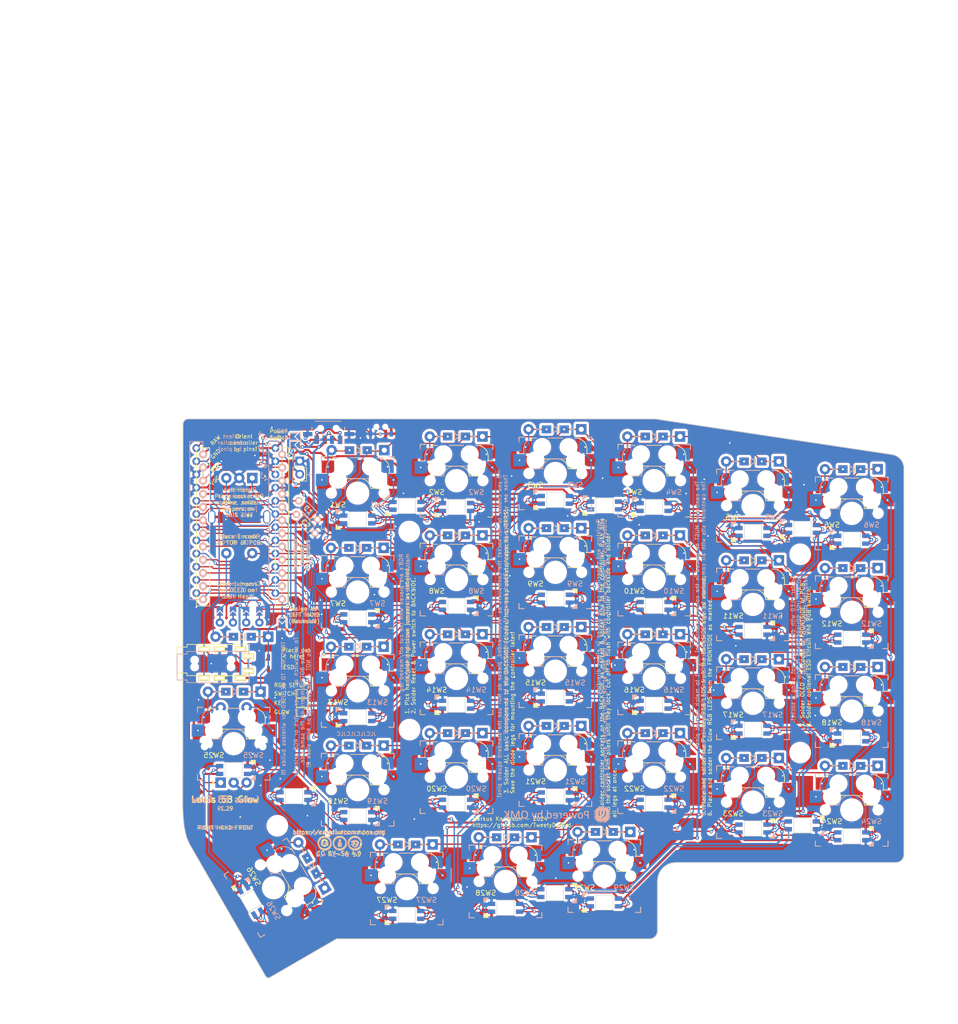
<source format=kicad_pcb>
(kicad_pcb (version 20240108) (generator "pcbnew") (generator_version "8.0")
  (title_block (title "Lotus 58 Glow") (date "2024-03-28") (rev "v1.29") (company "Markus Knutsson <markus.knutsson@tweety.se>") (comment 1 "https://github.com/TweetyDaBird") (comment 2 "Licensed under Creative Commons BY-SA 4.0 International"))
  (layers (0 "F.Cu" signal) (31 "B.Cu" signal) (34 "B.Paste" user) (35 "F.Paste" user) (36 "B.SilkS" user "B.Silkscreen") (37 "F.SilkS" user "F.Silkscreen") (38 "B.Mask" user) (39 "F.Mask" user) (44 "Edge.Cuts" user))
  (net 0 "")
  (net 1 "/PWR_KEY")
  (net 2 "row4")
  (net 3 "Net-(D1-A)")
  (net 4 "Net-(D2-A)")
  (net 5 "row0")
  (net 6 "Net-(D3-A)")
  (net 7 "row1")
  (net 8 "Net-(D4-A)")
  (net 9 "row2")
  (net 10 "Net-(D5-A)")
  (net 11 "row3")
  (net 12 "Net-(D6-A)")
  (net 13 "Net-(D7-A)")
  (net 14 "Net-(D8-A)")
  (net 15 "Net-(D9-A)")
  (net 16 "Net-(D10-A)")
  (net 17 "Net-(D11-A)")
  (net 18 "Net-(D12-A)")
  (net 19 "Net-(D13-A)")
  (net 20 "Net-(D14-A)")
  (net 21 "Net-(D15-A)")
  (net 22 "Net-(D16-A)")
  (net 23 "Net-(D17-A)")
  (net 24 "Net-(D18-A)")
  (net 25 "Net-(D19-A)")
  (net 26 "Net-(D20-A)")
  (net 27 "Net-(D21-A)")
  (net 28 "Net-(D22-A)")
  (net 29 "Net-(D23-A)")
  (net 30 "Net-(D24-A)")
  (net 31 "Net-(D26-A)")
  (net 32 "Net-(D27-A)")
  (net 33 "VCC")
  (net 34 "GND")
  (net 35 "col0")
  (net 36 "col1")
  (net 37 "col2")
  (net 38 "col3")
  (net 39 "col4")
  (net 40 "col5")
  (net 41 "SDA")
  (net 42 "LED")
  (net 43 "SCL")
  (net 44 "RESET")
  (net 45 "Net-(D28-A)")
  (net 46 "DATA")
  (net 47 "Net-(D29-A)")
  (net 48 "Hand")
  (net 49 "B")
  (net 50 "A")
  (net 51 "Alt")
  (net 52 "Net-(D30-A)")
  (net 53 "/PWR_GLOW")
  (net 58 "Net-(LED1-DOUT)")
  (net 59 "Net-(LED2-DOUT)")
  (net 60 "Net-(LED3-DOUT)")
  (net 61 "Net-(LED4-DOUT)")
  (net 62 "Net-(LED5-DOUT)")
  (net 63 "unconnected-(LED6-DOUT-Pad2)")
  (net 64 "Net-(LED7-DOUT)")
  (net 65 "Net-(LED8-DOUT)")
  (net 66 "Net-(LED10-DIN)")
  (net 67 "Net-(LED10-DOUT)")
  (net 68 "Net-(LED11-DOUT)")
  (net 69 "Net-(LED12-DOUT)")
  (net 70 "Net-(LED13-DIN)")
  (net 71 "Net-(LED13-DOUT)")
  (net 72 "Net-(LED14-DIN)")
  (net 73 "Net-(LED15-DIN)")
  (net 74 "Net-(LED16-DIN)")
  (net 75 "Net-(LED17-DIN)")
  (net 76 "Net-(LED19-DOUT)")
  (net 77 "Net-(LED20-DOUT)")
  (net 78 "Net-(LED21-DOUT)")
  (net 79 "Net-(LED22-DOUT)")
  (net 80 "Net-(LED23-DOUT)")
  (net 81 "Net-(LED24-DOUT)")
  (net 82 "Net-(LED25-DIN)")
  (net 83 "Net-(LED25-DOUT)")
  (net 84 "Net-(LED26-DIN)")
  (net 85 "Net-(LED27-DIN)")
  (net 86 "Net-(LED28-DIN)")
  (net 87 "Net-(LED29-DIN)")
  (net 88 "Net-(LED31-DOUT)")
  (net 89 "unconnected-(J1-PadS)")
  (net 90 "Net-(LED32-DOUT)")
  (net 91 "Net-(LED33-DOUT)")
  (net 92 "RGB_LINK")
  (net 93 "Battery")
  (net 94 "/Batt")
  (net 95 "Net-(LED34-DOUT)")
  (net 99 "Net-(JP1-Pad2)")
  (net 100 "Net-(JP4-Pad2)")
  (net 119 "Net-(JP7-Pad2)")
  (footprint "Keyboard Common:Spacer PCB hole" (layer "F.Cu") (at 124.32538 57.40908)
    (property "Reference" "TH1" (hide yes))
    (property "Value" "HOLE" (hide yes))
  )
  (footprint "Keyboard Common:Spacer PCB hole" (layer "F.Cu") (at 199.7 61.8)
    (property "Reference" "TH2" (hide yes))
    (property "Value" "HOLE" (hide yes))
  )
  (footprint "Keyboard Common:Spacer PCB hole" (layer "F.Cu") (at 124.3965 95.5675)
    (property "Reference" "TH3" (hide yes))
    (property "Value" "HOLE" (hide yes))
  )
  (footprint "Keyboard Common:Spacer PCB hole" (layer "F.Cu") (at 199.7 100)
    (property "Reference" "TH4" (hide yes))
    (property "Value" "HOLE" (hide yes))
  )
  (footprint "Keyboard Common:Spacer PCB hole" (layer "F.Cu") (at 98.8949 114.1095 90)
    (property "Reference" "TH5" (hide yes))
    (property "Value" "HOLE" (hide yes))
  )
  (footprint "Keyboard Common:SSD1306-0.91-OLED-4pin-128x32 doublesided" (layer "F.Cu") (at 91.6305 56.4435 -90)
    (property "Reference" "P1" (hide yes))
    (property "Value" "OLED")
  )
  (footprint "Keyboard Library:RotaryEncoder_Alps_EC11E-Switch_Vertical_H20_special" (layer "F.Cu") (at 91.567 54.594 -90)
    (property "Reference" "SW30" (hide yes))
    (property "Value" "Rotary_Encoder_Switch")
  )
  (footprint "Keyboard Controllers:ProMicro_Reversible_orig" (layer "F.Cu") (at 92.109 56.1)
    (property "Reference" "U1" (hide yes))
    (property "Value" "ProMicro" (hide yes))
  )
  (footprint "Common Library:MJ-4PP-9_alim" (layer "F.Cu") (at 81.4705 82.169 90)
    (property "Reference" "J1" (hide yes))
    (property "Value" "PJ-320A" (hide yes))
  )
  (footprint "Keyboard Library:RotaryEncoder_Alps_EC11E-Switch_Special" (layer "F.Cu") (at 90.4748 98.2853 90)
    (property "Reference" "SW31" (hide yes))
    (property "Value" "Rotary_Encoder_Switch")
  )
  (footprint "Keyboard Common:Jumper_min_v2" (layer "F.Cu") (at 99.82 75.12 90)
    (property "Reference" "JP2" (hide yes))
    (property "Value" "LEFT" (hide yes))
  )
  (footprint "Keyboard RGB:MX_SK6812MINI-E_REVERSIBLE" (layer "F.Cu") (at 114.4 55.08 180)
    (property "Reference" "LED7" (hide yes))
    (property "Value" "SK6812MINI-E")
    (fp_line (start 1.65 1.45) (end -1.65 1.45) (stroke (width 0.1)) (layer "Edge.Cuts"))
    (fp_line (start 1.65 -1.45) (end 1.65 1.45) (stroke (width 0.1)) (layer "Edge.Cuts"))
    (fp_line (start -1.65 1.45) (end -1.65 -1.45) (stroke (width 0.1)) (layer "Edge.Cuts"))
    (fp_line (start -1.65 -1.45) (end 1.65 -1.45) (stroke (width 0.1)) (layer "Edge.Cuts"))
  )
  (footprint "Keyboard RGB:MX_SK6812MINI-E_REVERSIBLE" (layer "F.Cu") (at 133.45 52.68 180)
    (property "Reference" "LED8" (hide yes))
    (property "Value" "SK6812MINI-E")
    (fp_line (start 1.65 1.45) (end -1.65 1.45) (stroke (width 0.1)) (layer "Edge.Cuts"))
    (fp_line (start 1.65 -1.45) (end 1.65 1.45) (stroke (width 0.1)) (layer "Edge.Cuts"))
    (fp_line (start -1.65 1.45) (end -1.65 -1.45) (stroke (width 0.1)) (layer "Edge.Cuts"))
    (fp_line (start -1.65 -1.45) (end 1.65 -1.45) (stroke (width 0.1)) (layer "Edge.Cuts"))
  )
  (footprint "Keyboard RGB:MX_SK6812MINI-E_REVERSIBLE" (layer "F.Cu") (at 152.5 51.29 180)
    (property "Reference" "LED9" (hide yes))
    (property "Value" "SK6812MINI-E")
    (fp_line (start 1.65 1.45) (end -1.65 1.45) (stroke (width 0.1)) (layer "Edge.Cuts"))
    (fp_line (start 1.65 -1.45) (end 1.65 1.45) (stroke (width 0.1)) (layer "Edge.Cuts"))
    (fp_line (start -1.65 1.45) (end -1.65 -1.45) (stroke (width 0.1)) (layer "Edge.Cuts"))
    (fp_line (start -1.65 -1.45) (end 1.65 -1.45) (stroke (width 0.1)) (layer "Edge.Cuts"))
  )
  (footprint "Keyboard RGB:MX_SK6812MINI-E_REVERSIBLE" (layer "F.Cu") (at 171.55 52.68 180)
    (property "Reference" "LED10" (hide yes))
    (property "Value" "SK6812MINI-E")
    (fp_line (start 1.65 1.45) (end -1.65 1.45) (stroke (width 0.1)) (layer "Edge.Cuts"))
    (fp_line (start 1.65 -1.45) (end 1.65 1.45) (stroke (width 0.1)) (layer "Edge.Cuts"))
    (fp_line (start -1.65 1.45) (end -1.65 -1.45) (stroke (width 0.1)) (layer "Edge.Cuts"))
    (fp_line (start -1.65 -1.45) (end 1.65 -1.45) (stroke (width 0.1)) (layer "Edge.Cuts"))
  )
  (footprint "Keyboard RGB:MX_SK6812MINI-E_REVERSIBLE" (layer "F.Cu") (at 190.6 57.48 180)
    (property "Reference" "LED11" (hide yes))
    (property "Value" "SK6812MINI-E")
    (fp_line (start 1.65 1.45) (end -1.65 1.45) (stroke (width 0.1)) (layer "Edge.Cuts"))
    (fp_line (start 1.65 -1.45) (end 1.65 1.45) (stroke (width 0.1)) (layer "Edge.Cuts"))
    (fp_line (start -1.65 1.45) (end -1.65 -1.45) (stroke (width 0.1)) (layer "Edge.Cuts"))
    (fp_line (start -1.65 -1.45) (end 1.65 -1.45) (stroke (width 0.1)) (layer "Edge.Cuts"))
  )
  (footprint "Keyboard RGB:MX_SK6812MINI-E_REVERSIBLE" (layer "F.Cu") (at 209.65 58.98 180)
    (property "Reference" "LED12" (hide yes))
    (property "Value" "SK6812MINI-E")
    (fp_line (start 1.65 1.45) (end -1.65 1.45) (stroke (width 0.1)) (layer "Edge.Cuts"))
    (fp_line (start 1.65 -1.45) (end 1.65 1.45) (stroke (width 0.1)) (layer "Edge.Cuts"))
    (fp_line (start -1.65 1.45) (end -1.65 -1.45) (stroke (width 0.1)) (layer "Edge.Cuts"))
    (fp_line (start -1.65 -1.45) (end 1.65 -1.45) (stroke (width 0.1)) (layer "Edge.Cuts"))
  )
  (footprint "Keyboard RGB:MX_SK6812MINI-E_REVERSIBLE" (layer "F.Cu") (at 114.4 74.13)
    (property "Reference" "LED13" (hide yes))
    (property "Value" "SK6812MINI-E")
    (fp_line (start -1.65 -1.45) (end 1.65 -1.45) (stroke (width 0.1)) (layer "Edge.Cuts"))
    (fp_line (start -1.65 1.45) (end -1.65 -1.45) (stroke (width 0.1)) (layer "Edge.Cuts"))
    (fp_line (start 1.65 -1.45) (end 1.65 1.45) (stroke (width 0.1)) (layer "Edge.Cuts"))
    (fp_line (start 1.65 1.45) (end -1.65 1.45) (stroke (width 0.1)) (layer "Edge.Cuts"))
  )
  (footprint "Keyboard RGB:MX_SK6812MINI-E_REVERSIBLE" (layer "F.Cu") (at 133.45 71.73)
    (property "Reference" "LED14" (hide yes))
    (property "Value" "SK6812MINI-E")
    (fp_line (start -1.65 -1.45) (end 1.65 -1.45) (stroke (width 0.1)) (layer "Edge.Cuts"))
    (fp_line (start -1.65 1.45) (end -1.65 -1.45) (stroke (width 0.1)) (layer "Edge.Cuts"))
    (fp_line (start 1.65 -1.45) (end 1.65 1.45) (stroke (width 0.1)) (layer "Edge.Cuts"))
    (fp_line (start 1.65 1.45) (end -1.65 1.45) (stroke (width 0.1)) (layer "Edge.Cuts"))
  )
  (footprint "Keyboard RGB:MX_SK6812MINI-E_REVERSIBLE" (layer "F.Cu") (at 152.5 70.34)
    (property "Reference" "LED15" (hide yes))
    (property "Value" "SK6812MINI-E")
    (fp_line (start -1.65 -1.45) (end 1.65 -1.45) (stroke (width 0.1)) (layer "Edge.Cuts"))
    (fp_line (start -1.65 1.45) (end -1.65 -1.45) (stroke (width 0.1)) (layer "Edge.Cuts"))
    (fp_line (start 1.65 -1.45) (end 1.65 1.45) (stroke (width 0.1)) (layer "Edge.Cuts"))
    (fp_line (start 1.65 1.45) (end -1.65 1.45) (stroke (width 0.1)) (layer "Edge.Cuts"))
  )
  (footprint "Keyboard RGB:MX_SK6812MINI-E_REVERSIBLE" (layer "F.Cu") (at 171.55 71.73)
    (property "Reference" "LED16" (hide yes))
    (property "Value" "SK6812MINI-E")
    (fp_line (start -1.65 -1.45) (end 1.65 -1.45) (stroke (width 0.1)) (layer "Edge.Cuts"))
    (fp_line (start -1.65 1.45) (end -1.65 -1.45) (stroke (width 0.1)) (layer "Edge.Cuts"))
    (fp_line (start 1.65 -1.45) (end 1.65 1.45) (stroke (width 0.1)) (layer "Edge.Cuts"))
    (fp_line (start 1.65 1.45) (end -1.65 1.45) (stroke (width 0.1)) (layer "Edge.Cuts"))
  )
  (footprint "Keyboard RGB:MX_SK6812MINI-E_REVERSIBLE" (layer "F.Cu") (at 190.6 76.53)
    (property "Reference" "LED17" (hide yes))
    (property "Value" "SK6812MINI-E")
    (fp_line (start -1.65 -1.45) (end 1.65 -1.45) (stroke (width 0.1)) (layer "Edge.Cuts"))
    (fp_line (start -1.65 1.45) (end -1.65 -1.45) (stroke (width 0.1)) (layer "Edge.Cuts"))
    (fp_line (start 1.65 -1.45) (end 1.65 1.45) (stroke (width 0.1)) (layer "Edge.Cuts"))
    (fp_line (start 1.65 1.45) (end -1.65 1.45) (stroke (width 0.1)) (layer "Edge.Cuts"))
  )
  (footprint "Keyboard RGB:MX_SK6812MINI-E_REVERSIBLE" (layer "F.Cu") (at 209.65 78.03)
    (property "Reference" "LED18" (hide yes))
    (property "Value" "SK6812MINI-E")
    (fp_line (start -1.65 -1.45) (end 1.65 -1.45) (stroke (width 0.1)) (layer "Edge.Cuts"))
    (fp_line (start -1.65 1.45) (end -1.65 -1.45) (stroke (width 0.1)) (layer "Edge.Cuts"))
    (fp_line (start 1.65 -1.45) (end 1.65 1.45) (stroke (width 0.1)) (layer "Edge.Cuts"))
    (fp_line (start 1.65 1.45) (end -1.65 1.45) (stroke (width 0.1)) (layer "Edge.Cuts"))
  )
  (footprint "Keyboard RGB:MX_SK6812MINI-E_REVERSIBLE" (layer "F.Cu") (at 114.4 93.18 180)
    (property "Reference" "LED19" (hide yes))
    (property "Value" "SK6812MINI-E")
    (fp_line (start 1.65 1.45) (end -1.65 1.45) (stroke (width 0.1)) (layer "Edge.Cuts"))
    (fp_line (start 1.65 -1.45) (end 1.65 1.45) (stroke (width 0.1)) (layer "Edge.Cuts"))
    (fp_line (start -1.65 1.45) (end -1.65 -1.45) (stroke (width 0.1)) (layer "Edge.Cuts"))
    (fp_line (start -1.65 -1.45) (end 1.65 -1.45) (stroke (width 0.1)) (layer "Edge.Cuts"))
  )
  (footprint "Keyboard RGB:MX_SK6812MINI-E_REVERSIBLE" (layer "F.Cu") (at 133.45 90.78 180)
    (property "Reference" "LED20" (hide yes))
    (property "Value" "SK6812MINI-E")
    (fp_line (start 1.65 1.45) (end -1.65 1.45) (stroke (width 0.1)) (layer "Edge.Cuts"))
    (fp_line (start 1.65 -1.45) (end 1.65 1.45) (stroke (width 0.1)) (layer "Edge.Cuts"))
    (fp_line (start -1.65 1.45) (end -1.65 -1.45) (stroke (width 0.1)) (layer "Edge.Cuts"))
    (fp_line (start -1.65 -1.45) (end 1.65 -1.45) (stroke (width 0.1)) (layer "Edge.Cuts"))
  )
  (footprint "Keyboard RGB:MX_SK6812MINI-E_REVERSIBLE" (layer "F.Cu") (at 152.5 89.39 180)
    (property "Reference" "LED21" (hide yes))
    (property "Value" "SK6812MINI-E")
    (fp_line (start 1.65 1.45) (end -1.65 1.45) (stroke (width 0.1)) (layer "Edge.Cuts"))
    (fp_line (start 1.65 -1.45) (end 1.65 1.45) (stroke (width 0.1)) (layer "Edge.Cuts"))
    (fp_line (start -1.65 1.45) (end -1.65 -1.45) (stroke (width 0.1)) (layer "Edge.Cuts"))
    (fp_line (start -1.65 -1.45) (end 1.65 -1.45) (stroke (width 0.1)) (layer "Edge.Cuts"))
  )
  (footprint "Keyboard RGB:MX_SK6812MINI-E_REVERSIBLE" (layer "F.Cu") (at 171.55 90.78 180)
    (property "Reference" "LED22" (hide yes))
    (property "Value" "SK6812MINI-E")
    (fp_line (start 1.65 1.45) (end -1.65 1.45) (stroke (width 0.1)) (layer "Edge.Cuts"))
    (fp_line (start 1.65 -1.45) (end 1.65 1.45) (stroke (width 0.1)) (layer "Edge.Cuts"))
    (fp_line (start -1.65 1.45) (end -1.65 -1.45) (stroke (width 0.1)) (layer "Edge.Cuts"))
    (fp_line (start -1.65 -1.45) (end 1.65 -1.45) (stroke (width 0.1)) (layer "Edge.Cuts"))
  )
  (footprint "Keyboard RGB:MX_SK6812MINI-E_REVERSIBLE" (layer "F.Cu") (at 190.6 95.58 180)
    (property "Reference" "LED23" (hide yes))
    (property "Value" "SK6812MINI-E")
    (fp_line (start 1.65 1.45) (end -1.65 1.45) (stroke (width 0.1)) (layer "Edge.Cuts"))
    (fp_line (start 1.65 -1.45) (end 1.65 1.45) (stroke (width 0.1)) (layer "Edge.Cuts"))
    (fp_line (start -1.65 1.45) (end -1.65 -1.45) (stroke (width 0.1)) (layer "Edge.Cuts"))
    (fp_line (start -1.65 -1.45) (end 1.65 -1.45) (stroke (width 0.1)) (layer "Edge.Cuts"))
  )
  (footprint "Keyboard RGB:MX_SK6812MINI-E_REVERSIBLE" (layer "F.Cu") (at 209.65 97.08 180)
    (property "Reference" "LED24" (hide yes))
    (property "Value" "SK6812MINI-E")
    (fp_line (start 1.65 1.45) (end -1.65 1.45) (stroke (width 0.1)) (layer "Edge.Cuts"))
    (fp_line (start 1.65 -1.45) (end 1.65 1.45) (stroke (width 0.1)) (layer "Edge.Cuts"))
    (fp_line (start -1.65 1.45) (end -1.65 -1.45) (stroke (width 0.1)) (layer "Edge.Cuts"))
    (fp_line (start -1.65 -1.45) (end 1.65 -1.45) (stroke (width 0.1)) (layer "Edge.Cuts"))
  )
  (footprint "Keyboard RGB:MX_SK6812MINI-E_REVERSIBLE" (layer "F.Cu") (at 114.4 112.23)
    (property "Reference" "LED25" (hide yes))
    (property "Value" "SK6812MINI-E")
    (fp_line (start -1.65 -1.45) (end 1.65 -1.45) (stroke (width 0.1)) (layer "Edge.Cuts"))
    (fp_line (start -1.65 1.45) (end -1.65 -1.45) (stroke (width 0.1)) (layer "Edge.Cuts"))
    (fp_line (start 1.65 -1.45) (end 1.65 1.45) (stroke (width 0.1)) (layer "Edge.Cuts"))
    (fp_line (start 1.65 1.45) (end -1.65 1.45) (stroke (width 0.1)) (layer "Edge.Cuts"))
  )
  (footprint "Keyboard RGB:MX_SK6812MINI-E_REVERSIBLE" (layer "F.Cu") (at 133.45 109.83)
    (property "Reference" "LED26" (hide yes))
    (property "Value" "SK6812MINI-E")
    (fp_line (start -1.65 -1.45) (end 1.65 -1.45) (stroke (width 0.1)) (layer "Edge.Cuts"))
    (fp_line (start -1.65 1.45) (end -1.65 -1.45) (stroke (width 0.1)) (layer "Edge.Cuts"))
    (fp_line (start 1.65 -1.45) (end 1.65 1.45) (stroke (width 0.1)) (layer "Edge.Cuts"))
    (fp_line (start 1.65 1.45) (end -1.65 1.45) (stroke (width 0.1)) (layer "Edge.Cuts"))
  )
  (footprint "Keyboard RGB:MX_SK6812MINI-E_REVERSIBLE" (layer "F.Cu") (at 152.5 108.44)
    (property "Reference" "LED27" (hide yes))
    (property "Value" "SK6812MINI-E")
    (fp_line (start -1.65 -1.45) (end 1.65 -1.45) (stroke (width 0.1)) (layer "Edge.Cuts"))
    (fp_line (start -1.65 1.45) (end -1.65 -1.45) (stroke (width 0.1)) (layer "Edge.Cuts"))
    (fp_line (start 1.65 -1.45) (end 1.65 1.45) (stroke (width 0.1)) (layer "Edge.Cuts"))
    (fp_line (start 1.65 1.45) (end -1.65 1.45) (stroke (width 0.1)) (layer "Edge.Cuts"))
  )
  (footprint "Keyboard RGB:MX_SK6812MINI-E_REVERSIBLE" (layer "F.Cu") (at 171.55 109.83)
    (property "Reference" "LED28" (hide yes))
    (property "Value" "SK6812MINI-E")
    (fp_line (start -1.65 -1.45) (end 1.65 -1.45) (stroke (width 0.1)) (layer "Edge.Cuts"))
    (fp_line (start -1.65 1.45) (end -1.65 -1.45) (stroke (width 0.1)) (layer "Edge.Cuts"))
    (fp_line (start 1.65 -1.45) (end 1.65 1.45) (stroke (width 0.1)) (layer "Edge.Cuts"))
    (fp_line (start 1.65 1.45) (end -1.65 1.45) (stroke (width 0.1)) (layer "Edge.Cuts"))
  )
  (footprint "Keyboard RGB:MX_SK6812MINI-E_REVERSIBLE" (layer "F.Cu") (at 190.6 114.63)
    (property "Reference" "LED29" (hide yes))
    (property "Value" "SK6812MINI-E")
    (fp_line (start -1.65 -1.45) (end 1.65 -1.45) (stroke (width 0.1)) (layer "Edge.Cuts"))
    (fp_line (start -1.65 1.45) (end -1.65 -1.45) (stroke (width 0.1)) (layer "Edge.Cuts"))
    (fp_line (start 1.65 -1.45) (end 1.65 1.45) (stroke (width 0.1)) (layer "Edge.Cuts"))
    (fp_line (start 1.65 1.45) (end -1.65 1.45) (stroke (width 0.1)) (layer "Edge.Cuts"))
  )
  (footprint "Keyboard RGB:MX_SK6812MINI-E_REVERSIBLE" (layer "F.Cu") (at 209.65 116.13)
    (property "Reference" "LED30" (hide yes))
    (property "Value" "SK6812MINI-E")
    (fp_line (start -1.65 -1.45) (end 1.65 -1.45) (stroke (width 0.1)) (layer "Edge.Cuts"))
    (fp_line (start -1.65 1.45) (end -1.65 -1.45) (stroke (width 0.1)) (layer "Edge.Cuts"))
    (fp_line (start 1.65 -1.45) (end 1.65 1.45) (stroke (width 0.1)) (layer "Edge.Cuts"))
    (fp_line (start 1.65 1.45) (end -1.65 1.45) (stroke (width 0.1)) (layer "Edge.Cuts"))
  )
  (footprint "Keyboard RGB:MX_SK6812MINI-E_REVERSIBLE" (layer "F.Cu") (at 90.4748 103.3653)
    (property "Reference" "LED31" (hide yes))
    (property "Value" "SK6812MINI-E")
    (fp_line (start -1.65 -1.45) (end 1.65 -1.45) (stroke (width 0.1)) (layer "Edge.Cuts"))
    (fp_line (start -1.65 1.45) (end -1.65 -1.45) (stroke (width 0.1)) (layer "Edge.Cuts"))
    (fp_line (start 1.65 -1.45) (end 1.65 1.45) (stroke (width 0.1)) (layer "Edge.Cuts"))
    (fp_line (start 1.65 1.45) (end -1.65 1.45) (stroke (width 0.1)) (layer "Edge.Cuts"))
  )
  (footprint "Keyboard RGB:MX_SK6812MINI-E_REVERSIBLE" (layer "F.Cu") (at 93.771591 128.587499 120)
    (property "Reference" "LED32" (hide yes))
    (property "Value" "SK6812MINI-E")
    (fp_line (start 1.65 -1.45) (end 1.65 1.45) (stroke (width 0.1)) (layer "Edge.Cuts"))
    (fp_line (start -1.65 -1.45) (end 1.65 -1.45) (stroke (width 0.1)) (layer "Edge.Cuts"))
    (fp_line (start 1.65 1.45) (end -1.65 1.45) (stroke (width 0.1)) (layer "Edge.Cuts"))
    (fp_line (start -1.65 1.45) (end -1.65 -1.45) (stroke (width 0.1)) (layer "Edge.Cuts"))
  )
  (footprint "Keyboard RGB:MX_SK6812MINI-E_REVERSIBLE" (layer "F.Cu") (at 123.85 131.28 180)
    (property "Reference" "LED33" (hide yes))
    (property "Value" "SK6812MINI-E")
    (fp_line (start 1.65 1.45) (end -1.65 1.45) (stroke (width 0.1)) (layer "Edge.Cuts"))
    (fp_line (start 1.65 -1.45) (end 1.65 1.45) (stroke (width 0.1)) (layer "Edge.Cuts"))
    (fp_line (start -1.65 1.45) (end -1.65 -1.45) (stroke (width 0.1)) (layer "Edge.Cuts"))
    (fp_line (start -1.65 -1.45) (end 1.65 -1.45) (stroke (width 0.1)) (layer "Edge.Cuts"))
  )
  (footprint "Keyboard RGB:MX_SK6812MINI-E_REVERSIBLE" (layer "F.Cu") (at 142.8977 129.9083 180)
    (property "Reference" "LED34" (hide yes))
    (property "Value" "SK6812MINI-E")
    (fp_line (start 1.65 1.45) (end -1.65 1.45) (stroke (width 0.1)) (layer "Edge.Cuts"))
    (fp_line (start 1.65 -1.45) (end 1.65 1.45) (stroke (width 0.1)) (layer "Edge.Cuts"))
    (fp_line (start -1.65 1.45) (end -1.65 -1.45) (stroke (width 0.1)) (layer "Edge.Cuts"))
    (fp_line (start -1.65 -1.45) (end 1.65 -1.45) (stroke (width 0.1)) (layer "Edge.Cuts"))
  )
  (footprint "Keyboard RGB:MX_SK6812MINI-E_REVERSIBLE" (layer "F.Cu") (at 161.95 128.88 180)
    (property "Reference" "LED35" (hide yes))
    (property "Value" "SK6812MINI-E")
    (fp_line (start 1.65 1.45) (end -1.65 1.45) (stroke (width 0.1)) (layer "Edge.Cuts"))
    (fp_line (start 1.65 -1.45) (end 1.65 1.45) (stroke (width 0.1)) (layer "Edge.Cuts"))
    (fp_line (start -1.65 1.45) (end -1.65 -1.45) (stroke (width 0.1)) (layer "Edge.Cuts"))
    (fp_line (start -1.65 -1.45) (end 1.65 -1.45) (stroke (width 0.1)) (layer "Edge.Cuts"))
  )
  (footprint "Keyboard Common:MSK12C02" (layer "F.Cu") (at 108.74 37.52 180)
    (property "Reference" "S1" (hide yes))
    (property "Value" "MSK12C02" (hide yes))
  )
  (footprint "Connector_PinHeader_2.54mm:PinHeader_1x02_P2.54mm_Vertical" (layer "F.Cu") (at 103.22 43.82)
    (property "Reference" "J2" (hide yes))
    (property "Value" "Conn_01x02")
  )
  (footprint "Keyboard Library:Diode_DO35_SOD123" (layer "F.Cu") (at 92.1512 77.6732 180)
    (property "Reference" "D30" (hide yes))
    (property "Value" "1N4148/1N4148W" (hide yes))
  )
  (footprint "Logotypes:CC_BY_SA_40_line" (layer "F.Cu") (at 101.89 117.49 180)
    (property "Reference" "Logo2" (hide yes))
    (property "Value" "CC-BY-SA-4.0" (hide yes))
  )
  (footprint "Keyboard Common:Jumper_min_v2" (layer "F.Cu") (at 103.626 88.646)
    (property "Reference" "JP9" (hide yes))
    (property "Value" "FULL" (hide yes))
  )
  (footprint "Keyboard Common:Jumper_min_v2" (layer "F.Cu") (at 103.626 92.19)
    (property "Reference" "JP5" (hide yes))
    (property "Value" "FULL" (hide yes))
  )
  (footprint "Keyboard Common:Jumper_min_v2" (layer "F.Cu") (at 102.342 39.1)
    (property "Reference" "JP1" (hide yes))
    (property "Value" "FULL" (hide yes))
  )
  (footprint "Keyboard Common:Jumper_min_v2" (layer "F.Cu") (at 102.342 40.71)
    (property "Reference" "JP4" (hide yes))
    (property "Value" "FULL" (hide yes))
  )
  (footprint "Keyboard Common:YTS-A002" (layer "F.Cu") (at 118.86 37.21)
    (property "Reference" "RES2" (hide yes))
    (property "Value" "TS-A002" (hide yes))
  )
  (footprint "Package_TO_SOT_SMD:SOT-23-6" (layer "F.Cu") (at 98.14 82.8 -90)
    (property "Reference" "U2" (hide yes))
    (property "Value" "SRV05-4")
  )
  (footprint "Keyboard Common:Jumper_min_v2" (layer "F.Cu") (at 103.626 90.416)
    (property "Reference" "JP6" (hide yes))
    (property "Value" "FULL" (hide yes))
  )
  (footprint "Keyboard Library:Diode_DO35_SOD123" (layer "B.Cu") (at 114.52 41.73 180)
    (property "Reference" "D1" (hide yes))
    (property "Value" "1N4148/1N4148W" (hide yes))
  )
  (footprint "Keyboard Library:Diode_DO35_SOD123" (layer "B.Cu") (at 152.5 37.71 180)
    (property "Reference" "D3" (hide yes))
    (property "Value" "1N4148/1N4148W" (hide yes))
  )
  (footprint "Keyboard Library:Diode_DO35_SOD123" (layer "B.Cu") (at 171.55 39.1 180)
    (property "Reference" "D4" (hide yes))
    (property "Value" "1N4148/1N4148W" (hide yes))
  )
  (footprint "Keyboard Library:Diode_DO35_SOD123" (layer "B.Cu") (at 209.65 45.4 180)
    (property "Reference" "D6" (hide yes))
    (property "Value" "1N4148/1N4148W" (hide yes))
  )
  (footprint "Keyboard Library:Diode_DO35_SOD123" (layer "B.Cu") (at 152.5 56.76 180)
    (property "Reference" "D9" (hide yes))
    (property "Value" "1N4148/1N4148W" (hide yes))
  )
  (footprint "Keyboard Library:Diode_DO35_SOD123" (layer "B.Cu") (at 171.55 58.15 180)
    (property "Reference" "D10" (hide yes))
    (property "Value" "1N4148/1N4148W" (hide yes))
  )
  (footprint "Keyboard Library:Diode_DO35_SOD123" (layer "B.Cu") (at 190.6 62.95 180)
    (property "Reference" "D11" (hide yes))
    (property "Value" "1N4148/1N4148W" (hide yes))
  )
  (footprint "Keyboard Library:Diode_DO35_SOD123" (layer "B.Cu") (at 209.65 64.45 180)
    (property "Reference" "D12" (hide yes))
    (property "Value" "1N4148/1N4148W" (hide yes))
  )
  (footprint "Keyboard Library:Diode_DO35_SOD123" (layer "B.Cu") (at 114.4 79.6 180)
    (property "Reference" "D13" (hide yes))
    (property "Value" "1N4148/1N4148W" (hide yes))
  )
  (footprint "Keyboard Library:Diode_DO35_SOD123" (layer "B.Cu") (at 133.45 77.2 180)
    (property "Reference" "D14" (hide yes))
    (property "Value" "1N4148/1N4148W" (hide yes))
  )
  (footprint "Keyboard Library:Diode_DO35_SOD123" (layer "B.Cu") (at 152.5 75.81 180)
    (property "Reference" "D15" (hide yes))
    (property "Value" "1N4148/1N4148W" (hide yes))
  )
  (footprint "Keyboard Library:Diode_DO35_SOD123" (layer "B.Cu") (at 171.55 77.2 180)
    (property "Reference" "D16" (hide yes))
    (property "Value" "1N4148/1N4148W" (hide yes))
  )
  (footprint "Keyboard Library:Diode_DO35_SOD123" (layer "B.Cu") (at 209.65 83.5 180)
    (property "Reference" "D18" (hide yes))
    (property "Value" "1N4148/1N4148W" (hide yes))
  )
  (footprint "Keyboard Library:Diode_DO35_SOD123" (layer "B.Cu") (at 114.4 98.65 180)
    (property "Reference" "D19" (hide yes))
    (property "Value" "1N4148/1N4148W" (hide yes))
  )
  (footprint "Keyboard Library:Diode_DO35_SOD123" (layer "B.Cu") (at 133.45 96.25 180)
    (property "Reference" "D20" (hide yes))
    (property "Value" "1N4148/1N4148W" (hide yes))
  )
  (footprint "Keyboard Library:Diode_DO35_SOD123" (layer "B.Cu") (at 152.5 94.86 180)
    (property "Reference" "D21" (hide yes))
    (property "Value" "1N4148/1N4148W" (hide yes))
  )
  (footprint "Keyboard Library:Diode_DO35_SOD123" (layer "B.Cu") (at 171.55 96.25 180)
    (property "Reference" "D22" (hide yes))
    (property "Value" "1N4148/1N4148W" (hide yes))
  )
  (footprint "Keyboard Library:Diode_DO35_SOD123" (layer "B.Cu") (at 190.6 101.05 180)
    (property "Reference" "D23" (hide yes))
    (property "Value" "1N4148/1N4148W" (hide yes))
  )
  (footprint "Keyboard Library:Diode_DO35_SOD123" (layer "B.Cu") (at 105.532215 121.797501 120)
    (property "Reference" "D26" (hide yes))
    (property "Value" "1N4148/1N4148W" (hide yes))
  )
  (footprint "Keyboard Library:Diode_DO35_SOD123" (layer "B.Cu") (at 123.85 117.7 180)
    (property "Reference" "D27" (hide yes))
    (property "Value" "1N4148/1N4148W" (hide yes))
  )
  (footprint "Keyboard Switches:SW_MX_HotSwap_Reversible" (layer "B.Cu") (at 133.45 47.6 180)
    (property "Reference" "SW2" (hide yes))
    (property "Value" "Kailh hotswap MX socket" (hide yes))
  )
  (footprint "Keyboard Switches:SW_MX_HotSwap_Reversible" (layer "B.Cu") (at 152.5 46.21 180)
    (property "Reference" "SW3" (hide yes))
    (property "Value" "Kailh hotswap MX socket" (hide yes))
  )
  (footprint "Keyboard Switches:SW_MX_HotSwap_Reversible" (layer "B.Cu") (at 171.55 47.6 180)
    (property "Reference" "SW4" (hide yes))
    (property "Value" "Kailh hotswap MX socket" (hide yes))
  )
  (footprint "Keyboard Switches:SW_MX_HotSwap_Reversible" (layer "B.Cu") (at 209.65 53.9 180)
    (property "Reference" "SW6" (hide yes))
    (property "Value" "Kailh hotswap MX socket" (hide yes))
  )
  (footprint "Keyboard Switches:SW_MX_HotSwap_Reversible" (layer "B.Cu") (at 114.4 69.05 180)
    (property "Reference" "SW7" (hide yes))
    (property "Value" "Kailh hotswap MX socket" (hide yes))
  )
  (footprint "Keyboard Switches:SW_MX_HotSwap_Reversible" (layer "B.Cu") (at 152.5 65.26 180)
    (property "Reference" "SW9" (hide yes))
    (property "Value" "Kailh hotswap MX socket" (hide yes))
  )
  (footprint "Keyboard Switches:SW_MX_HotSwap_Reversible" (layer "B.Cu") (at 171.55 66.65 180)
    (property "Reference" "SW10" (hide yes))
    (property "Value" "Kailh hotswap MX socket" (hide yes))
  )
  (footprint "Keyboard Switches:SW_MX_HotSwap_Reversible" (layer "B.Cu") (at 190.6 71.45 180)
    (property "Reference" "SW11" (hide yes))
    (property "Value" "Kailh hotswap MX socket" (hide yes))
  )
  (footprint "Keyboard Switches:SW_MX_HotSwap_Reversible" (layer "B.Cu") (at 209.65 72.95 180)
    (property "Reference" "SW12" (hide yes))
    (property "Value" "Kailh hotswap MX socket" (hide yes))
  )
  (footprint "Keyboard Switches:SW_MX_HotSwap_Reversible" (layer "B.Cu") (at 114.4 88.1 180)
    (property "Reference" "SW13" (hide yes))
    (property "Value" "Kailh hotswap MX socket" (hide yes))
  )
  (footprint "Keyboard Switches:SW_MX_HotSwap_Reversible" (layer "B.Cu") (at 133.45 85.7 180)
    (property "Reference" "SW14" (hide yes))
    (property "Value" "Kailh hotswap MX socket" (hide yes))
  )
  (footprint "Keyboard Switches:SW_MX_HotSwap_Reversible" (layer "B.Cu") (at 152.5 84.31 180)
    (property "Reference" "SW15" (hide yes))
    (property "Value" "Kailh hotswap MX socket" (hide yes))
  )
  (footprint "Keyboard Switches:SW_MX_HotSwap_Reversible" (layer "B.Cu") (at 190.6 90.5 180)
    (property "Reference" "SW17" (hide yes))
    (property "Value" "Kailh hotswap MX socket" (hide yes))
  )
  (footprint "Keyboard Switches:SW_MX_HotSwap_Reversible" (layer "B.Cu") (at 209.65 92 180)
    (property "Reference" "SW18" (hide yes))
    (property "Value" "Kailh hotswap MX socket" (hide yes))
  )
  (footprint "Keyboard Switches:SW_MX_HotSwap_Reversible" (layer "B.Cu") (at 114.4 107.15 180)
    (property "Reference" "SW19" (hide yes))
    (property "Value" "Kailh hotswap MX socket" (hide yes))
  )
  (footprint "Keyboard Switches:SW_MX_HotSwap_Reversible" (layer "B.Cu") (at 133.45 104.75 180)
    (property "Reference" "SW20" (hide yes))
    (property "Value" "Kailh hotswap MX socket" (hide yes))
  )
  (footprint "Keyboard Switches:SW_MX_HotSwap_Reversible" (layer "B.Cu") (at 152.5 103.36 180)
    (property "Reference" "SW21" (hide yes))
    (property "Value" "Kailh hotswap MX socket" (hide yes))
  )
  (footprint "Keyboard Switches:SW_MX_HotSwap_Reversible" (layer "B.Cu") (at 171.55 104.75 180)
    (property "Reference" "SW22" (hide yes))
    (property "Value" "Kailh hotswap MX socket" (hide yes))
  )
  (footprint "Keyboard Switches:SW_MX_HotSwap_Reversible" (layer "B.Cu") (at 190.6 109.55 180)
    (property "Reference" "SW23" (hide yes))
    (property "Value" "Kailh hotswap MX socket" (hide yes))
  )
  (footprint "Keyboard Switches:SW_MX_HotSwap_Reversible" (layer "B.Cu") (at 123.85 126.2 180)
    (property "Reference" "SW27" (hide yes))
    (property "Value" "Kailh hotswap MX socket" (hide yes))
  )
  (footprint "Keyboard Switches:SW_MX_HotSwap_Reversible" (layer "B.Cu") (at 142.8977 124.8283 180)
    (property "Reference" "SW28" (hide yes))
    (property "Value" "Kailh hotswap MX socket" (hide yes))
  )
  (footprint "Keyboard Switches:SW_MX_HotSwap_Reversible" (layer "B.Cu") (at 161.95 123.8 180)
    (property "Reference" "SW29" (hide yes))
    (property "Value" "Kailh hotswap MX socket" (hide yes))
  )
  (footprint "Keyboard Switches:SW_MX_HotSwap_Reversible" (layer "B.Cu") (at 114.4 50 180)
    (property "Reference" "SW1" (hide yes))
    (property "Value" "Kailh hotswap MX socket" (hide yes))
  )
  (footprint "Keyboard Library:Diode_DO35_SOD123" (layer "B.Cu") (at 209.65 102.55 180)
    (property "Reference" "D24" (hide yes))
    (property "Value" "1N4148/1N4148W" (hide yes))
  )
  (footprint "Keyboard Switches:SW_MX_HotSwap_Reversible" (layer "B.Cu") (at 90.4748 98.2853 180)
    (property "Reference" "SW25" (hide yes))
    (property "Value" "Kailh hotswap MX socket" (hide yes))
  )
  (footprint "Keyboard Switches:SW_MX_HotSwap_Reversible" (layer "B.Cu") (at 209.65 111.05 180)
    (property "Reference" "SW24" (hide yes))
    (property "Value" "Kailh hotswap MX socket" (hide yes))
  )
  (footprint "Keyboard Library:Diode_DO35_SOD123" (layer "B.Cu") (at 114.4 60.55 180)
    (property "Reference" "D7" (hide yes))
    (property "Value" "1N4148/1N4148W" (hide yes))
  )
  (footprint "Keyboard Library:Diode_DO35_SOD123" (layer "B.Cu") (at 133.45 58.15 180)
    (property "Reference" "D8" (hide yes))
    (property "Value" "1N4148/1N4148W" (hide yes))
  )
  (footprint "Common Library:RESISTOR_Reversible" (layer "B.Cu") (at 104.8385 53.2765 -45)
    (property "Reference" "C1")
    (property "Value" "100nF" (hide yes))
  )
  (footprint "Common Library:RESISTOR_Reversible" (layer "B.Cu") (at 104.375949 55.912749 135)
    (property "Reference" "C2")
    (property "Value" "100nF" (hide yes))
  )
  (footprint "Keyboard Common:Jumper_min_v2" (layer "B.Cu") (at 99.82 75.12 90)
    (property "Reference" "JP3" (hide yes))
    (property "Value" "RIGHT" (hide yes))
  )
  (footprint "Keyboard Switches:SW_MX_HotSwap_Reversible" (layer "B.Cu") (at 98.171 126.0475 120)
    (property "Reference" "SW26" (hide yes))
    (property "Value" "Kailh hotswap MX socket" (hide yes))
  )
  (footprint "Keyboard Library:Diode_DO35_SOD123" (layer "B.Cu") (at 142.8977 116.3283 180)
    (property "Reference" "D28" (hide yes))
    (property "Value" "1N4148/1N4148W" (hide yes))
  )
  (footprint "Keyboard Library:Diode_DO35_SOD123" (layer "B.Cu") (at 161.95 115.3 180)
    (property "Reference" "D29" (hide yes))
    (property "Value" "1N4148/1N4148W" (hide yes))
  )
  (footprint "Keyboard Switches:SW_MX_HotSwap_Reversible" (layer "B.Cu") (at 171.55 85.7 180)
    (property "Reference" "SW16" (hide yes))
    (property "Value" "Kailh hotswap MX socket" (hide yes))
  )
  (footprint "Keyboard Library:Diode_DO35_SOD123" (layer "B.Cu") (at 133.45 39.098 180)
    (property "Reference" "D2" (hide yes))
    (property "Value" "1N4148/1N4148W" (hide yes))
  )
  (footprint "Keyboard Library:Diode_DO35_SOD123" (layer "B.Cu") (at 190.6 43.9 180)
    (property "Reference" "D5" (hide yes))
    (property "Value" "1N4148/1N4148W" (hide yes))
  )
  (footprint "Keyboard RGB:MX_SK6812MINI-E_REVERSIBLE" (layer "B.Cu") (at 200.125 114.022)
    (property "Reference" "LED4" (hide yes))
    (property "Value" "SK6812MINI-E")
    (fp_line (start -1.65 -1.45) (end -1.65 1.45) (stroke (width 0.1)) (layer "Edge.Cuts"))
    (fp_line (start -1.65 1.45) (end 1.65 1.45) (stroke (width 0.1)) (layer "Edge.Cuts"))
    (fp_line (start 1.65 -1.45) (end -1.65 -1.45) (stroke (width 0.1)) (layer "Edge.Cuts"))
    (fp_line (start 1.65 1.45) (end 1.65 -1.45) (stroke (width 0.1)) (layer "Edge.Cuts"))
  )
  (footprint "Keyboard RGB:MX_SK6812MINI-E_REVERSIBLE" (layer "B.Cu") (at 152.4 127.0795)
    (property "Reference" "LED5" (hide yes))
    (property "Value" "SK6812MINI-E")
    (fp_line (start -1.65 -1.45) (end -1.65 1.45) (stroke (width 0.1)) (layer "Edge.Cuts"))
    (fp_line (start -1.65 1.45) (end 1.65 1.45) (stroke (width 0.1)) (layer "Edge.Cuts"))
    (fp_line (start 1.65 -1.45) (end -1.65 -1.45) (stroke (width 0.1)) (layer "Edge.Cuts"))
    (fp_line (start 1.65 1.45) (end 1.65 -1.45) (stroke (width 0.1)) (layer "Edge.Cuts"))
  )
  (footprint "Keyboard RGB:MX_SK6812MINI-E_REVERSIBLE" (layer "B.Cu") (at 102.108 108.3945)
    (property "Reference" "LED6" (hide yes))
    (property "Value" "SK6812MINI-E")
    (fp_line (start -1.65 -1.45) (end -1.65 1.45) (stroke (width 0.1)) (layer "Edge.Cuts"))
    (fp_line (start -1.65 1.45) (end 1.65 1.45) (stroke (width 0.1)) (layer "Edge.Cuts"))
    (fp_line (start 1.65 -1.45) (end -1.65 -1.45) (stroke (width 0.1)) (layer "Edge.Cuts"))
    (fp_line (start 1.65 1.45) (end 1.65 -1.45) (stroke (width 0.1)) (layer "Edge.Cuts"))
  )
  (footprint "Keyboard RGB:MX_SK6812MINI-E_REVERSIBLE" (layer "B.Cu") (at 200.152 56.896 180)
    (property "Reference" "LED3" (hide yes))
    (property "Value" "SK6812MINI-E")
    (fp_line (start 1.65 1.45) (end 1.65 -1.45) (stroke (width 0.1)) (layer "Edge.Cuts"))
    (fp_line (start 1.65 -1.45) (end -1.65 -1.45) (stroke (width 0.1)) (layer "Edge.Cuts"))
    (fp_line (start -1.65 1.45) (end 1.65 1.45) (stroke (width 0.1)) (layer "Edge.Cuts"))
    (fp_line (start -1.65 -1.45) (end -1.65 1.45) (stroke (width 0.1)) (layer "Edge.Cuts"))
  )
  (footprint "Keyboard RGB:MX_SK6812MINI-E_REVERSIBLE" (layer "B.Cu") (at 123.8885 52.451 180)
    (property "Reference" "LED1" (hide yes))
    (property "Value" "SK6812MINI-E")
    (fp_line (start 1.65 1.45) (end 1.65 -1.45) (stroke (width 0.1)) (layer "Edge.Cuts"))
    (fp_line (start 1.65 -1.45) (end -1.65 -1.45) (stroke (width 0.1)) (layer "Edge.Cuts"))
    (fp_line (start -1.65 1.45) (end 1.65 1.45) (stroke (width 0.1)) (layer "Edge.Cuts"))
    (fp_line (start -1.65 -1.45) (end -1.65 1.45) (stroke (width 0.1)) (layer "Edge.Cuts"))
  )
  (footprint "Keyboard Library:Diode_DO35_SOD123" (layer "B.Cu") (at 190.6 82 180)
    (property "Reference" "D17" (hide yes))
    (property "Value" "1N4148/1N4148W" (hide yes))
  )
  (footprint "Keyboard Library:Diode_DO35_SOD123" (layer "B.Cu") (at 90.678 88.265 180)
    (property "Reference" "D25" (hide yes))
    (property "Value" "1N4148/1N4148W" (hide yes))
  )
  (footprint "Keyboard Switches:SW_MX_HotSwap_Reversible" (layer "B.Cu") (at 190.6 52.4 180)
    (property "Reference" "SW5" (hide yes))
    (property "Value" "Kailh hotswap MX socket" (hide yes))
  )
  (footprint "Keyboard RGB:MX_SK6812MINI-E_REVERSIBLE" (layer "B.Cu") (at 161.9885 52.3875 180)
    (property "Reference" "LED2" (hide yes))
    (property "Value" "SK6812MINI-E")
    (fp_line (start 1.65 1.45) (end 1.65 -1.45) (stroke (width 0.1)) (layer "Edge.Cuts"))
    (fp_line (start 1.65 -1.45) (end -1.65 -1.45) (stroke (width 0.1)) (layer "Edge.Cuts"))
    (fp_line (start -1.65 1.45) (end 1.65 1.45) (stroke (width 0.1)) (layer "Edge.Cuts"))
    (fp_line (start -1.65 -1.45) (end -1.65 1.45) (stroke (width 0.1)) (layer "Edge.Cuts"))
  )
  (footprint "Keyboard Switches:SW_MX_HotSwap_Reversible" (layer "B.Cu") (at 133.45 66.65 180)
    (property "Reference" "SW8" (hide yes))
    (property "Value" "Kailh hotswap MX socket" (hide yes))
  )
  (footprint "Logotypes:CC_BY_SA_40_line" (layer "B.Cu") (at 120.001511 117.645001)
    (property "Reference" "Logo2")
    (property "Value" "CC-BY-SA-4.0" (hide yes))
  )
  (footprint "Keyboard Common:Jumper_min_v2" (layer "B.Cu") (at 102.342 40.71)
    (property "Reference" "JP8" (hide yes))
    (property "Value" "FULL" (hide yes))
  )
  (footprint "Keyboard Common:MSK12C02" (layer "B.Cu") (at 108.74 37.52)
    (property "Reference" "S2" (hide yes))
    (property "Value" "MSK12C02" (hide yes))
  )
  (footprint "Logotypes:qmk logo" (layer "B.Cu") (at 152.87 111.96 180)
    (property "Reference" "Logo1" (hide yes))
    (property "Value" "QMK_Logo" (hide yes))
  )
  (footprint "Keyboard Common:Jumper_min_v2" (layer "B.Cu") (at 102.342 39.1)
    (property "Reference" "JP7" (hide yes))
    (property "Value" "FULL" (hide yes))
  )
  (footprint "Keyboard Common:YTS-A002" (layer "B.Cu") (at 118.86 37.21 180)
    (property "Reference" "RES1" (hide yes))
    (property "Value" "TS-A002" (hide yes))
  )
  (gr_line (start 81.4197 116.3955) (end 81.9785 117.6655) (stroke (width 0.15)) (layer "Edge.Cuts"))
  (gr_line (start 219.50172 44.1452) (end 219.70492 44.8564) (stroke (width 0.15)) (layer "Edge.Cuts"))
  (gr_line (start 219.258732 120.757048) (end 219.03678 120.940136) (stroke (width 0.15)) (layer "Edge.Cuts"))
  (gr_line (start 219.03678 120.940136) (end 218.781972 121.078352) (stroke (width 0.15)) (layer "Edge.Cuts"))
  (gr_line (start 219.667372 119.998631) (end 219.580037 120.280287) (stroke (width 0.15)) (layer "Edge.Cuts"))
  (gr_line (start 219.580037 120.280287) (end 219.441821 120.535096) (stroke (width 0.15)) (layer "Edge.Cuts"))
  (gr_line (start 219.70492 119.6848) (end 219.667372 119.998631) (stroke (width 0.15)) (layer "Edge.Cuts"))
  (gr_line (start 219.441821 120.535096) (end 219.258732 120.757048) (stroke (width 0.15)) (layer "Edge.Cuts"))
  (gr_line (start 218.781972 121.078352) (end 218.500315 121.165688) (stroke (width 0.15)) (layer "Edge.Cuts"))
  (gr_line (start 218.500315 121.165688) (end 218.18092 121.19356) (stroke (width 0.15)) (layer "Edge.Cuts"))
  (gr_line (start 172.075297 134.989392) (end 171.937081 135.244201) (stroke (width 0.15)) (layer "Edge.Cuts"))
  (gr_line (start 80.7003 36.7444) (end 80.722283 36.528775) (stroke (width 0.15)) (layer "Edge.Cuts"))
  (gr_line (start 80.722283 36.528775) (end 80.783417 36.331615) (stroke (width 0.15)) (layer "Edge.Cuts"))
  (gr_line (start 81.342063 35.77297) (end 81.539222 35.711835) (stroke (width 0.15)) (layer "Edge.Cuts"))
  (gr_line (start 81.539222 35.711835) (end 81.7544 35.6903) (stroke (width 0.15)) (layer "Edge.Cuts"))
  (gr_line (start 80.880169 36.153249) (end 81.00833 35.997883) (stroke (width 0.15)) (layer "Edge.Cuts"))
  (gr_line (start 80.783417 36.331615) (end 80.880169 36.153249) (stroke (width 0.15)) (layer "Edge.Cuts"))
  (gr_line (start 81.00833 35.997883) (end 81.163697 35.869721) (stroke (width 0.15)) (layer "Edge.Cuts"))
  (gr_line (start 81.163697 35.869721) (end 81.342063 35.77297) (stroke (width 0.15)) (layer "Edge.Cuts"))
  (gr_line (start 80.772 112.649) (end 80.899 114.1095) (stroke (width 0.15)) (layer "Edge.Cuts"))
  (gr_line (start 80.7085 111.8235) (end 80.772 112.649) (stroke (width 0.15)) (layer "Edge.Cuts"))
  (gr_line (start 171.704 35.687) (end 81.7544 35.6903) (stroke (width 0.15)) (layer "Edge.Cuts"))
  (gr_line (start 218.511891 42.96639) (end 217.79552 42.621355) (stroke (width 0.15)) (layer "Edge.Cuts"))
  (gr_line (start 81.153 115.3795) (end 81.4197 116.3955) (stroke (width 0.15)) (layer "Edge.Cuts"))
  (gr_line (start 97.119252 143.413974) (end 97.268206 143.404468) (stroke (width 0.15)) (layer "Edge.Cuts"))
  (gr_line (start 171.53204 135.649242) (end 171.277232 135.787458) (stroke (width 0.15)) (layer "Edge.Cuts"))
  (gr_line (start 96.629837 143.08815) (end 96.735295 143.222884) (stroke (width 0.15)) (layer "Edge.Cuts"))
  (gr_line (start 80.645 110.617) (end 80.7003 36.7444) (stroke (width 0.15)) (layer "Edge.Cuts"))
  (gr_line (start 80.645 110.617) (end 80.7085 111.8235) (stroke (width 0.15)) (layer "Edge.Cuts"))
  (gr_line (start 172.162633 134.707736) (end 172.075297 134.989392) (stroke (width 0.15)) (layer "Edge.Cuts"))
  (gr_line (start 171.277232 135.787458) (end 170.995576 135.874793) (stroke (width 0.15)) (layer "Edge.Cuts"))
  (gr_line (start 172.19308 134.427634) (end 172.162633 134.707736) (stroke (width 0.15)) (layer "Edge.Cuts"))
  (gr_line (start 96.852328 143.322532) (end 96.98047 143.386445) (stroke (width 0.15)) (layer "Edge.Cuts"))
  (gr_line (start 171.753993 135.466153) (end 171.53204 135.649242) (stroke (width 0.15)) (layer "Edge.Cuts"))
  (gr_line (start 110.31982 135.90524) (end 170.69308 135.90524) (stroke (width 0.15)) (layer "Edge.Cuts"))
  (gr_line (start 174.356326 121.468421) (end 175.013524 121.264638) (stroke (width 0.15)) (layer "Edge.Cuts"))
  (gr_line (start 80.899 114.1095) (end 81.153 115.3795) (stroke (width 0.15)) (layer "Edge.Cuts"))
  (gr_line (start 97.426864 143.357278) (end 97.594758 143.271756) (stroke (width 0.15)) (layer "Edge.Cuts"))
  (gr_line (start 171.937081 135.244201) (end 171.753993 135.466153) (stroke (width 0.15)) (layer "Edge.Cuts"))
  (gr_line (start 97.594758 143.271756) (end 110.31982 135.90524) (stroke (width 0.15)) (layer "Edge.Cuts"))
  (gr_line (start 172.19422 124.69622) (end 172.19308 134.427634) (stroke (width 0.15)) (layer "Edge.Cuts"))
  (gr_line (start 173.243884 122.218131) (end 173.761773 121.790925) (stroke (width 0.15)) (layer "Edge.Cuts"))
  (gr_line (start 217.79552 42.621355) (end 171.704 35.687) (stroke (width 0.15)) (layer "Edge.Cuts"))
  (gr_line (start 175.719348 121.193595) (end 218.18092 121.19356) (stroke (width 0.15)) (layer "Edge.Cuts"))
  (gr_line (start 97.268206 143.404468) (end 97.426864 143.357278) (stroke (width 0.15)) (layer "Edge.Cuts"))
  (gr_line (start 172.494174 123.330573) (end 172.816678 122.73602) (stroke (width 0.15)) (layer "Edge.Cuts"))
  (gr_line (start 219.13342 43.5102) (end 219.50172 44.1452) (stroke (width 0.15)) (layer "Edge.Cuts"))
  (gr_line (start 219.70492 44.8564) (end 219.70492 119.6848) (stroke (width 0.15)) (layer "Edge.Cuts"))
  (gr_line (start 172.19422 124.69622) (end 172.290391 123.987771) (stroke (width 0.15)) (layer "Edge.Cuts"))
  (gr_line (start 172.816678 122.73602) (end 173.243884 122.218131) (stroke (width 0.15)) (layer "Edge.Cuts"))
  (gr_line (start 219.13342 43.5102) (end 218.511891 42.96639) (stroke (width 0.15)) (layer "Edge.Cuts"))
  (gr_line (start 96.735295 143.222884) (end 96.852328 143.322532) (stroke (width 0.15)) (layer "Edge.Cuts"))
  (gr_line (start 81.9785 117.6655) (end 96.629837 143.08815) (stroke (width 0.15)) (layer "Edge.Cuts"))
  (gr_line (start 170.995576 135.874793) (end 170.69308 135.90524) (stroke (width 0.15)) (layer "Edge.Cuts"))
  (gr_line (start 173.761773 121.790925) (end 174.356326 121.468421) (stroke (width 0.15)) (layer "Edge.Cuts"))
  (gr_line (start 96.98047 143.386445) (end 97.119252 143.413974) (stroke (width 0.15)) (layer "Edge.Cuts"))
  (gr_line (start 172.290391 123.987771) (end 172.494174 123.330573) (stroke (width 0.15)) (layer "Edge.Cuts"))
  (gr_line (start 175.013524 121.264638) (end 175.719348 121.193595) (stroke (width 0.15)) (layer "Edge.Cuts"))
  (gr_text "Lotus 58 Glow" (at 88.85 109.0422 0) (layer "B.SilkS") (effects (font (size 1.2 1.2) (thickness 0.25)) (justify mirror)))
  (gr_text "Close jumpers \nfor OLED on \nRight Hand" (at 91.340952 68.69 0) (layer "B.SilkS") (effects (font (size 0.75 0.75) (thickness 0.12)) (justify mirror)))
  (gr_text "Place Encoder\non TOP of PCB." (at 91.43 58.91 0) (layer "B.SilkS") (effects (font (size 0.75 0.75) (thickness 0.12)) (justify mirror)))
  (gr_text "RGB's are placed with the cut off/marked leg \nmatching the silkscreen marking (triangle). " (at 123.39 61.61 90) (layer "B.SilkS") (effects (font (size 0.75 0.75) (thickness 0.12)) (justify left mirror)))
  (gr_text "-  +" (at 105.06 45.02 90) (layer "B.SilkS") (effects (font (size 1 1) (thickness 0.12)) (justify mirror)))
  (gr_text "Right Hand:\nPlace socket in \noutline, solder \njumpers on \nTHIS side" (at 91.55 51.77 0) (layer "B.SilkS") (effects (font (size 0.75 0.75) (thickness 0.12)) (justify mirror)))
  (gr_text "LEFT HAND FRONT" (at 88.85 114.48 0) (layer "B.SilkS") (effects (font (size 0.75 0.75) (thickness 0.12)) (justify mirror)))
  (gr_text "v1.29" (at 88.85 110.79 0) (layer "B.SilkS") (effects (font (size 0.75 0.75) (thickness 0.12)) (justify mirror)))
  (gr_text "Assign as\nRIGHT HAND\n(Backside)" (at 107.09 73.47 0) (layer "B.SilkS") (effects (font (size 0.75 0.75) (thickness 0.12)) (justify left mirror)))
  (gr_text "TRRS NOT TO BE USED for wireless builds !!!\n\nTo set switch as power switch or RGB selector \nclose BOTH jumpers on the same side. \nDo NOT close jumpers on both sides !!!\n" (at 102.51 91.47 90) (layer "B.SilkS") (effects (font (size 0.75 0.75) (thickness 0.12)) (justify mirror)))
  (gr_text "Solder OLED with diode legs, not using a socket.\nDO NOT USE SQUARE PINS! IT WON'T FIT!\nKeep the solder flat on the front.\n" (at 199.51 65.802137 90) (layer "B.SilkS") (effects (font (size 0.75 0.75) (thickness 0.12)) (justify left mirror)))
  (gr_text "RGB\nSwitch" (at 101.03 38.69 0) (layer "B.SilkS") (effects (font (size 0.75 0.75) (thickness 0.12)) (justify left mirror)))
  (gr_text "- RST" (at 96.64 44.96 315) (layer "B.SilkS") (effects (font (size 0.75 0.75) (thickness 0.12)) (justify mirror)))
  (gr_text "- GND" (at 96.57 42.21 315) (layer "B.SilkS") (effects (font (size 0.75 0.75) (thickness 0.12)) (justify mirror)))
  (gr_text "- VCC" (at 96.67 47.35 315) (layer "B.SilkS") (effects (font (size 0.75 0.75) (thickness 0.12)) (justify mirror)))
  (gr_text "If you choose to not socket the controllers as recommended, please do NOT use the standard square pins!\nThese are very hard to remove without damage if the controller needs to be replaced!" (at 142.32 46.33 90) (layer "B.SilkS") (effects (font (size 0.75 0.75) (thickness 0.12)) (justify left mirror)))
  (gr_text "Orient \ncontroller \nby pins!" (at 89.8 40.29 0) (layer "B.SilkS") (effects (font (size 0.75 0.75) (thickness 0.12)) (justify mirror)))
  (gr_text "The controller MUST be placed in the correct orientation! Align it to match marked pins!\nThe controller sits with all components facing the keyboard PCB, and a flat backside towards the plate/case." (at 180.46 47.57 90) (layer "B.SilkS") (effects (font (size 0.75 0.75) (thickness 0.12)) (justify left mirror)))
  (gr_text "JLCJLCJLCJLC" (at 114.15 96.4 0) (layer "B.SilkS") (effects (font (size 0.75 0.75) (thickness 0.12)) (justify mirror)))
  (gr_text "Resistors and capacitors can be placed in either direction.\nDiodes MUST be placed with the stripe on the body at the line/side where arrow is pointing." (at 161.41 54.93 90) (layer "B.SilkS") (effects (font (size 0.75 0.75) (thickness 0.12)) (justify left mirror)))
  (gr_text "Right Hand:\nEncoder\nCapacitors" (at 103.59 61.97 90) (layer "B.SilkS") (effects (font (size 0.75 0.75) (thickness 0.12)) (justify mirror)))
  (gr_text "- RAW" (at 96.6 39.58 315) (layer "B.SilkS") (effects (font (size 0.75 0.75) (thickness 0.12)) (justify mirror)))
  (gr_text "Close jumpers \nfor OLED on \nLeft Hand" (at 91.340952 68.69 0) (layer "F.SilkS") (effects (font (size 0.75 0.75) (thickness 0.12))))
  (gr_text "Lotus 58 Glow" (at 88.85 109.0422 0) (layer "F.SilkS") (effects (font (size 1.2 1.2) (thickness 0.25))))
  (gr_text "GLOW" (at 99.76562 92.19 0) (layer "F.SilkS") (effects (font (size 0.75 0.75) (thickness 0.12))))
  (gr_text "KEY" (at 99.301334 90.424 0) (layer "F.SilkS") (effects (font (size 0.75 0.75) (thickness 0.12))))
  (gr_text "Left Hand:\nPlace socket in \noutline, solder \njumpers on \nTHIS side" (at 91.55 51.81 0) (layer "F.SilkS") (effects (font (size 0.75 0.75) (thickness 0.12))))
  (gr_text "4. Solder controller sockets on the BACKSIDE as marked & solder pins to the controller. Push pins \ninto the socket with pliers until they lock, cut off to flush with controller backside and solder \nall legs at once." (at 162.68 112.63 90) (layer "F.SilkS") (effects (font (size 0.75 0.75) (thickness 0.12)) (justify left)))
  (gr_text "5. Place and solder the Per-key RGB LEDS from the BACKSIDE side as marked.\n6. Place and solder the Glow RGB LEDS from the FRONTSIDE as marked.\n" (at 181.69 112.28 90) (layer "F.SilkS") (effects (font (size 0.75 0.75) (thickness 0.12)) (justify left)))
  (gr_text "Place Encoder\non TOP of PCB." (at 91.59 58.96 0) (layer "F.SilkS") (effects (font (size 0.75 0.75) (thickness 0.12))))
  (gr_text "1. Pick hand/side and close jumpers as labeled.\n2. Solder Reset & Power switch to BACKSIDE." (at 124.54 92.63 90) (layer "F.SilkS") (effects (font (size 0.75 0.75) (thickness 0.12)) (justify left)))
  (gr_text "Assign as\nLEFT HAND\n(Backside)" (at 101.02 73.46 0) (layer "F.SilkS") (effects (font (size 0.75 0.75) (thickness 0.12)) (justify left)))
  (gr_text "Place dot \n< here!" (at 99.7 81.9 0) (layer "F.SilkS") (effects (font (size 0.75 0.75) (thickness 0.12)) (justify left bottom)))
  (gr_text "-  +" (at 105.17 45.02 270) (layer "F.SilkS") (effects (font (size 1 1) (thickness 0.12))))
  (gr_text "- RAW" (at 86.449492 40.36 -315) (layer "F.SilkS") (effects (font (size 0.75 0.75) (thickness 0.12))))
  (gr_text "Power\nSwitch" (at 97.34 38.69 0) (layer "F.SilkS") (effects (font (size 0.75 0.75) (thickness 0.12)) (justify left)))
  (gr_text "- RST" (at 86.409492 45.74 -315) (layer "F.SilkS") (effects (font (size 0.75 0.75) (thickness 0.12))))
  (gr_text "v1.29" (at 88.85 110.79 0) (layer "F.SilkS") (effects (font (size 0.75 0.75) (thickness 0.12))))
  (gr_text "ESD" (at 101.092 83.566 0) (layer "F.SilkS") (effects (font (size 0.75 0.75) (thickness 0.12))))
  (gr_text "RGB SETUP" (at 101.426334 87.006 0) (layer "F.SilkS") (effects (font (size 0.75 0.75) (thickness 0.12))))
  (gr_text "SWITCH" (at 100.283477 88.646 0) (layer "F.SilkS") (effects (font (size 0.75 0.75) (thickness 0.12))))
  (gr_text "3. Solder ALL basic components to the BACKSIDE (diodes/hot-swap sockets/capacitors/TRRS). \nSave the diode legs for mounting the controller later!" (at 143.64 107.99 90) (layer "F.SilkS") (effects (font (size 0.75 0.75) (thickness 0.12)) (justify left)))
  (gr_text "RIGHT HAND FRONT" (at 88.85 114.48 0) (layer "F.SilkS") (effects (font (size 0.75 0.75) (thickness 0.12))))
  (gr_text "Markus Knutsson - 2024\nhttps://github.com/TweetyDaBird\n" (at 136.42 113.37 0) (layer "F.SilkS") (effects (font (size 0.75 0.75) (thickness 0.12)) (justify left)))
  (gr_text "Orient \ncontroller \nby pins!" (at 92.74 40.29 0) (layer "F.SilkS") (effects (font (size 0.75 0.75) (thickness 0.12))))
  (gr_text "- VCC" (at 86.379492 48.13 -315) (layer "F.SilkS") (effects (font (size 0.75 0.75) (thickness 0.12))))
  (gr_text "Left Hand:\nEncoder\nCapacitors" (at 103.59 61.97 90) (layer "F.SilkS") (effects (font (size 0.75 0.75) (thickness 0.12))))
  (gr_text "7. Solder OLED / Encoder to FRONTSIDE of PCB.\n8. Solder optional ESD circuit and RGB switch." (at 200.74 95.16 90) (layer "F.SilkS") (effects (font (size 0.75 0.75) (thickness 0.12)) (justify left)))
  (gr_text "- GND" (at 86.479492 42.99 -315) (layer "F.SilkS") (effects (font (size 0.75 0.75) (thickness 0.12))))
  (segment (start 87.8348 104.1153) (end 84.9753 104.1153) (width 0.4) (layer "F.Cu") (net 1))
  (segment (start 112.377717 114.147717) (end 111.76 113.53) (width 0.4) (layer "F.Cu") (net 1))
  (segment (start 117.04 92.43) (end 117.443522 92.43) (width 0.4) (layer "F.Cu") (net 1))
  (segment (start 148.707298 108.437298) (end 148.352702 108.437298) (width 0.4) (layer "F.Cu") (net 1))
  (segment (start 149.86 109.19) (end 149.46 109.19) (width 0.4) (layer "F.Cu") (net 1))
  (segment (start 187.562526 77.28) (end 187.96 77.28) (width 0.4) (layer "F.Cu") (net 1))
  (segment (start 119.55839 76.06161) (end 112.786163 76.06161) (width 0.4) (layer "F.Cu") (net 1))
  (segment (start 116.14 53.05) (end 117.1 54.01) (width 0.4) (layer "F.Cu") (net 1))
  (segment (start 175.339777 90.782215) (end 177.637312 90.782215) (width 0.4) (layer "F.Cu") (net 1))
  (segment (start 130.41249 110.58) (end 129.659806 109.827316) (width 0.4) (layer "F.Cu") (net 1))
  (segment (start 175.852682 52.17) (end 175.340102 52.68258) (width 0.4) (layer "F.Cu") (net 1))
  (segment (start 182.235 53.835) (end 180.03 53.835) (width 0.4) (layer "F.Cu") (net 1))
  (segment (start 105.8 49.628529) (end 109.221471 53.05) (width 0.4) (layer "F.Cu") (net 1))
  (segment (start 111.76 113.53) (end 111.76 112.98) (width 0.4) (layer "F.Cu") (net 1))
  (segment (start 127.638741 131.281054) (end 126.887687 130.53) (width 0.4) (layer "F.Cu") (net 1))
  (segment (start 182.11 111.93) (end 180.14 111.93) (width 0.4) (layer "F.Cu") (net 1))
  (segment (start 168.91 72.635447) (end 169.922309 73.647756) (width 0.4) (layer "F.Cu") (net 1))
  (segment (start 95.74111 131.792938) (end 95.666093 131.867955) (width 0.4) (layer "F.Cu") (net 1))
  (segment (start 149.86 109.8) (end 149.86 109.19) (width 0.4) (layer "F.Cu") (net 1))
  (segment (start 174.587522 51.93) (end 174.19 51.93) (width 0.4) (layer "F.Cu") (net 1))
  (segment (start 136.493131 51.93) (end 136.09 51.93) (width 0.4) (layer "F.Cu") (net 1))
  (segment (start 179.99 93.61) (end 192.175447 93.61) (width 0.4) (layer "F.Cu") (net 1))
  (segment (start 175.340102 52.68258) (end 174.587522 51.93) (width 0.4) (layer "F.Cu") (net 1))
  (segment (start 117.443522 92.43) (end 118.190497 93.176975) (width 0.4) (layer "F.Cu") (net 1))
  (segment (start 168.91 110.58) (end 168.91 111.09) (width 0.4) (layer "F.Cu") (net 1))
  (segment (start 130.412283 72.48) (end 130.81 72.48) (width 0.4) (layer "F.Cu") (net 1))
  (segment (start 186.809528 76.527002) (end 183.269246 76.527002) (width 0.4) (layer "F.Cu") (net 1))
  (segment (start 117.04 54.33) (end 117.432612 54.33) (width 0.4) (layer "F.Cu") (net 1))
  (segment (start 110.05 130.48) (end 106.55 133.98) (width 0.4) (layer "F.Cu") (net 1))
  (segment (start 205.861896 78.030343) (end 205.252239 78.64) (width 0.4) (layer "F.Cu") (net 1))
  (segment (start 177.637312 90.782215) (end 179.99 93.134903) (width 0.4) (layer "F.Cu") (net 1))
  (segment (start 158.290699 126.962244) (end 163.577691 126.962244) (width 0.4) (layer "F.Cu") (net 1))
  (segment (start 155.538711 88.64) (end 155.14 88.64) (width 0.4) (layer "F.Cu") (net 1))
  (segment (start 193.24 94.674553) (end 192.175447 93.61) (width 0.4) (layer "F.Cu") (net 1))
  (segment (start 84.73 114.77) (end 84.73 108.7) (width 0.4) (layer "F.Cu") (net 1))
  (segment (start 176.701472 52.17) (end 175.852682 52.17) (width 0.4) (layer "F.Cu") (net 1))
  (segment (start 99.75 133.98) (end 96.53 130.76) (width 0.4) (layer "F.Cu") (net 1))
  (segment (start 118.662283 114.147717) (end 112.377717 114.147717) (width 0.4) (layer "F.Cu") (net 1))
  (segment (start 94.851363 126.671363) (end 96.53 128.35) (width 0.4) (layer "F.Cu") (net 1))
  (segment (start 205.859547 116.132975) (end 205.112522 116.88) (width 0.4) (layer "F.Cu") (net 1))
  (segment (start 157.16369 50.41405) (end 166.278972 50.41405) (width 0.4) (layer "F.Cu") (net 1))
  (segment (start 111.362477 74.88) (end 111.76 74.88) (width 0.4) (layer "F.Cu") (net 1))
  (segment (start 180.39 73.647756) (end 180.189998 73.647756) (width 0.4) (layer "F.Cu") (net 1))
  (segment (start 169.922309 73.647756) (end 180.189998 73.647756) (width 0.4) (layer "F.Cu") (net 1))
  (segment (start 174.19 89.874553) (end 172.955447 88.64) (width 0.4) (layer "F.Cu") (net 1))
  (segment (start 169.75 111.93) (end 180.14 111.93) (width 0.4) (layer "F.Cu") (net 1))
  (segment (start 129.207538 55.72) (end 135.862668 55.72) (width 0.4) (layer "F.Cu") (net 1))
  (segment (start 150.64 110.58) (end 149.86 109.8) (width 0.4) (layer "F.Cu") (net 1))
  (segment (start 129.659806 109.827316) (end 122.982684 109.827316) (width 0.4) (layer "F.Cu") (net 1))
  (segment (start 193.24 94.83) (end 193.642908 94.83) (width 0.4) (layer "F.Cu") (net 1))
  (segment (start 167.760685 109.831695) (end 167.01238 110.58) (width 0.4) (layer "F.Cu") (net 1))
  (segment (start 164.59 127.974553) (end 164.59 128.13) (width 0.4) (layer "F.Cu") (net 1))
  (segment (start 193.642908 94.83) (end 194.390208 95.5773) (width 0.4) (layer "F.Cu") (net 1))
  (segment (start 212.687527 96.33) (end 213.440056 97.082529) (width 0.4) (layer "F.Cu") (net 1))
  (segment (start 151.214553 72.6) (end 149.86 71.245447) (width 0.4) (layer "F.Cu") (net 1))
  (segment (start 126.887687 130.53) (end 126.49 130.53) (width 0.4) (layer "F.Cu") (net 1))
  (segment (start 178.366472 53.835) (end 176.701472 52.17) (width 0.4) (layer "F.Cu") (net 1))
  (segment (start 165.06566 128.13) (end 165.772926 128.837266) (width 0.4) (layer "F.Cu") (net 1))
  (segment (start 174.587562 90.03) (end 175.339777 90.782215) (width 0.4) (layer "F.Cu") (net 1))
  (segment (start 168.91 111.09) (end 169.75 111.93) (width 0.4) (layer "F.Cu") (net 1))
  (segment (start 145.5377 129.1583) (end 145.933328 129.1583) (width 0.4) (layer "F.Cu") (net 1))
  (segment (start 117.85 130.48) (end 110.05 130.48) (width 0.4) (layer "F.Cu") (net 1))
  (segment (start 186.809528 76.527002) (end 187.562526 77.28) (width 0.4) (layer "F.Cu") (net 1))
  (segment (start 131.82227 111.747717) (end 130.81 110.735447) (width 0.4) (layer "F.Cu") (net 1))
  (segment (start 186.810362 114.627941) (end 186.288303 115.15) (width 0.4) (layer "F.Cu") (net 1))
  (segment (start 149.46 109.19) (end 148.707298 108.437298) (width 0.4) (layer "F.Cu") (net 1))
  (segment (start 129.661507 71.729224) (end 130.412283 72.48) (width 0.4) (layer "F.Cu") (net 1))
  (segment (start 213.439846 58.977708) (end 212.692138 58.23) (width 0.4) (layer "F.Cu") (net 1))
  (segment (start 185.33 115.15) (end 182.11 111.93) (width 0.4) (layer "F.Cu") (net 1))
  (segment (start 138.732244 73.647756) (end 131.822309 73.647756) (width 0.4) (layer "F.Cu") (net 1))
  (segment (start 122.647472 88.72) (end 118.190497 93.176975) (width 0.4) (layer "F.Cu") (net 1))
  (segment (start 130.81 110.735447) (end 130.81 110.58) (width 0.4) (layer "F.Cu") (net 1))
  (segment (start 118.98 129.35) (end 117.85 130.48) (width 0.4) (layer "F.Cu") (net 1))
  (segment (start 189.164553 78.64) (end 187.96 77.435447) (width 0.4) (layer "F.Cu") (net 1))
  (segment (start 165.863062 72.6198) (end 165.843262 72.6) (width 0.4) (layer "F.Cu") (net 1))
  (segment (start 128.105 54.617462) (end 129.207538 55.72) (width 0.4) (layer "F.Cu") (net 1))
  (segment (start 206.611553 78.78) (end 207.01 78.78) (width 0.4) (layer "F.Cu") (net 1))
  (segment (start 155.14 88.64) (end 155.14 88.484553) (width 0.4) (layer "F.Cu") (net 1))
  (segment (start 204.611726 55.38) (end 204.050661 55.38) (width 0.4) (layer "F.Cu") (net 1))
  (segment (start 118.221785 55.119173) (end 118.723496 54.617462) (width 0.4) (layer "F.Cu") (net 1))
  (segment (start 155.14 50.54) (end 155.14 50.39868) (width 0.4) (layer "F.Cu") (net 1))
  (segment (start 155.14 50.39868) (end 154.04132 49.3) (width 0.4) (layer "F.Cu") (net 1))
  (segment (start 180.03 53.835) (end 178.366472 53.835) (width 0.4) (layer "F.Cu") (net 1))
  (segment (start 174.19 90.03) (end 174.587562 90.03) (width 0.4) (layer "F.Cu") (net 1))
  (segment (start 167.01238 110.58) (end 150.64 110.58) (width 0.4) (layer "F.Cu") (net 1))
  (segment (start 106.55 133.98) (end 99.75 133.98) (width 0.4) (layer "F.Cu") (net 1))
  (segment (start 167.759511 71.733017) (end 166.872728 72.6198) (width 0.4) (layer "F.Cu") (net 1))
  (segment (start 172.955447 88.64) (end 157.037747 88.64) (width 0.4) (layer "F.Cu") (net 1))
  (segment (start 125.465447 129.35) (end 118.98 129.35) (width 0.4) (layer "F.Cu") (net 1))
  (segment (start 212.29 58.074553) (end 210.794786 56.579339) (width 0.4) (layer "F.Cu") (net 1))
  (segment (start 117.1 91.94) (end 117.1 92.43) (width 0.4) (layer "F.Cu") (net 1))
  (segment (start 166.624922 50.76) (end 173.175447 50.76) (width 0.4) (layer "F.Cu") (net 1))
  (segment (start 130.81 110.58) (end 130.41249 110.58) (width 0.4) (layer "F.Cu") (net 1))
  (segment (start 96.53 130.76) (end 96.53 128.35) (width 0.4) (layer "F.Cu") (net 1))
  (segment (start 148.710893 70.338537) (end 147.72943 71.32) (width 0.4) (layer "F.Cu") (net 1))
  (segment (start 212.29 96.33) (end 212.29 96.174553) (width 0.4) (layer "F.Cu") (net 1))
  (segment (start 95.74111 130.498806) (end 95.74111 131.792938) (width 0.4) (layer "F.Cu") (net 1))
  (segment (start 166.278972 50.41405) (end 166.624922 50.76) (width 0.4) (layer "F.Cu") (net 1))
  (segment (start 156.288293 51.289447) (end 157.16369 50.41405) (width 0.4) (layer "F.Cu") (net 1))
  (segment (start 206.606572 116.88) (end 205.859547 116.132975) (width 0.4) (layer "F.Cu") (net 1))
  (segment (start 136.09 89.874553) (end 134.935447 88.72) (width 0.4) (layer "F.Cu") (net 1))
  (segment (start 126.49 130.53) (end 126.49 130.374553) (width 0.4) (layer "F.Cu") (net 1))
  (segment (start 193.24 94.83) (end 193.24 94.674553) (width 0.4) (layer "F.Cu") (net 1))
  (segment (start 148.710893 70.338537) (end 149.462356 71.09) (width 0.4) (layer "F.Cu") (net 1))
  (segment (start 174.19 90.03) (end 174.19 89.874553) (width 0.4) (layer "F.Cu") (net 1))
  (segment (start 136.09 90.03) (end 136.09 89.874553) (width 0.4) (layer "F.Cu") (net 1))
  (segment (start 128.129795 130.79) (end 135.67 130.79) (width 0.4) (layer "F.Cu") (net 1))
  (segment (start 207.01 116.88) (end 206.606572 116.88) (width 0.4) (layer "F.Cu") (net 1))
  (segment (start 137.240313 52.677182) (end 136.493131 51.93) (width 0.4) (layer "F.Cu") (net 1))
  (segment (start 154.04132 49.3) (end 147.72 49.3) (width 0.4) (layer "F.Cu") (net 1))
  (segment (start 179.99 93.134903) (end 179.99 93.61) (width 0.4) (layer "F.Cu") (net 1))
  (segment (start 104.608 90.93) (end 116.09 90.93) (width 0.4) (layer "F.Cu") (net 1))
  (segment (start 187.96 115.83) (end 187.96 115.38) (width 0.4) (layer "F.Cu") (net 1))
  (segment (start 135.862668 55.72) (end 136.012668 55.87) (width 0.4) (layer "F.Cu") (net 1))
  (segment (start 168.91 72.48) (end 168.91 72.635447) (width 0.4) (layer "F.Cu") (net 1))
  (segment (start 153.945447 87.29) (end 147.973262 87.29) (width 0.4) (layer "F.Cu") (net 1))
  (segment (start 187.562421 115.38) (end 186.810362 114.627941) (width 0.4) (layer "F.Cu") (net 1))
  (segment (start 205.861896 78.030343) (end 206.611553 78.78) (width 0.4) (layer "F.Cu") (net 1))
  (segment (start 186.288303 115.15) (end 185.33 115.15) (width 0.4) (layer "F.Cu") (net 1))
  (segment (start 122.982684 109.827316) (end 118.662283 114.147717) (width 0.4) (layer "F.Cu") (net 1))
  (segment (start 136.491842 90.03) (end 136.09 90.03) (width 0.4) (layer "F.Cu") (net 1))
  (segment (start 205.112522 116.88) (end 189.01 116.88) (width 0.4) (layer "F.Cu") (net 1))
  (segment (start 212.29 96.174553) (end 211.27773 95.162283) (width 0.4) (layer "F.Cu") (net 1))
  (segment (start 147.973262 87.29) (end 145.403262 89.86) (width 0.4) (layer "F.Cu") (net 1))
  (segment (start 138.469456 127.990544) (end 144.525391 127.990544) (width 0.4) (layer "F.Cu") (net 1))
  (segment (start 192.387522 55.48) (end 183.88 55.48) (width 0.4) (layer "F.Cu") (net 1))
  (segment (start 104.57 42.45) (end 105.8 43.68) (width 0.4) (layer "F.Cu") (net 1))
  (segment (start 135.67 130.79) (end 138.469456 127.990544) (width 0.4) (layer "F.Cu") (net 1))
  (segment (start 147.72 49.3) (end 144.85 52.17) (width 0.4) (layer "F.Cu") (net 1))
  (segment (start 141.06 71.32) (end 138.732244 73.647756) (width 0.4) (layer "F.Cu") (net 1))
  (segment (start 164.59 128.13) (end 165.06566 128.13) (width 0.4) (layer "F.Cu") (net 1))
  (segment (start 205.811065 56.579339) (end 204.611726 55.38) (width 0.4) (layer "F.Cu") (net 1))
  (segment (start 84.73 114.77) (end 94.851363 124.891363) (width 0.4) (layer "F.Cu") (net 1))
  (segment (start 168.506494 72.48) (end 168.91 72.48) (width 0.4) (layer "F.Cu") (net 1))
  (segment (start 104.1125 90.424) (end 104.1045 90.416) (width 0.4) (layer "F.Cu") (net 1))
  (segment (start 109.221471 53.05) (end 116.14 53.05) (width 0.4) (layer "F.Cu") (net 1))
  (segment (start 137.239706 90.777864) (end 136.491842 90.03) (width 0.4) (layer "F.Cu") (net 1))
  (segment (start 165.772926 128.837266) (end 165.772926 128.147074) (width 0.4) (layer "F.Cu") (net 1))
  (segment (start 157.037747 88.64) (end 156.288229 89.389518) (width 0.4) (layer "F.Cu") (net 1))
  (segment (start 110.609904 74.127427) (end 111.362477 74.88) (width 0.4) (layer "F.Cu") (net 1))
  (segment (start 145.042283 111.747717) (end 131.82227 111.747717) (width 0.4) (layer "F.Cu") (net 1))
  (segment (start 116.09 90.93) (end 117.1 91.94) (width 0.4) (layer "F.Cu") (net 1))
  (segment (start 112.786163 76.06161) (end 111.76 75.035447) (width 0.4) (layer "F.Cu") (net 1))
  (segment (start 165.772926 128.147074) (end 177.48 116.44) (width 0.4) (layer "F.Cu") (net 1))
  (segment (start 145.933328 129.1583) (end 146.744588 129.96956) (width 0.4) (layer "F.Cu") (net 1))
  (segment (start 105.8 43.68) (end 105.8 49.628529) (width 0.4) (layer "F.Cu") (net 1))
  (segment (start 111.76 112.98) (end 111.362284 112.98) (width 0.4) (layer "F.Cu") (net 1))
  (segment (start 163.577691 126.962244) (end 164.59 127.974553) (width 0.4) (layer "F.Cu") (net 1))
  (segment (start 187.96 115.38) (end 187.562421 115.38) (width 0.4) (layer "F.Cu") (net 1))
  (segment (start 212.29 58.23) (end 212.29 58.074553) (width 0.4) (layer "F.Cu") (net 1))
  (segment (start 94.851363 126.671363) (end 94.851363 124.891363) (width 0.4) (layer "F.Cu") (net 1))
  (segment (start 194.390109 57.482587) (end 192.387522 55.48) (width 0.4) (layer "F.Cu") (net 1))
  (segment (start 212.29 96.33) (end 212.687527 96.33) (width 0.4) (layer "F.Cu") (net 1))
  (segment (start 131.822309 73.647756) (end 130.81 72.635447) (width 0.4) (layer "F.Cu") (net 1))
  (segment (start 145.403262 89.86) (end 138.15757 89.86) (width 0.4) (layer "F.Cu") (net 1))
  (segment (start 183.269246 76.527002) (end 180.39 73.647756) (width 0.4) (layer "F.Cu") (net 1))
  (segment (start 174.19 51.774553) (end 174.19 51.93) (width 0.4) (layer "F.Cu") (net 1))
  (segment (start 187.96 77.435447) (end 187.96 77.28) (width 0.4) (layer "F.Cu") (net 1))
  (segment (start 149.462356 71.09) (end 149.86 71.09) (width 0.4) (layer "F.Cu") (net 1))
  (segment (start 111.362284 112.98) (end 110.611495 112.229211) (width 0.4) (layer "F.Cu") (net 1))
  (segment (start 144.525391 127.990544) (end 145.5377 129.002853) (width 0.4) (layer "F.Cu") (net 1))
  (segment (start 117.432612 54.33) (end 118.221785 55.119173) (width 0.4) (layer "F.Cu") (net 1))
  (segment (start 127.890731 73.5) (end 122.12 73.5) (width 0.4) (layer "F.Cu") (net 1))
  (segment (start 194.805225 95.162283) (end 194.390208 95.5773) (width 0.4) (layer "F.Cu") (net 1))
  (segment (start 96.53 130.76) (end 96.268806 130.498806) (width 0.4) (layer "F.Cu") (net 1))
  (segment (start 203.107163 54.436502) (end 196.53676 54.436502) (width 0.4) (layer "F.Cu") (net 1))
  (segment (start 167.759511 71.733017) (end 168.506494 72.48) (width 0.4) (layer "F.Cu") (net 1))
  (segment (start 165.843262 72.6) (end 151.214553 72.6) (width 0.4) (layer "F.Cu") (net 1))
  (segment (start 205.252239 78.64) (end 189.164553 78.64) (width 0.4) (layer "F.Cu") (net 1))
  (segment (start 104.094 90.416) (end 104.608 90.93) (width 0.4) (layer "F.Cu") (net 1))
  (segment (start 168.50899 110.58) (end 167.760685 109.831695) (width 0.4) (layer "F.Cu") (net 1))
  (segment (start 183.88 55.48) (end 182.235 53.835) (width 0.4) (layer "F.Cu") (net 1))
  (segment (start 155.283383 129.96956) (end 158.290699 126.962244) (width 0.4) (layer "F.Cu") (net 1))
  (segment (start 196.53676 54.436502) (end 194.390109 56.583153) (width 0.4) (layer "F.Cu") (net 1))
  (segment (start 96.268806 130.498806) (end 95.74111 130.498806) (width 0.4) (layer "F.Cu") (net 1))
  (segment (start 194.390109 56.583153) (end 194.390109 57.482587) (width 0.4) (layer "F.Cu") (net 1))
  (segment (start 122.12 73.5) (end 119.55839 76.06161) (width 0.4) (layer "F.Cu") (net 1))
  (segment (start 155.14 88.484553) (end 153.945447 87.29) (width 0.4) (layer "F.Cu") (net 1))
  (segment (start 118.723496 54.617462) (end 128.105 54.617462) (width 0.4) (layer "F.Cu") (net 1))
  (segment (start 168.91 110.58) (end 168.50899 110.58) (width 0.4) (layer "F.Cu") (net 1))
  (segment (start 211.27773 95.162283) (end 194.805225 95.162283) (width 0.4) (layer "F.Cu") (net 1))
  (segment (start 210.794786 56.579339) (end 205.811065 56.579339) (width 0.4) (layer "F.Cu") (net 1))
  (segment (start 111.76 75.035447) (end 111.76 74.88) (width 0.4) (layer "F.Cu") (net 1))
  (segment (start 148.352702 108.437298) (end 145.042283 111.747717) (width 0.4) (layer "F.Cu") (net 1))
  (segment (start 134.935447 88.72) (end 122.647472 88.72) (width 0.4) (layer "F.Cu") (net 1))
  (segment (start 84.9753 104.1153) (end 84.73 103.87) (width 0.4) (layer "F.Cu") (net 1))
  (segment (start 137.747495 52.17) (end 137.240313 52.677182) (width 0.4) (layer "F.Cu") (net 1))
  (segment (start 149.86 71.245447) (end 149.86 71.09) (width 0.4) (layer "F.Cu") (net 1))
  (segment (start 126.49 130.374553) (end 125.465447 129.35) (width 0.4) (layer "F.Cu") (net 1))
  (segment (start 144.85 52.17) (end 137.747495 52.17) (width 0.4) (layer "F.Cu") (net 1))
  (segment (start 177.48 116.44) (end 179.87 116.44) (width 0.4) (layer "F.Cu") (net 1))
  (segment (start 212.692138 58.23) (end 212.29 58.23) (width 0.4) (layer "F.Cu") (net 1))
  (segment (start 145.5377 129.002853) (end 145.5377 129.1583) (width 0.4) (layer "F.Cu") (net 1))
  (segment (start 155.14 50.54) (end 155.538846 50.54) (width 0.4) (layer "F.Cu") (net 1))
  (segment (start 146.744588 129.96956) (end 155.283383 129.96956) (width 0.4) (layer "F.Cu") (net 1))
  (segment (start 127.638741 131.281054) (end 128.129795 130.79) (width 0.4) (layer "F.Cu") (net 1))
  (segment (start 117.1 54.01) (end 117.1 54.33) (width 0.4) (layer "F.Cu") (net 1))
  (segment (start 166.872728 72.6198) (end 165.863062 72.6198) (width 0.4) (layer "F.Cu") (net 1))
  (segment (start 173.175447 50.76) (end 174.19 51.774553) (width 0.4) (layer "F.Cu") (net 1))
  (segment (start 138.15757 89.86) (end 137.239706 90.777864) (width 0.4) (layer "F.Cu") (net 1))
  (segment (start 204.050661 55.38) (end 203.107163 54.436502) (width 0.4) (layer "F.Cu") (net 1))
  (segment (start 156.288229 89.389518) (end 155.538711 88.64) (width 0.4) (layer "F.Cu") (net 1))
  (segment (start 147.72943 71.32) (end 141.06 71.32) (width 0.4) (layer "F.Cu") (net 1))
  (segment (start 189.01 116.88) (end 187.96 115.83) (width 0.4) (layer "F.Cu") (net 1))
  (segment (start 155.538846 50.54) (end 156.288293 51.289447) (width 0.4) (layer "F.Cu") (net 1))
  (segment (start 130.81 72.635447) (end 130.81 72.48) (width 0.4) (layer "F.Cu") (net 1))
  (segment (start 129.661507 71.729224) (end 127.890731 73.5) (width 0.4) (layer "F.Cu") (net 1))
  (via (at 205.861896 78.030343) (size 0.7) (drill 0.3048) (layers "F.Cu" "B.Cu") (net 1))
  (via (at 146.744588 129.96956) (size 0.7) (drill 0.3048) (layers "F.Cu" "B.Cu") (net 1))
  (via (at 118.190497 93.176975) (size 0.7) (drill 0.3048) (layers "F.Cu" "B.Cu") (net 1))
  (via (at 95.666093 131.867955) (size 0.7) (drill 0.3048) (layers "F.Cu" "B.Cu") (net 1))
  (via (at 156.288293 51.289447) (size 0.7) (drill 0.3048) (layers "F.Cu" "B.Cu") (net 1))
  (via (at 129.659806 109.827316) (size 0.7) (drill 0.3048) (layers "F.Cu" "B.Cu") (net 1))
  (via (at 110.609904 74.127427) (size 0.7) (drill 0.3048) (layers "F.Cu" "B.Cu") (net 1))
  (via (at 194.390208 95.5773) (size 0.7) (drill 0.3048) (layers "F.Cu" "B.Cu") (net 1))
  (via (at 84.73 103.87) (size 0.7) (drill 0.3048) (layers "F.Cu" "B.Cu") (net 1))
  (via (at 156.288229 89.389518) (size 0.7) (drill 0.3048) (layers "F.Cu" "B.Cu") (net 1))
  (via (at 127.638741 131.281054) (size 0.7) (drill 0.3048) (layers "F.Cu" "B.Cu") (net 1))
  (via (at 175.340102 52.68258) (size 0.7) (drill 0.3048) (layers "F.Cu" "B.Cu") (net 1))
  (via (at 180.03 53.835) (size 0.7) (drill 0.3048) (layers "F.Cu" "B.Cu") (net 1))
  (via (at 167.759511 71.733017) (size 0.7) (drill 0.3048) (layers "F.Cu" "B.Cu") (net 1))
  (via (at 179.87 116.44) (size 0.7) (drill 0.3048) (layers "F.Cu" "B.Cu") (net 1))
  (via (at 186.810362 114.627941) (size 0.7) (drill 0.3048) (layers "F.Cu" "B.Cu") (net 1))
  (via (at 205.859547 116.132975) (size 0.7) (drill 0.3048) (layers "F.Cu" "B.Cu") (net 1))
  (via (at 179.99 93.61) (size 0.7) (drill 0.3048) (layers "F.Cu" "B.Cu") (net 1))
  (via (at 180.189998 73.647756) (size 0.7) (drill 0.3048) (layers "F.Cu" "B.Cu") (net 1))
  (via (at 213.439846 58.977708) (size 0.7) (drill 0.3048) (layers "F.Cu" "B.Cu") (net 1))
  (via (at 104.57 42.45) (size 0.7) (drill 0.3048) (layers "F.Cu" "B.Cu") (net 1))
  (via (at 136.012668 55.87) (size 0.7) (drill 0.3048) (layers "F.Cu" "B.Cu") (net 1))
  (via (at 118.221785 55.119173) (size 0.7) (drill 0.3048) (layers "F.Cu" "B.Cu") (net 1))
  (via (at 137.239706 90.777864) (size 0.7) (drill 0.3048) (layers "F.Cu" "B.Cu") (net 1))
  (via (at 148.710893 70.338537) (size 0.7) (drill 0.3048) (layers "F.Cu" "B.Cu") (net 1))
  (via (at 194.390109 57.482587) (size 0.7) (drill 0.3048) (layers "F.Cu" "B.Cu") (net 1))
  (via (at 167.760685 109.831695) (size 0.7) (drill 0.3048) (layers "F.Cu" "B.Cu") (net 1))
  (via (at 180.14 111.93) (size 0.7) (drill 0.3048) (layers "F.Cu" "B.Cu") (net 1))
  (via (at 129.661507 71.729224) (size 0.7) (drill 0.3048) (layers "F.Cu" "B.Cu") (net 1))
  (via (at 175.339777 90.782215) (size 0.7) (drill 0.3048) (layers "F.Cu" "B.Cu") (net 1))
  (via (at 186.809528 76.527002) (size 0.7) (drill 0.3048) (layers "F.Cu" "B.Cu") (net 1))
  (via (at 148.707298 108.437298) (size 0.7) (drill 0.3048) (layers "F.Cu" "B.Cu") (net 1))
  (via (at 213.440056 97.082529) (size 0.7) (drill 0.3048) (layers "F.Cu" "B.Cu") (net 1))
  (via (at 137.240313 52.677182) (size 0.7) (drill 0.3048) (layers "F.Cu" "B.Cu") (net 1))
  (via (at 84.73 108.7) (size 0.7) (drill 0.3048) (layers "F.Cu" "B.Cu") (net 1))
  (via (at 110.611495 112.229211) (size 0.7) (drill 0.3048) (layers "F.Cu" "B.Cu") (net 1))
  (via (at 165.772926 128.837266) (size 0.7) (drill 0.3048) (layers "F.Cu" "B.Cu") (net 1))
  (segment (start 193.637507 96.330001) (end 193.24 96.330001) (width 0.4) (layer "B.Cu") (net 1))
  (segment (start 117.04 55.830001) (end 117.510957 55.830001) (width 0.4) (layer "B.Cu") (net 1))
  (segment (start 174.19 53.430001) (end 174.592681 53.430001) (width 0.4) (layer "B.Cu") (net 1))
  (segment (start 136.09 55.792668) (end 136.012668 55.87) (width 0.4) (layer "B.Cu") (net 1))
  (segment (start 174.592681 53.430001) (end 175.340102 52.68258) (width 0.4) (layer "B.Cu") (net 1))
  (segment (start 103.464 42.45) (end 101.724 40.71) (width 0.4) (layer "B.Cu") (net 1))
  (segment (start 130.410732 70.979999) (end 129.661507 71.729224) (width 0.4) (layer "B.Cu") (net 1))
  (segment (start 111.360707 111.479999) (end 111.76 111.479999) (width 0.4) (layer "B.Cu") (net 1))
  (segment (start 179.87 112.2) (end 180.14 111.93) (width 0.4) (layer "B.Cu") (net 1))
  (segment (start 186.810362 114.627941) (end 187.558304 113.879999) (width 0.4) (layer "B.Cu") (net 1))
  (segment (start 156.288293 51.289447) (end 155.537739 52.040001) (width 0.4) (layer "B.Cu") (net 1))
  (segment (start 136.09 53.430001) (end 136.09 55.792668) (width 0.4) (layer "B.Cu") (net 1))
  (segment (start 168.512381 109.079999) (end 168.91 109.079999) (width 0.4) (layer "B.Cu") (net 1))
  (segment (start 187.558304 113.879999) (end 187.96 113.879999) (width 0.4) (layer "B.Cu") (net 1))
  (segment (start 180.189998 73.647756) (end 180.189998 93.410002) (width 0.4) (layer "B.Cu") (net 1))
  (segment (start 212.692584 97.830001) (end 212.29 97.830001) (width 0.4) (layer "B.Cu") (net 1))
  (segment (start 194.390109 57.482587) (end 193.642695 58.230001) (width 0.4) (layer "B.Cu") (net 1))
  (segment (start 155.537746 90.140001) (end 156.288229 89.389518) (width 0.4) (layer "B.Cu") (net 1))
  (segment (start 165.772926 128.837266) (end 164.980191 129.630001) (width 0.4) (layer "B.Cu") (net 1))
  (segment (start 130.407123 109.079999) (end 130.81 109.079999) (width 0.4) (layer "B.Cu") (net 1))
  (segment (start 129.659806 109.827316) (end 130.407123 109.079999) (width 0.4) (layer "B.Cu") (net 1))
  (segment (start 130.81 70.979999) (end 130.410732 70.979999) (width 0.4) (layer "B.Cu") (net 1))
  (segment (start 174.19 91.530001) (end 174.591991 91.530001) (width 0.4) (layer "B.Cu") (net 1))
  (segment (start 136.487494 53.430001) (end 137.240313 52.677182) (width 0.4) (layer "B.Cu") (net 1))
  (segment (start 168.512529 70.979999) (end 167.759511 71.733017) (width 0.4) (layer "B.Cu") (net 1))
  (segment (start 187.96 75.779999) (end 187.556531 75.779999) (width 0.4) (layer "B.Cu") (net 1))
  (segment (start 212.687553 59.730001) (end 213.439846 58.977708) (width 0.4) (layer "B.Cu") (net 1))
  (segment (start 84.73 108.7) (end 84.73 103.87) (width 0.4) (layer "B.Cu") (net 1))
  (segment (start 149.86 107.689999) (end 149.454597 107.689999) (width 0.4) (layer "B.Cu") (net 1))
  (segment (start 164.980191 129.630001) (end 164.59 129.630001) (width 0.4) (layer "B.Cu") (net 1))
  (segment (start 179.87 116.44) (end 179.87 112.2) (width 0.4) (layer "B.Cu") (net 1))
  (segment (start 187.556531 75.779999) (end 186.809528 76.527002) (width 0.4) (layer "B.Cu") (net 1))
  (segment (start 145.5377 130.658301) (end 146.055847 130.658301) (width 0.4) (layer "B.Cu") (net 1))
  (segment (start 85.685299 102.615299) (end 87.8348 102.615299) (width 0.4) (layer "B.Cu") (net 1))
  (segment (start 104.57 42.45) (end 103.464 42.45) (width 0.4) (layer "B.Cu") (net 1))
  (segment (start 117.437471 93.930001) (end 117.04 93.930001) (width 0.4) (layer "B.Cu") (net 1))
  (segment (start 84.73 103.87) (end 84.73 103.570598) (width 0.4) (layer "B.Cu") (net 1))
  (segment (start 149.459431 69.589999) (end 148.710893 70.338537) (width 0.4) (layer "B.Cu") (net 1))
  (segment (start 95.061219 131.867955) (end 94.442071 131.248807) (width 0.4) (layer "B.Cu") (net 1))
  (segment (start 126.49 132.030001) (end 126.889794 132.030001) (width 0.4) (layer "B.Cu") (net 1))
  (segment (start 180.189998 93.410002) (end 179.99 93.61) (width 0.4) (layer "B.Cu") (net 1))
  (segment (start 126.889794 132.030001) (end 127.638741 131.281054) (width 0.4) (layer "B.Cu") (net 1))
  (segment (start 117.510957 55.830001) (end 118.221785 55.119173) (width 0.4) (layer "B.Cu") (net 1))
  (segment (start 180.03 73.487758) (end 180.189998 73.647756) (width 0.4) (layer "B.Cu") (net 1))
  (segment (start 180.14 93.76) (end 179.99 93.61) (width 0.4) (layer "B.Cu") (net 1))
  (segment (start 167.760685 109.831695) (end 168.512381 109.079999) (width 0.4) (layer "B.Cu") (net 1))
  (segment (start 149.454597 107.689999) (end 148.707298 108.437298) (width 0.4) (layer "B.Cu") (net 1))
  (segment (start 136.09 91.530001) (end 136.487569 91.530001) (width 0.4) (layer "B.Cu") (net 1))
  (segment (start 149.86 69.589999) (end 149.459431 69.589999) (width 0.4) (layer "B.Cu") (net 1))
  (segment (start 206.61224 77.279999) (end 205.861896 78.030343) (width 0.4) (layer "B.Cu") (net 1))
  (segment (start 205.859547 116.132975) (end 206.612523 115.379999) (width 0.4) (layer "B.Cu") (net 1))
  (segment (start 155.14 90.140001) (end 155.537746 90.140001) (width 0.4) (layer "B.Cu") (net 1))
  (segment (start 180.14 111.93) (end 180.14 93.76) (width 0.4) (layer "B.Cu") (net 1))
  (segment (start 136.09 53.430001) (end 136.487494 53.430001) (width 0.4) (layer "B.Cu") (net 1))
  (segment (start 111.357332 73.379999) (end 110.609904 74.127427) (width 0.4) (layer "B.Cu") (net 1))
  (segment (start 146.055847 130.658301) (end 146.744588 129.96956) (width 0.4) (layer "B.Cu") (net 1))
  (segment (start 207.01 77.279999) (end 206.61224 77.279999) (width 0.4) (layer "B.Cu") (net 1))
  (segment (start 84.73 103.570598) (end 85.685299 102.615299) (width 0.4) (layer "B.Cu") (net 1))
  (segment (start 111.76 73.379999) (end 111.357332 73.379999) (width 0.4) (layer "B.Cu") (net 1))
  (segment (start 212.29 59.730001) (end 212.687553 59.730001) (width 0.4) (layer "B.Cu") (net 1))
  (segment (start 213.440056 97.082529) (end 212.692584 97.830001) (width 0.4) (layer "B.Cu") (net 1))
  (segment (start 206.612523 115.379999) (end 207.01 115.379999) (width 0.4) (layer "B.Cu") (net 1))
  (segment (start 180.03 53.835) (end 180.03 73.487758) (width 0.4) (layer "B.Cu") (net 1))
  (segment (start 174.591991 91.530001) (end 175.339777 90.782215) (width 0.4) (layer "B.Cu") (net 1))
  (segment (start 136.487569 91.530001) (end 137.239706 90.777864) (width 0.4) (layer "B.Cu") (net 1))
  (segment (start 110.611495 112.229211) (end 111.360707 111.479999) (width 0.4) (layer "B.Cu") (net 1))
  (segment (start 95.666093 131.867955) (end 95.061219 131.867955) (width 0.4) (layer "B.Cu") (net 1))
  (segment (start 168.91 70.979999) (end 168.512529 70.979999) (width 0.4) (layer "B.Cu") (net 1))
  (segment (start 155.537739 52.040001) (end 155.14 52.040001) (width 0.4) (layer "B.Cu") (net 1))
  (segment (start 194.390208 95.5773) (end 193.637507 96.330001) (width 0.4) (layer "B.Cu") (net 1))
  (segment (start 193.642695 58.230001) (end 193.24 58.230001) (width 0.4) (layer "B.Cu") (net 1))
  (segment (start 118.190497 93.176975) (end 117.437471 93.930001) (width 0.4) (layer "B.Cu") (net 1))
  (segment (start 110.990256 123.269744) (end 115.13 119.13) (width 0.25) (layer "F.Cu") (net 2))
  (segment (start 106.382215 123.269744) (end 110.990256 123.269744) (width 0.25) (layer "F.Cu") (net 2))
  (segment (start 163.65 115.3) (end 162.322969 113.972969) (width 0.25) (layer "F.Cu") (net 2))
  (segment (start 128.85 117.69746) (end 125.55254 117.69746) (width 0.25) (layer "F.Cu") (net 2))
  (segment (start 162.322969 113.972969) (end 156.236625 113.972969) (width 0.25) (layer "F.Cu") (net 2))
  (segment (start 95.83 66.73) (end 96.33 67.23) (width 0.25) (layer "F.Cu") (net 2))
  (segment (start 144.5977 116.3283) (end 143.275749 117.650251) (width 0.25) (layer "F.Cu") (net 2))
  (segment (start 143.275749 117.650251) (end 128.897209 117.650251) (width 0.25) (layer "F.Cu") (net 2))
  (segment (start 153.883834 116.32576) (end 147.8977 116.32576) (width 0.25) (layer "F.Cu") (net 2))
  (segment (start 163.65 115.3) (end 166.94746 115.3) (width 0.25) (layer "F.Cu") (net 2))
  (segment (start 124.12 119.13) (end 125.55 117.7) (width 0.25) (layer "F.Cu") (net 2))
  (segment (start 92.378 88.265) (end 95.67546 88.265) (width 0.25) (layer "F.Cu") (net 2))
  (segment (start 115.13 119.13) (end 124.12 119.13) (width 0.25) (layer "F.Cu") (net 2))
  (segment (start 156.236625 113.972969) (end 153.883834 116.32576) (width 0.25) (layer "F.Cu") (net 2))
  (segment (start 83.286 66.73) (end 95.83 66.73) (width 0.25) (layer "F.Cu") (net 2))
  (segment (start 97.1512 77.67574) (end 93.85374 77.67574) (width 0.25) (layer "F.Cu") (net 2))
  (segment (start 144.5977 116.3283) (end 147.89516 116.3283) (width 0.25) (layer "F.Cu") (net 2))
  (via (at 96.33 67.23) (size 0.6096) (drill 0.3048) (layers "F.Cu" "B.Cu") (net 2))
  (segment (start 99.824815 67.925745) (end 97.025745 67.925745) (width 0.25) (layer "B.Cu") (net 2))
  (segment (start 106.382215 118.232887) (end 96.6802 108.530872) (width 0.25) (layer "B.Cu") (net 2))
  (segment (start 98.730978 102.919022) (end 98.730978 91.860978) (width 0.25) (layer "B.Cu") (net 2))
  (segment (start 98.16 75.14) (end 98.16 71.42) (width 0.25) (layer "B.Cu") (net 2))
  (segment (start 108.034415 124.921944) (end 106.382215 123.269744) (width 0.25) (layer "B.Cu") (net 2))
  (segment (start 106.382215 123.269744) (end 106.382215 118.232887) (width 0.25) (layer "B.Cu") (net 2))
  (segment (start 97.1512 76.1488) (end 98.16 75.14) (width 0.25) (layer "B.Cu") (net 2))
  (segment (start 108.034415 126.126358) (end 108.034415 124.921944) (width 0.25) (layer "B.Cu") (net 2))
  (segment (start 95.678 85.122) (end 95.678 88.26246) (width 0.25) (layer "B.Cu") (net 2))
  (segment (start 96.6802 104.9698) (end 98.730978 102.919022) (width 0.25) (layer "B.Cu") (net 2))
  (segment (start 96.6802 108.530872) (end 96.6802 104.9698) (width 0.25) (layer "B.Cu") (net 2))
  (segment (start 96.33 69.59) (end 96.33 67.23) (width 0.25) (layer "B.Cu") (net 2))
  (segment (start 97.025745 67.925745) (end 96.33 67.23) (width 0.25) (layer "B.Cu") (net 2))
  (segment (start 97.1512 77.67574) (end 97.1512 83.6488) (width 0.25) (layer "B.Cu") (net 2))
  (segment (start 97.1512 83.6488) (end 95.678 85.122) (width 0.25) (layer "B.Cu") (net 2))
  (segment (start 98.16 71.42) (end 96.33 69.59) (width 0.25) (layer "B.Cu") (net 2))
  (segment (start 97.1512 77.67574) (end 97.1512 76.1488) (width 0.25) (layer "B.Cu") (net 2))
  (segment (start 98.730978 91.860978) (end 95.678 88.808) (width 0.25) (layer "B.Cu") (net 2))
  (segment (start 112.66 41.85) (end 109.29746 41.85) (width 0.25) (layer "F.Cu") (net 3))
  (via (at 108.65001 44.92) (size 0.6096) (drill 0.3048) (layers "F.Cu" "B.Cu") (net 3))
  (via (at 107.49999 47.46) (size 0.6096) (drill 0.3048) (layers "F.Cu" "B.Cu") (net 3))
  (segment (start 108.65001 44.92) (end 108.65001 46.30998) (width 0.25) (layer "B.Cu") (net 3))
  (segment (start 108.65001 42.49745) (end 108.65001 44.92) (width 0.25) (layer "B.Cu") (net 3))
  (segment (start 109.25 41.89746) (end 108.65001 42.49745) (width 0.25) (layer "B.Cu") (net 3))
  (segment (start 108.65001 46.30998) (end 107.49999 47.46) (width 0.25) (layer "B.Cu") (net 3))
  (segment (start 131.75 39.098) (end 128.29254 39.098) (width 0.25) (layer "F.Cu") (net 4))
  (via (at 127.699996 42.52) (size 0.6096) (drill 0.3048) (layers "F.Cu" "B.Cu") (net 4))
  (via (at 126.549994 45.06) (size 0.6096) (drill 0.3048) (layers "F.Cu" "B.Cu") (net 4))
  (segment (start 128.29 41.929996) (end 127.699996 42.52) (width 0.25) (layer "B.Cu") (net 4))
  (segment (start 127.699996 43.909998) (end 126.549994 45.06) (width 0.25) (layer "B.Cu") (net 4))
  (segment (start 128.29 39.09546) (end 128.29 41.929996) (width 0.25) (layer "B.Cu") (net 4))
  (segment (start 127.699996 42.52) (end 127.699996 43.909998) (width 0.25) (layer "B.Cu") (net 4))
  (segment (start 99.824815 57.765745) (end 101.962159 57.765745) (width 0.25) (layer "F.Cu") (net 5))
  (segment (start 101.962159 57.765745) (end 104.136436 59.940022) (width 0.25) (layer "F.Cu") (net 5))
  (segment (start 152.78 39.13) (end 138.834538 39.13) (width 0.25) (layer "F.Cu") (net 5))
  (segment (start 210.028049 46.721951) (end 198.424491 46.721951) (width 0.25) (layer "F.Cu") (net 5))
  (segment (start 211.35 45.4) (end 210.028049 46.721951) (width 0.25) (layer "F.Cu") (net 5))
  (segment (start 133.828049 40.419951) (end 120.887509 40.419951) (width 0.25) (layer "F.Cu") (net 5))
  (segment (start 107.0228 59.940022) (end 108.306411 58.656411) (width 0.25) (layer "F.Cu") (net 5))
  (segment (start 198.424491 46.721951) (end 195.6 43.89746) (width 0.25) (layer "F.Cu") (net 5))
  (segment (start 85.06 56.57) (end 85.5193 57.0293) (width 0.25) (layer "F.Cu") (net 5))
  (segment (start 135.15 39.098) (end 133.828049 40.419951) (width 0.25) (layer "F.Cu") (net 5))
  (segment (start 176.55 39.09746) (end 173.25254 39.09746) (width 0.25) (layer "F.Cu") (net 5))
  (segment (start 214.65 45.39746) (end 211.35254 45.39746) (width 0.25) (layer "F.Cu") (net 5))
  (segment (start 138.45 39.09546) (end 135.15254 39.09546) (width 0.25) (layer "F.Cu") (net 5))
  (segment (start 120.887509 40.419951) (end 119.41 41.89746) (width 0.25) (layer "F.Cu") (net 5))
  (segment (start 119.41 41.89746) (end 116.11254 41.89746) (width 0.25) (layer "F.Cu") (net 5))
  (segment (start 190.57 42.17) (end 181.48 42.17) (width 0.25) (layer "F.Cu") (net 5))
  (segment (start 85.5193 57.0293) (end 97.063555 57.0293) (width 0.25) (layer "F.Cu") (net 5))
  (segment (start 157.5 37.70746) (end 154.20254 37.70746) (width 0.25) (layer "F.Cu") (net 5))
  (segment (start 171.928049 40.421951) (end 160.214491 40.421951) (width 0.25) (layer "F.Cu") (net 5))
  (segment (start 160.214491 40.421951) (end 157.5 37.70746) (width 0.25) (layer "F.Cu") (net 5))
  (segment (start 83.286 56.57) (end 85.06 56.57) (width 0.25) (layer "F.Cu") (net 5))
  (segment (start 173.25 39.1) (end 171.928049 40.421951) (width 0.25) (layer "F.Cu") (net 5))
  (segment (start 192.3 43.9) (end 190.57 42.17) (width 0.25) (layer "F.Cu") (net 5))
  (segment (start 154.2 37.71) (end 152.78 39.13) (width 0.25) (layer "F.Cu") (net 5))
  (segment (start 104.136436 59.940022) (end 107.0228 59.940022) (width 0.25) (layer "F.Cu") (net 5))
  (segment (start 195.6 43.89746) (end 192.30254 43.89746) (width 0.25) (layer "F.Cu") (net 5))
  (segment (start 181.48 42.17) (end 178.40746 39.09746) (width 0.25) (layer "F.Cu") (net 5))
  (segment (start 178.40746 39.09746) (end 176.55 39.09746) (width 0.25) (layer "F.Cu") (net 5))
  (via (at 97.063555 57.0293) (size 0.6096) (drill 0.3048) (layers "F.Cu" "B.Cu") (net 5))
  (via (at 108.306411 58.656411) (size 0.6096) (drill 0.3048) (layers "F.Cu" "B.Cu") (net 5))
  (segment (start 116.11 42.66) (end 116.11 41.9) (width 0.25) (layer "B.Cu") (net 5))
  (segment (start 112.01 50.59) (end 112.01 48.87) (width 0.25) (layer "B.Cu") (net 5))
  (segment (start 114.82 46.06) (end 114.82 43.95) (width 0.25) (layer "B.Cu") (net 5))
  (segment (start 97.8 57.765745) (end 97.063555 57.0293) (width 0.25) (layer "B.Cu") (net 5))
  (segment (start 99.824815 57.765745) (end 97.8 57.765745) (width 0.25) (layer "B.Cu") (net 5))
  (segment (start 108.68 58.282822) (end 108.68 53.92) (width 0.25) (layer "B.Cu") (net 5))
  (segment (start 108.68 53.92) (end 112.01 50.59) (width 0.25) (layer "B.Cu") (net 5))
  (segment (start 114.82 43.95) (end 116.11 42.66) (width 0.25) (layer "B.Cu") (net 5))
  (segment (start 112.01 48.87) (end 114.82 46.06) (width 0.25) (layer "B.Cu") (net 5))
  (segment (start 108.306411 58.656411) (end 108.68 58.282822) (width 0.25) (layer "B.Cu") (net 5))
  (segment (start 150.8 37.71) (end 147.34254 37.71) (width 0.25) (layer "F.Cu") (net 6))
  (via (at 145.600014 43.67) (size 0.6096) (drill 0.3048) (layers "F.Cu" "B.Cu") (net 6))
  (via (at 146.75001 41.13) (size 0.6096) (drill 0.3048) (layers "F.Cu" "B.Cu") (net 6))
  (segment (start 147.34 40.54001) (end 146.75001 41.13) (width 0.25) (layer "B.Cu") (net 6))
  (segment (start 147.34 37.70746) (end 147.34 40.54001) (width 0.25) (layer "B.Cu") (net 6))
  (segment (start 145.600014 43.67) (end 146.75001 42.520004) (width 0.25) (layer "B.Cu") (net 6))
  (segment (start 146.75001 42.520004) (end 146.75001 41.13) (width 0.25) (layer "B.Cu") (net 6))
  (segment (start 145.52 55.11) (end 142.43 58.2) (width 0.25) (layer "F.Cu") (net 7))
  (segment (start 106.448616 61.871951) (end 105.776665 61.2) (width 0.25) (layer "F.Cu") (net 7))
  (segment (start 195.6 62.94746) (end 192.30254 62.94746) (width 0.25) (layer "F.Cu") (net 7))
  (segment (start 135.15 58.15) (end 133.624989 59.675012) (width 0.25) (layer "F.Cu") (net 7))
  (segment (start 192.3 62.95) (end 190.978049 64.271951) (width 0.25) (layer "F.Cu") (net 7))
  (segment (start 176.55 58.14746) (end 173.25254 58.14746) (width 0.25) (layer "F.Cu") (net 7))
  (segment (start 152.55 55.11) (end 145.52 55.11) (width 0.25) (layer "F.Cu") (net 7))
  (segment (start 154.2 56.76) (end 152.55 55.11) (width 0.25) (layer "F.Cu") (net 7))
  (segment (start 100.71907 61.2) (end 99.824815 60.305745) (width 0.25) (layer "F.Cu") (net 7))
  (segment (start 129.112157 59.921962) (end 125.667911 59.921962) (width 0.25) (layer "F.Cu") (net 7))
  (segment (start 161.62746 56.75746) (end 157.5 56.75746) (width 0.25) (layer "F.Cu") (net 7))
  (segment (start 125.667911 59.921962) (end 125.042413 60.54746) (width 0.25) (layer "F.Cu") (net 7))
  (segment (start 142.43 58.2) (end 138.812538 58.2) (width 0.25) (layer "F.Cu") (net 7))
  (segment (start 114.778049 61.871951) (end 106.448616 61.871951) (width 0.25) (layer "F.Cu") (net 7))
  (segment (start 211.35 64.45) (end 210.028049 65.771951) (width 0.25) (layer "F.Cu") (net 7))
  (segment (start 198.424491 65.771951) (end 195.6 62.94746) (width 0.25) (layer "F.Cu") (net 7))
  (segment (start 173.25 58.15) (end 171.928049 59.471951) (width 0.25) (layer "F.Cu") (net 7))
  (segment (start 164.341951 59.471951) (end 161.62746 56.75746) (width 0.25) (layer "F.Cu") (net 7))
  (segment (start 96.3 59.11) (end 96.49 58.92) (width 0.25) (layer "F.Cu") (net 7))
  (segment (start 190.978049 64.271951) (end 182.674491 64.271951) (width 0.25) (layer "F.Cu") (net 7))
  (segment (start 129.359107 59.675012) (end 129.112157 59.921962) (width 0.25) (layer "F.Cu") (net 7))
  (segment (start 138.45 58.14746) (end 135.15254 58.14746) (width 0.25) (layer "F.Cu") (net 7))
  (segment (start 83.286 59.11) (end 96.3 59.11) (width 0.25) (layer "F.Cu") (net 7))
  (segment (start 171.928049 59.471951) (end 164.341951 59.471951) (width 0.25) (layer "F.Cu") (net 7))
  (segment (start 210.028049 65.771951) (end 198.424491 65.771951) (width 0.25) (layer "F.Cu") (net 7))
  (segment (start 133.624989 59.675012) (end 129.359107 59.675012) (width 0.25) (layer "F.Cu") (net 7))
  (segment (start 214.65 64.44746) (end 211.35254 64.44746) (width 0.25) (layer "F.Cu") (net 7))
  (segment (start 157.5 56.75746) (end 154.20254 56.75746) (width 0.25) (layer "F.Cu") (net 7))
  (segment (start 182.674491 64.271951) (end 176.55 58.14746) (width 0.25) (layer "F.Cu") (net 7))
  (segment (start 125.042413 60.54746) (end 119.4 60.54746) (width 0.25) (layer "F.Cu") (net 7))
  (segment (start 116.1 60.55) (end 114.778049 61.871951) (width 0.25) (layer "F.Cu") (net 7))
  (segment (start 119.4 60.54746) (end 116.10254 60.54746) (width 0.25) (layer "F.Cu") (net 7))
  (segment (start 105.776665 61.2) (end 100.71907 61.2) (width 0.25) (layer "F.Cu") (net 7))
  (via (at 96.49 58.92) (size 0.6096) (drill 0.3048) (layers "F.Cu" "B.Cu") (net 7))
  (segment (start 97.875745 60.305745) (end 96.49 58.92) (width 0.25) (layer "B.Cu") (net 7))
  (segment (start 99.824815 60.305745) (end 97.875745 60.305745) (width 0.25) (layer "B.Cu") (net 7))
  (segment (start 169.85 39.1) (end 166.39254 39.1) (width 0.25) (layer "F.Cu") (net 8))
  (via (at 164.64999 45.06) (size 0.6096) (drill 0.3048) (layers "F.Cu" "B.Cu") (net 8))
  (via (at 165.800006 42.52) (size 0.6096) (drill 0.3048) (layers "F.Cu" "B.Cu") (net 8))
  (segment (start 166.39 39.09746) (end 166.39 41.930006) (width 0.25) (layer "B.Cu") (net 8))
  (segment (start 166.39 41.930006) (end 165.800006 42.52) (width 0.25) (layer "B.Cu") (net 8))
  (segment (start 164.64999 45.06) (end 165.800006 43.909984) (width 0.25) (layer "B.Cu") (net 8))
  (segment (start 165.800006 43.909984) (end 165.800006 42.52) (width 0.25) (layer "B.Cu") (net 8))
  (segment (start 96.31 62.74) (end 105.45 62.74) (width 0.25) (layer "F.Cu") (net 9))
  (segment (start 154.2 75.81) (end 152.77 77.24) (width 0.25) (layer "F.Cu") (net 9))
  (segment (start 157.5 75.80746) (end 154.20254 75.80746) (width 0.25) (layer "F.Cu") (net 9))
  (segment (start 105.45 62.74) (end 105.55 62.64) (width 0.25) (layer "F.Cu") (net 9))
  (segment (start 184.331951 83.321951) (end 178.20746 77.19746) (width 0.25) (layer "F.Cu") (net 9))
  (segment (start 119.4 79.09) (end 122.617031 75.872969) (width 0.25) (layer "F.Cu") (net 9))
  (segment (start 214.65 83.49746) (end 211.35254 83.49746) (width 0.25) (layer "F.Cu") (net 9))
  (segment (start 87.284456 63.829501) (end 95.220499 63.829501) (width 0.25) (layer "F.Cu") (net 9))
  (segment (start 116.1 79.6) (end 114.77 80.93) (width 0.25) (layer "F.Cu") (net 9))
  (segment (start 152.77 77.24) (end 138.49254 77.24) (width 0.25) (layer "F.Cu") (net 9))
  (segment (start 195.6 81.99746) (end 192.30254 81.99746) (width 0.25) (layer "F.Cu") (net 9))
  (segment (start 211.35 83.5) (end 210.028049 84.821951) (width 0.25) (layer "F.Cu") (net 9))
  (segment (start 119.4 79.59746) (end 116.10254 79.59746) (width 0.25) (layer "F.Cu") (net 9))
  (segment (start 114.77 80.93) (end 107.949598 80.93) (width 0.25) (layer "F.Cu") (net 9))
  (segment (start 178.20746 77.19746) (end 176.55 77.19746) (width 0.25) (layer "F.Cu") (net 9))
  (segment (start 173.25 76.2) (end 172.85746 75.80746) (width 0.25) (layer "F.Cu") (net 9))
  (segment (start 176.55 77.19746) (end 173.25254 77.19746) (width 0.25) (layer "F.Cu") (net 9))
  (segment (start 198.02746 81.99746) (end 195.6 81.99746) (width 0.25) (layer "F.Cu") (net 9))
  (segment (start 172.85746 75.80746) (end 157.5 75.80746) (width 0.25) (layer "F.Cu") (net 9))
  (segment (start 122.617031 75.872969) (end 133.822969 75.872969) (width 0.25) (layer "F.Cu") (net 9))
  (segment (start 138.45 77.19746) (end 135.15254 77.19746) (width 0.25) (layer "F.Cu") (net 9))
  (segment (start 210.028049 84.821951) (end 200.851951 84.821951) (width 0.25) (layer "F.Cu") (net 9))
  (segment (start 133.822969 75.872969) (end 135.15 77.2) (width 0.25) (layer "F.Cu") (net 9))
  (segment (start 173.25 77.2) (end 173.25 76.2) (width 0.25) (layer "F.Cu") (net 9))
  (segment (start 200.851951 84.821951) (end 198.02746 81.99746) (width 0.25) (layer "F.Cu") (net 9))
  (segment (start 107.949598 80.93) (end 107.894799 80.984799) (width 0.25) (layer "F.Cu") (net 9))
  (segment (start 192.3 82) (end 190.978049 83.321951) (width 0.25) (layer "F.Cu") (net 9))
  (segment (start 95.220499 63.829501) (end 96.31 62.74) (width 0.25) (layer "F.Cu") (net 9))
  (segment (start 190.978049 83.321951) (end 184.331951 83.321951) (width 0.25) (layer "F.Cu") (net 9))
  (segment (start 86.93 63.475045) (end 87.284456 63.829501) (width 0.25) (layer "F.Cu") (net 9))
  (via (at 107.894799 80.984799) (size 0.6096) (drill 0.3048) (layers "F.Cu" "B.Cu") (net 9))
  (via (at 86.93 63.475045) (size 0.6096) (drill 0.3048) (layers "F.Cu" "B.Cu") (net 9))
  (via (at 105.55 62.64) (size 0.6096) (drill 0.3048) (layers "F.Cu" "B.Cu") (net 9))
  (segment (start 105.525 68.031016) (end 105.525 64.988984) (width 0.25) (layer "B.Cu") (net 9))
  (segment (start 105.525 64.988984) (end 106.0398 64.474184) (width 0.25) (layer "B.Cu") (net 9))
  (segment (start 106.0398 63.1298) (end 105.55 62.64) (width 0.25) (layer "B.Cu") (net 9))
  (segment (start 106.1778 75.7678) (end 106.1778 68.683816) (width 0.25) (layer "B.Cu") (net 9))
  (segment (start 107.894799 80.984799) (end 107.894799 77.484799) (width 0.25) (layer "B.Cu") (net 9))
  (segment (start 106.1778 68.683816) (end 105.525 68.031016) (width 0.25) (layer "B.Cu") (net 9))
  (segment (start 85.104955 61.65) (end 86.93 63.475045) (width 0.25) (layer "B.Cu") (net 9))
  (segment (start 106.0398 64.474184) (end 106.0398 63.1298) (width 0.25) (layer "B.Cu") (net 9))
  (segment (start 107.894799 77.484799) (end 106.1778 75.7678) (width 0.25) (layer "B.Cu") (net 9))
  (segment (start 83.286 61.65) (end 85.104955 61.65) (width 0.25) (layer "B.Cu") (net 9))
  (segment (start 188.9 43.9) (end 185.44254 43.9) (width 0.25) (layer "F.Cu") (net 10))
  (via (at 184.850008 47.32) (size 0.6096) (drill 0.3048) (layers "F.Cu" "B.Cu") (net 10))
  (via (at 183.699994 49.86) (size 0.6096) (drill 0.3048) (layers "F.Cu" "B.Cu") (net 10))
  (segment (start 185.44 43.89746) (end 185.44 46.730008) (width 0.25) (layer "B.Cu") (net 10))
  (segment (start 185.44 46.730008) (end 184.850008 47.32) (width 0.25) (layer "B.Cu") (net 10))
  (segment (start 184.850008 48.709986) (end 184.850008 47.32) (width 0.25) (layer "B.Cu") (net 10))
  (segment (start 183.699994 49.86) (end 184.850008 48.709986) (width 0.25) (layer "B.Cu") (net 10))
  (segment (start 119.4 98.64746) (end 116.10254 98.64746) (width 0.25) (layer "F.Cu") (net 11))
  (segment (start 124.92254 98.64746) (end 119.4 98.64746) (width 0.25) (layer "F.Cu") (net 11))
  (segment (start 198.424491 103.871951) (end 195.6 101.04746) (width 0.25) (layer "F.Cu") (net 11))
  (segment (start 83.286 64.19) (end 86.25 64.19) (width 0.25) (layer "F.Cu") (net 11))
  (segment (start 160.214491 97.571951) (end 157.5 94.85746) (width 0.25) (layer "F.Cu") (net 11))
  (segment (start 86.59 64.53) (end 96.7 64.53) (width 0.25) (layer "F.Cu") (net 11))
  (segment (start 154.2 94.86) (end 152.77 96.29) (width 0.25) (layer "F.Cu") (net 11))
  (segment (start 157.5 94.85746) (end 154.20254 94.85746) (width 0.25) (layer "F.Cu") (net 11))
  (segment (start 152.77 96.29) (end 138.822538 96.29) (width 0.25) (layer "F.Cu") (net 11))
  (segment (start 195.6 101.04746) (end 192.30254 101.04746) (width 0.25) (layer "F.Cu") (net 11))
  (segment (start 171.928049 97.571951) (end 160.214491 97.571951) (width 0.25) (layer "F.Cu") (net 11))
  (segment (start 135.15 96.25) (end 133.657499 97.742501) (width 0.25) (layer "F.Cu") (net 11))
  (segment (start 211.35 102.55) (end 210.028049 103.871951) (width 0.25) (layer "F.Cu") (net 11))
  (segment (start 210.028049 103.871951) (end 198.424491 103.871951) (width 0.25) (layer "F.Cu") (net 11))
  (segment (start 133.657499 97.742501) (end 125.827499 97.742501) (width 0.25) (layer "F.Cu") (net 11))
  (segment (start 173.25 96.25) (end 171.928049 97.571951) (width 0.25) (layer "F.Cu") (net 11))
  (segment (start 86.25 64.19) (end 86.59 64.53) (width 0.25) (layer "F.Cu") (net 11))
  (segment (start 182.674491 102.371951) (end 176.55 96.24746) (width 0.25) (layer "F.Cu") (net 11))
  (segment (start 192.3 101.05) (end 190.978049 102.371951) (width 0.25) (layer "F.Cu") (net 11))
  (segment (start 190.978049 102.371951) (end 182.674491 102.371951) (width 0.25) (layer "F.Cu") (net 11))
  (segment (start 214.65 102.54746) (end 211.35254 102.54746) (width 0.25) (layer "F.Cu") (net 11))
  (segment (start 103.524255 65.385745) (end 104.66 64.25) (width 0.25) (layer "F.Cu") (net 11))
  (segment (start 138.45 96.24746) (end 135.15254 96.24746) (width 0.25) (layer "F.Cu") (net 11))
  (segment (start 176.55 96.24746) (end 173.25254 96.24746) (width 0.25) (layer "F.Cu") (net 11))
  (segment (start 114.478 97.028) (end 105.918 97.028) (width 0.25) (layer "F.Cu") (net 11))
  (segment (start 99.824815 65.385745) (end 103.524255 65.385745) (width 0.25) (layer "F.Cu") (net 11))
  (segment (start 125.827499 97.742501) (end 124.92254 98.64746) (width 0.25) (layer "F.Cu") (net 11))
  (segment (start 116.1 98.65) (end 114.478 97.028) (width 0.25) (layer "F.Cu") (net 11))
  (via (at 104.66 64.25) (size 0.6096) (drill 0.3048) (layers "F.Cu" "B.Cu") (net 11))
  (via (at 105.918 97.028) (size 0.6096) (drill 0.3048) (layers "F.Cu" "B.Cu") (net 11))
  (via (at 96.7 64.53) (size 0.6096) (drill 0.3048) (layers "F.Cu" "B.Cu") (net 11))
  (segment (start 104.58 64.33) (end 104.66 64.25) (width 0.25) (layer "B.Cu") (net 11))
  (segment (start 97.555745 65.385745) (end 96.7 64.53) (width 0.25) (layer "B.Cu") (net 11))
  (segment (start 104.58 68.358808) (end 104.58 64.33) (width 0.25) (layer "B.Cu") (net 11))
  (segment (start 105.2778 69.056608) (end 104.58 68.358808) (width 0.25) (layer "B.Cu") (net 11))
  (segment (start 105.2778 76.714196) (end 105.2778 69.056608) (width 0.25) (layer "B.Cu") (net 11))
  (segment (start 105.918 77.354396) (end 105.2778 76.714196) (width 0.25) (layer "B.Cu") (net 11))
  (segment (start 99.824815 65.385745) (end 97.555745 65.385745) (width 0.25) (layer "B.Cu") (net 11))
  (segment (start 105.918 97.028) (end 105.918 77.354396) (width 0.25) (layer "B.Cu") (net 11))
  (segment (start 207.95 45.4) (end 204.49254 45.4) (width 0.25) (layer "F.Cu") (net 12))
  (via (at 202.750012 51.36) (size 0.6096) (drill 0.3048) (layers "F.Cu" "B.Cu") (net 12))
  (via (at 203.900004 48.82) (size 0.6096) (drill 0.3048) (layers "F.Cu" "B.Cu") (net 12))
  (segment (start 204.49 45.39746) (end 204.49 48.230004) (width 0.25) (layer "B.Cu") (net 12))
  (segment (start 203.900004 50.210008) (end 203.900004 48.82) (width 0.25) (layer "B.Cu") (net 12))
  (segment (start 202.750012 51.36) (end 203.900004 50.210008) (width 0.25) (layer "B.Cu") (net 12))
  (segment (start 204.49 48.230004) (end 203.900004 48.82) (width 0.25) (layer "B.Cu") (net 12))
  (segment (start 112.7 60.55) (end 109.24254 60.55) (width 0.25) (layer "F.Cu") (net 13))
  (via (at 107.500006 66.51) (size 0.6096) (drill 0.3048) (layers "F.Cu" "B.Cu") (net 13))
  (via (at 108.649986 63.97) (size 0.6096) (drill 0.3048) (layers "F.Cu" "B.Cu") (net 13))
  (segment (start 108.649986 65.36002) (end 107.500006 66.51) (width 0.25) (layer "B.Cu") (net 13))
  (segment (start 109.24 60.54746) (end 109.24 63.379986) (width 0.25) (layer "B.Cu") (net 13))
  (segment (start 109.24 63.379986) (end 108.649986 63.97) (width 0.25) (layer "B.Cu") (net 13))
  (segment (start 108.649986 63.97) (end 108.649986 65.36002) (width 0.25) (layer "B.Cu") (net 13))
  (segment (start 131.75 58.15) (end 128.29254 58.15) (width 0.25) (layer "F.Cu") (net 14))
  (via (at 126.54999 64.11) (size 0.6096) (drill 0.3048) (layers "F.Cu" "B.Cu") (net 14))
  (via (at 127.700004 61.57) (size 0.6096) (drill 0.3048) (layers "F.Cu" "B.Cu") (net 14))
  (segment (start 127.700004 62.959986) (end 126.54999 64.11) (width 0.25) (layer "B.Cu") (net 14))
  (segment (start 128.29 58.14746) (end 128.29 60.980004) (width 0.25) (layer "B.Cu") (net 14))
  (segment (start 128.29 60.980004) (end 127.700004 61.57) (width 0.25) (layer "B.Cu") (net 14))
  (segment (start 127.700004 61.57) (end 127.700004 62.959986) (width 0.25) (layer "B.Cu") (net 14))
  (segment (start 150.8 56.76) (end 147.34254 56.76) (width 0.25) (layer "F.Cu") (net 15))
  (via (at 145.599992 62.72) (size 0.6096) (drill 0.3048) (layers "F.Cu" "B.Cu") (net 15))
  (via (at 146.749994 60.18) (size 0.6096) (drill 0.3048) (layers "F.Cu" "B.Cu") (net 15))
  (segment (start 146.749994 60.18) (end 146.749994 61.569998) (width 0.25) (layer "B.Cu") (net 15))
  (segment (start 147.34 56.75746) (end 147.34 59.589994) (width 0.25) (layer "B.Cu") (net 15))
  (segment (start 147.34 59.589994) (end 146.749994 60.18) (width 0.25) (layer "B.Cu") (net 15))
  (segment (start 146.749994 61.569998) (end 145.599992 62.72) (width 0.25) (layer "B.Cu") (net 15))
  (segment (start 169.85 58.15) (end 166.39254 58.15) (width 0.25) (layer "F.Cu") (net 16))
  (via (at 165.799996 61.569998) (size 0.6096) (drill 0.3048) (layers "F.Cu" "B.Cu") (net 16))
  (via (at 164.650012 64.11) (size 0.6096) (drill 0.3048) (layers "F.Cu" "B.Cu") (net 16))
  (segment (start 166.39 60.979994) (end 165.799996 61.569998) (width 0.25) (layer "B.Cu") (net 16))
  (segment (start 166.39 58.14746) (end 166.39 60.979994) (width 0.25) (layer "B.Cu") (net 16))
  (segment (start 165.799996 62.960016) (end 164.650012 64.11) (width 0.25) (layer "B.Cu") (net 16))
  (segment (start 165.799996 61.569998) (end 165.799996 62.960016) (width 0.25) (layer "B.Cu") (net 16))
  (segment (start 188.9 62.95) (end 185.44254 62.95) (width 0.25) (layer "F.Cu") (net 17))
  (via (at 183.70001 68.91) (size 0.6096) (drill 0.3048) (layers "F.Cu" "B.Cu") (net 17))
  (via (at 184.850008 66.37) (size 0.6096) (drill 0.3048) (layers "F.Cu" "B.Cu") (net 17))
  (segment (start 184.850008 67.760002) (end 183.70001 68.91) (width 0.25) (layer "B.Cu") (net 17))
  (segment (start 185.44 62.94746) (end 185.44 65.780008) (width 0.25) (layer "B.Cu") (net 17))
  (segment (start 185.44 65.780008) (end 184.850008 66.37) (width 0.25) (layer "B.Cu") (net 17))
  (segment (start 184.850008 66.37) (end 184.850008 67.760002) (width 0.25) (layer "B.Cu") (net 17))
  (segment (start 207.95 64.45) (end 204.49254 64.45) (width 0.25) (layer "F.Cu") (net 18))
  (via (at 202.74999 70.41) (size 0.6096) (drill 0.3048) (layers "F.Cu" "B.Cu") (net 18))
  (via (at 203.900008 67.87) (size 0.6096) (drill 0.3048) (layers "F.Cu" "B.Cu") (net 18))
  (segment (start 204.49 67.280008) (end 203.900008 67.87) (width 0.25) (layer "B.Cu") (net 18))
  (segment (start 203.900008 67.87) (end 203.900008 69.259982) (width 0.25) (layer "B.Cu") (net 18))
  (segment (start 204.49 64.44746) (end 204.49 67.280008) (width 0.25) (layer "B.Cu") (net 18))
  (segment (start 203.900008 69.259982) (end 202.74999 70.41) (width 0.25) (layer "B.Cu") (net 18))
  (segment (start 112.7 79.6) (end 109.24254 79.6) (width 0.25) (layer "F.Cu") (net 19))
  (via (at 108.649994 83.02) (size 0.6096) (drill 0.3048) (layers "F.Cu" "B.Cu") (net 19))
  (via (at 107.499998 85.56) (size 0.6096) (drill 0.3048) (layers "F.Cu" "B.Cu") (net 19))
  (segment (start 109.24 79.59746) (end 109.24 82.429994) (width 0.25) (layer "B.Cu") (net 19))
  (segment (start 108.649994 83.02) (end 108.649994 84.410004) (width 0.25) (layer "B.Cu") (net 19))
  (segment (start 108.649994 84.410004) (end 107.499998 85.56) (width 0.25) (layer "B.Cu") (net 19))
  (segment (start 109.24 82.429994) (end 108.649994 83.02) (width 0.25) (layer "B.Cu") (net 19))
  (segment (start 131.75 77.2) (end 128.29254 77.2) (width 0.25) (layer "F.Cu") (net 20))
  (via (at 126.54999 83.16) (size 0.6096) (drill 0.3048) (layers "F.Cu" "B.Cu") (net 20))
  (via (at 127.700008 80.62) (size 0.6096) (drill 0.3048) (layers "F.Cu" "B.Cu") (net 20))
  (segment (start 127.700008 82.009982) (end 127.700008 80.62) (width 0.25) (layer "B.Cu") (net 20))
  (segment (start 128.29 77.19746) (end 128.29 80.030008) (width 0.25) (layer "B.Cu") (net 20))
  (segment (start 126.54999 83.16) (end 127.700008 82.009982) (width 0.25) (layer "B.Cu") (net 20))
  (segment (start 128.29 80.030008) (end 127.700008 80.62) (width 0.25) (layer "B.Cu") (net 20))
  (segment (start 150.8 75.81) (end 147.34254 75.81) (width 0.25) (layer "F.Cu") (net 21))
  (via (at 145.600004 81.77) (size 0.6096) (drill 0.3048) (layers "F.Cu" "B.Cu") (net 21))
  (via (at 146.750008 79.23) (size 0.6096) (drill 0.3048) (layers "F.Cu" "B.Cu") (net 21))
  (segment (start 147.34 75.80746) (end 147.34 78.640008) (width 0.25) (layer "B.Cu") (net 21))
  (segment (start 147.34 78.640008) (end 146.750008 79.23) (width 0.25) (layer "B.Cu") (net 21))
  (segment (start 146.750008 80.619996) (end 145.600004 81.77) (width 0.25) (layer "B.Cu") (net 21))
  (segment (start 146.750008 79.23) (end 146.750008 80.619996) (width 0.25) (layer "B.Cu") (net 21))
  (segment (start 169.85 77.2) (end 166.39254 77.2) (width 0.25) (layer "F.Cu") (net 22))
  (via (at 165.26 80.62) (size 0.6096) (drill 0.3048) (layers "F.Cu" "B.Cu") (net 22))
  (via (at 163.99 83.16) (size 0.6096) (drill 0.3048) (layers "F.Cu" "B.Cu") (net 22))
  (segment (start 165.26 80.62) (end 165.26 81.89) (width 0.25) (layer "B.Cu") (net 22))
  (segment (start 165.26 81.89) (end 163.99 83.16) (width 0.25) (layer "B.Cu") (net 22))
  (segment (start 166.39 77.19746) (end 166.39 79.49) (width 0.25) (layer "B.Cu") (net 22))
  (segment (start 166.39 79.49) (end 165.26 80.62) (width 0.25) (layer "B.Cu") (net 22))
  (segment (start 188.9 82) (end 185.44254 82) (width 0.25) (layer "F.Cu") (net 23))
  (via (at 184.31 85.42) (size 0.6096) (drill 0.3048) (layers "F.Cu" "B.Cu") (net 23))
  (via (at 183.04 87.96) (size 0.6096) (drill 0.3048) (layers "F.Cu" "B.Cu") (net 23))
  (segment (start 185.44 84.29) (end 184.31 85.42) (width 0.25) (layer "B.Cu") (net 23))
  (segment (start 184.31 86.69) (end 183.04 87.96) (width 0.25) (layer "B.Cu") (net 23))
  (segment (start 185.44 81.99746) (end 185.44 84.29) (width 0.25) (layer "B.Cu") (net 23))
  (segment (start 184.31 85.42) (end 184.31 86.69) (width 0.25) (layer "B.Cu") (net 23))
  (segment (start 207.95 83.5) (end 204.49254 83.5) (width 0.25) (layer "F.Cu") (net 24))
  (via (at 202.749992 89.46) (size 0.6096) (drill 0.3048) (layers "F.Cu" "B.Cu") (net 24))
  (via (at 203.90001 86.92) (size 0.6096) (drill 0.3048) (layers "F.Cu" "B.Cu") (net 24))
  (segment (start 204.49 83.49746) (end 204.49 86.33001) (width 0.25) (layer "B.Cu") (net 24))
  (segment (start 203.90001 88.309982) (end 202.749992 89.46) (width 0.25) (layer "B.Cu") (net 24))
  (segment (start 203.90001 86.92) (end 203.90001 88.309982) (width 0.25) (layer "B.Cu") (net 24))
  (segment (start 204.49 86.33001) (end 203.90001 86.92) (width 0.25) (layer "B.Cu") (net 24))
  (segment (start 112.7 98.65) (end 109.24254 98.65) (width 0.25) (layer "F.Cu") (net 25))
  (via (at 107.500008 104.61) (size 0.6096) (drill 0.3048) (layers "F.Cu" "B.Cu") (net 25))
  (via (at 108.650006 102.070003) (size 0.6096) (drill 0.3048) (layers "F.Cu" "B.Cu") (net 25))
  (segment (start 109.24 98.64746) (end 109.24 101.480009) (width 0.25) (layer "B.Cu") (net 25))
  (segment (start 109.24 101.480009) (end 108.650006 102.070003) (width 0.25) (layer "B.Cu") (net 25))
  (segment (start 108.650006 103.460002) (end 107.500008 104.61) (width 0.25) (layer "B.Cu") (net 25))
  (segment (start 108.650006 102.070003) (end 108.650006 103.460002) (width 0.25) (layer "B.Cu") (net 25))
  (segment (start 128.29 96.24746) (end 131.74746 96.24746) (width 0.25) (layer "F.Cu") (net 26))
  (via (at 126.549992 102.21) (size 0.6096) (drill 0.3048) (layers "F.Cu" "B.Cu") (net 26))
  (via (at 127.700008 99.67) (size 0.6096) (drill 0.3048) (layers "F.Cu" "B.Cu") (net 26))
  (segment (start 127.700008 101.059984) (end 127.700008 99.67) (width 0.25) (layer "B.Cu") (net 26))
  (segment (start 128.29 99.080008) (end 127.700008 99.67) (width 0.25) (layer "B.Cu") (net 26))
  (segment (start 128.29 96.24746) (end 128.29 99.080008) (width 0.25) (layer "B.Cu") (net 26))
  (segment (start 126.549992 102.21) (end 127.700008 101.059984) (width 0.25) (layer "B.Cu") (net 26))
  (segment (start 150.8 94.86) (end 147.34254 94.86) (width 0.25) (layer "F.Cu") (net 27))
  (via (at 146.749996 98.28) (size 0.6096) (drill 0.3048) (layers "F.Cu" "B.Cu") (net 27))
  (via (at 145.600008 100.82) (size 0.6096) (drill 0.3048) (layers "F.Cu" "B.Cu") (net 27))
  (segment (start 147.34 97.689996) (end 146.749996 98.28) (width 0.25) (layer "B.Cu") (net 27))
  (segment (start 146.749996 98.28) (end 146.749996 99.670012) (width 0.25) (layer "B.Cu") (net 27))
  (segment (start 146.749996 99.670012) (end 145.600008 100.82) (width 0.25) (layer "B.Cu") (net 27))
  (segment (start 147.34 94.85746) (end 147.34 97.689996) (width 0.25) (layer "B.Cu") (net 27))
  (segment (start 169.85 96.25) (end 166.39254 96.25) (width 0.25) (layer "F.Cu") (net 28))
  (via (at 164.64999 102.21) (size 0.6096) (drill 0.3048) (layers "F.Cu" "B.Cu") (net 28))
  (via (at 165.800006 99.67) (size 0.6096) (drill 0.3048) (layers "F.Cu" "B.Cu") (net 28))
  (segment (start 166.39 99.080006) (end 165.800006 99.67) (width 0.25) (layer "B.Cu") (net 28))
  (segment (start 165.800006 101.059984) (end 164.64999 102.21) (width 0.25) (layer "B.Cu") (net 28))
  (segment (start 166.39 96.24746) (end 166.39 99.080006) (width 0.25) (layer "B.Cu") (net 28))
  (segment (start 165.800006 99.67) (end 165.800006 101.059984) (width 0.25) (layer "B.Cu") (net 28))
  (segment (start 188.9 101.05) (end 185.44254 101.05) (width 0.25) (layer "F.Cu") (net 29))
  (via (at 183.700006 107.01) (size 0.6096) (drill 0.3048) (layers "F.Cu" "B.Cu") (net 29))
  (via (at 184.849992 104.47) (size 0.6096) (drill 0.3048) (layers "F.Cu" "B.Cu") (net 29))
  (segment (start 185.44 101.04746) (end 185.44 103.879992) (width 0.25) (layer "B.Cu") (net 29))
  (segment (start 184.849992 104.47) (end 184.849992 105.860014) (width 0.25) (layer "B.Cu") (net 29))
  (segment (start 184.849992 105.860014) (end 183.700006 107.01) (width 0.25) (layer "B.Cu") (net 29))
  (segment (start 185.44 103.879992) (end 184.849992 104.47) (width 0.25) (layer "B.Cu") (net 29))
  (segment (start 207.95 102.55) (end 204.49254 102.55) (width 0.25) (layer "F.Cu") (net 30))
  (via (at 203.899996 105.97) (size 0.6096) (drill 0.3048) (layers "F.Cu" "B.Cu") (net 30))
  (via (at 202.749996 108.51) (size 0.6096) (drill 0.3048) (layers "F.Cu" "B.Cu") (net 30))
  (segment (start 204.49 102.54746) (end 204.49 105.379996) (width 0.25) (layer "B.Cu") (net 30))
  (segment (start 202.749996 108.51) (end 203.899996 107.36) (width 0.25) (layer "B.Cu") (net 30))
  (segment (start 203.899996 107.36) (end 203.899996 105.97) (width 0.25) (layer "B.Cu") (net 30))
  (segment (start 204.49 105.379996) (end 203.899996 105.97) (width 0.25) (layer "B.Cu") (net 30))
  (segment (start 99.695403 118.527842) (end 97.194812 118.527842) (width 0.25) (layer "F.Cu") (net 31))
  (segment (start 97.194812 118.527842) (end 96.920713 118.801941) (width 0.25) (layer "F.Cu") (net 31))
  (segment (start 102.954415 117.32754) (end 100.895723 117.32754) (width 0.25) (layer "F.Cu") (net 31))
  (segment (start 100.895723 117.32754) (end 99.695409 118.527854) (width 0.25) (layer "F.Cu") (net 31))
  (via (at 96.920713 118.801941) (size 0.6096) (drill 0.3048) (layers "F.Cu" "B.Cu") (net 31))
  (via (at 99.695403 118.527842) (size 0.6096) (drill 0.3048) (layers "F.Cu" "B.Cu") (net 31))
  (segment (start 104.682215 119.05534) (end 102.954415 117.32754) (width 0.25) (layer "B.Cu") (net 31))
  (segment (start 104.682215 120.325258) (end 104.682215 119.05534) (width 0.25) (layer "B.Cu") (net 31))
  (segment (start 122.15 117.7) (end 118.69254 117.7) (width 0.25) (layer "F.Cu") (net 32))
  (via (at 116.95 123.659998) (size 0.6096) (drill 0.3048) (layers "F.Cu" "B.Cu") (net 32))
  (via (at 118.10001 121.12) (size 0.6096) (drill 0.3048) (layers "F.Cu" "B.Cu") (net 32))
  (segment (start 118.10001 121.84999) (end 118.10001 121.12) (width 0.25) (layer "B.Cu") (net 32))
  (segment (start 116.29 123.66) (end 118.10001 121.84999) (width 0.25) (layer "B.Cu") (net 32))
  (segment (start 118.69 117.69746) (end 118.69 120.53001) (width 0.25) (layer "B.Cu") (net 32))
  (segment (start 118.69 120.53001) (end 118.10001 121.12) (width 0.25) (layer "B.Cu") (net 32))
  (segment (start 97.330255 50.145745) (end 98.526 48.95) (width 0.4) (layer "F.Cu") (net 33))
  (segment (start 99.774 75.692) (end 99.82 75.738) (width 0.4) (layer "F.Cu") (net 33))
  (segment (start 84.584815 50.145745) (end 97.330255 50.145745) (width 0.4) (layer "F.Cu") (net 33))
  (segment (start 103.008 90.416) (end 103.008 88.646) (width 0.4) (layer "F.Cu") (net 33))
  (segment (start 102.718 48.95) (end 104.06 50.292) (width 0.4) (layer "F.Cu") (net 33))
  (segment (start 101.946 88.646) (end 98.14 84.84) (width 0.4) (layer "F.Cu") (net 33))
  (segment (start 99.06 75.692) (end 99.774 75.692) (width 0.4) (layer "F.Cu") (net 33))
  (segment (start 103.008 88.646) (end 101.946 88.646) (width 0.4) (layer "F.Cu") (net 33))
  (segment (start 103.008 92.19) (end 103.008 90.416) (width 0.4) (layer "F.Cu") (net 33))
  (segment (start 98.5585 76.1935) (end 99.06 75.692) (width 0.4) (layer "F.Cu") (net 33))
  (segment (start 90.3605 72.1245) (end 90.745 71.74) (width 0.4) (layer "F.Cu") (net 33))
  (segment (start 90.745 71.74) (end 91.72 71.74) (width 0.4) (layer "F.Cu") (net 33))
  (segment (start 97.291 85.619) (end 91.7705 85.619) (width 0.4) (layer "F.Cu") (net 33))
  (segment (start 92.4465 76.1935) (end 98.5585 76.1935) (width 0.4) (layer "F.Cu") (net 33))
  (segment (start 99.82 75.738) (end 100.122 75.738) (width 0.4) (layer "F.Cu") (net 33))
  (segment (start 98.529 48.95) (end 102.718 48.95) (width 0.4) (layer "F.Cu") (net 33))
  (segment (start 92.02 76.62) (end 92.4465 76.1935) (width 0.4) (layer "F.Cu") (net 33))
  (segment (start 98.14 83.9375) (end 98.14 84.77) (width 0.4) (layer "F.Cu") (net 33))
  (segment (start 98.14 84.84) (end 98.14 83.9375) (width 0.4) (layer "F.Cu") (net 33))
  (segment (start 98.14 84.77) (end 97.291 85.619) (width 0.4) (layer "F.Cu") (net 33))
  (segment (start 100.122 75.738) (end 101.346 76.962) (width 0.4) (layer "F.Cu") (net 33))
  (via (at 104.06 50.292) (size 0.7) (drill 0.3048) (layers "F.Cu" "B.Cu") (net 33))
  (via (at 101.346 76.962) (size 0.7) (drill 0.3048) (layers "F.Cu" "B.Cu") (net 33))
  (via (at 92.02 76.62) (size 0.7) (drill 0.3048) (layers "F.Cu" "B.Cu") (net 33))
  (via (at 91.72 71.74) (size 0.7) (drill 0.3048) (layers "F.Cu" "B.Cu") (net 33))
  (segment (start 104.52 50.752) (end 104.52 53.802944) (width 0.4) (layer "B.Cu") (net 33))
  (segment (start 92.176275 72.196275) (end 92.9005 72.196275) (width 0.4) (layer "B.Cu") (net 33))
  (segment (start 91.7705 80.069) (end 92.03 79.8095) (width 0.4) (layer "B.Cu") (net 33))
  (segment (start 91.7705 85.619) (end 91.7705 80.069) (width 0.4) (layer "B.Cu") (net 33))
  (segment (start 91.61 71.85) (end 91.72 71.74) (width 0.4) (layer "B.Cu") (net 33))
  (segment (start 91.61 76.21) (end 91.61 71.85) (width 0.4) (layer "B.Cu") (net 33))
  (segment (start 91.72 71.74) (end 92.176275 72.196275) (width 0.4) (layer "B.Cu") (net 33))
  (segment (start 92.03 76.63) (end 92.02 76.62) (width 0.4) (layer "B.Cu") (net 33))
  (segment (start 92.03 79.8095) (end 92.03 76.63) (width 0.4) (layer "B.Cu") (net 33))
  (segment (start 92.02 76.62) (end 91.61 76.21) (width 0.4) (layer "B.Cu") (net 33))
  (segment (start 102.432 75.876) (end 101.346 76.962) (width 0.4) (layer "B.Cu") (net 33))
  (segment (start 102.432 55.890944) (end 102.432 75.876) (width 0.4) (layer "B.Cu") (net 33))
  (segment (start 104.06 50.292) (end 104.52 50.752) (width 0.4) (layer "B.Cu") (net 33))
  (segment (start 104.52 53.802944) (end 102.432 55.890944) (width 0.4) (layer "B.Cu") (net 33))
  (segment (start 105.146452 107.6445) (end 104.748 107.6445) (width 0.4) (layer "F.Cu") (net 34))
  (segment (start 197.512 58.782) (end 197.56 58.83) (width 0.4) (layer "F.Cu") (net 34))
  (segment (start 96.867 54.594) (end 93.554 54.594) (width 0.4) (layer "F.Cu") (net 34))
  (segment (start 110.79 93.93) (end 110 93.14) (width 0.4) (layer "F.Cu") (net 34))
  (segment (start 175.00563 109.08) (end 175.81063 109.885) (width 0.4) (layer "F.Cu") (net 34))
  (segment (start 155.1 69.59) (end 155.97 69.59) (width 0.4) (layer "F.Cu") (net 34))
  (segment (start 158.950419 53.1375) (end 158.200473 52.387554) (width 0.4) (layer "F.Cu") (net 34))
  (segment (start 136.58 109.08) (end 137.44 109.94) (width 0.4) (layer "F.Cu") (net 34))
  (segment (start 155.04 126.3295) (end 155.504055 126.3295) (width 0.4) (layer "F.Cu") (net 34))
  (segment (start 158.898129 129.63) (end 159.31 129.63) (width 0.4) (layer "F.Cu") (net 34))
  (segment (start 158.155599 128.88747) (end 158.898129 129.63) (width 0.4) (layer "F.Cu") (net 34))
  (segment (start 87.05 46.565264) (end 87.05 47.5) (width 0.4) (layer "F.Cu") (net 34))
  (segment (start 98.310004 73.259996) (end 101.039996 73.259996) (width 0.4) (layer "F.Cu") (net 34))
  (segment (start 94.44 103.35) (end 93.7053 102.6153) (width 0.4) (layer "F.Cu") (net 34))
  (segment (start 148.926489 90.14) (end 148.157899 89.37141) (width 0.4) (layer "F.Cu") (net 34))
  (segment (start 117.81 73.38) (end 118.47 74.04) (width 0.4) (layer "F.Cu") (net 34))
  (segment (start 87.666 71.97) (end 83.29 71.97) (width 0.4) (layer "F.Cu") (net 34))
  (segment (start 111.12 55.83) (end 110.4 55.11) (width 0.4) (layer "F.Cu") (net 34))
  (segment (start 121.2485 53.201) (end 120.735781 53.201) (width 0.4) (layer "F.Cu") (net 34))
  (segment (start 96.55 45.97) (end 96.55 46.74) (width 0.4) (layer "F.Cu") (net 34))
  (segment (start 207.05 97.83) (end 205.91 97.83) (width 0.4) (layer "F.Cu") (net 34))
  (segment (start 104.79 38.944339) (end 104.32 39.414339) (width 0.4) (layer "F.Cu") (net 34))
  (segment (start 91.822072 125.407847) (end 91.59141 125.177185) (width 0.4) (layer "F.Cu") (net 34))
  (segment (start 167.707948 91.53) (end 167.252501 91.074553) (width 0.4) (layer "F.Cu") (net 34))
  (segment (start 193.971685 75.78) (end 194.740275 76.54859) (width 0.4) (layer "F.Cu") (net 34))
  (segment (start 91.567 46.723) (end 92.88 45.41) (width 0.4) (layer "F.Cu") (net 34))
  (segment (start 91.567 47.094) (end 89.983 45.51) (width 0.4) (layer "F.Cu") (net 34))
  (segment (start 137.20563 70.98) (end 137.907815 71.682185) (width 0.4) (layer "F.Cu") (net 34))
  (segment (start 149.9 90.14) (end 148.926489 90.14) (width 0.4) (layer "F.Cu") (net 34))
  (segment (start 155.97 69.59) (end 156.72 70.34) (width 0.4) (layer "F.Cu") (net 34))
  (segment (start 149.9 52.04) (end 149.161409 52.04) (width 0.4) (layer "F.Cu") (net 34))
  (segment (start 120.735781 53.201) (end 120.044873 52.510092) (width 0.4) (layer "F.Cu") (net 34))
  (segment (start 105.896107 108.394155) (end 105.146452 107.6445) (width 0.4) (layer "F.Cu") (net 34))
  (segment (start 168.414371 53.43) (end 167.746556 52.762185) (width 0.4) (layer "F.Cu") (net 34))
  (segment (start 187.96 58.23) (end 187.96 59.37) (width 0.4) (layer "F.Cu") (net 34))
  (segment (start 168.95 91.53) (end 167.707948 91.53) (width 0.4) (layer "F.Cu") (net 34))
  (segment (start 187.37 58.23) (end 186.63 57.49) (width 0.4) (layer "F.Cu") (net 34))
  (segment (start 92.88 45.41) (end 95.99 45.41) (width 0.4) (layer "F.Cu") (net 34))
  (segment (start 130.81 53.43) (end 130.81 54.52) (width 0.4) (layer "F.Cu") (net 34))
  (segment (start 205.91 97.83) (end 205.16 97.08) (width 0.4) (layer "F.Cu") (net 34))
  (segment (start 212.675404 115.38) (end 213.495404 116.2) (width 0.4) (layer "F.Cu") (net 34))
  (segment (start 89.983 45.51) (end 88.105264 45.51) (width 0.4) (layer "F.Cu") (net 34))
  (segment (start 86.64 43.87) (end 88.09 43.87) (width 0.4) (layer "F.Cu") (net 34))
  (segment (start 130.85 91.53) (end 129.831217 91.53) (width 0.4) (layer "F.Cu") (net 34))
  (segment (start 187.96 59.37) (end 188.08 59.49) (width 0.4) (layer "F.Cu") (net 34))
  (segment (start 174.944225 70.98) (end 175.712815 71.74859) (width 0.4) (layer "F.Cu") (net 34))
  (segment (start 117 73.38) (end 117.81 73.38) (width 0.4) (layer "F.Cu") (net 34))
  (segment (start 205.770708 58.972054) (end 206.528654 59.73) (width 0.4) (layer "F.Cu") (net 34))
  (segment (start 202.77 113.272002) (end 203.163735 113.272002) (width 0.4) (layer "F.Cu") (net 34))
  (segment (start 193.2 75.78) (end 193.971685 75.78) (width 0.4) (layer "F.Cu") (net 34))
  (segment (start 120.262824 132.03) (end 119.519198 131.286374) (width 0.4) (layer "F.Cu") (net 34))
  (segment (start 91.822072 126.710833) (end 91.822072 125.407847) (width 0.4) (layer "F.Cu") (net 34))
  (segment (start 149.161409 52.04) (end 148.43 51.308591) (width 0.4) (layer "F.Cu") (net 34))
  (segment (start 187.487722 96.33) (end 186.736046 95.578324) (width 0.4) (layer "F.Cu") (net 34))
  (segment (start 85.444255 45.065745) (end 86.64 43.87) (width 0.4) (layer "F.Cu") (net 34))
  (segment (start 155.87141 107.69) (end 156.63852 108.45711) (width 0.4) (layer "F.Cu") (net 34))
  (segment (start 130.85 53.43) (end 130.122224 53.43) (width 0.4) (layer "F.Cu") (net 34))
  (segment (start 93.554 54.594) (end 93.23 54.27) (width 0.4) (layer "F.Cu") (net 34))
  (segment (start 213.74 78.03) (end 212.99 77.28) (width 0.4) (layer "F.Cu") (net 34))
  (segment (start 85.64 48.91) (end 87.05 47.5) (width 0.4) (layer "F.Cu") (net 34))
  (segment (start 93.7053 102.6153) (end 93.0748 102.6153) (width 0.4) (layer "F.Cu") (net 34))
  (segment (start 84.584815 45.065745) (end 85.444255 45.065745) (width 0.4) (layer "F.Cu") (net 34))
  (segment (start 136.05 70.98) (end 137.20563 70.98) (width 0.4) (layer "F.Cu") (net 34))
  (segment (start 98.576 43.82) (end 103.22 43.82) (width 0.4) (layer "F.Cu") (net 34))
  (segment (start 129.831217 91.53) (end 129.099808 90.798591) (width 0.4) (layer "F.Cu") (net 34))
  (segment (start 193.2 113.88) (end 194.280809 113.88) (width 0.4) (layer "F.Cu") (net 34))
  (segment (start 174.15 70.98) (end 174.944225 70.98) (width 0.4) (layer "F.Cu") (net 34))
  (segment (start 159.3485 53.1375) (end 158.950419 53.1375) (width 0.4) (layer "F.Cu") (net 34))
  (segment (start 188 58.23) (end 187.37 58.23) (width 0.4) (layer "F.Cu") (net 34))
  (segment (start 121.25 132.03) (end 120.262824 132.03) (width 0.4) (layer "F.Cu") (net 34))
  (segment (start 97.21 74.36) (end 98.310004 73.259996) (width 0.4) (layer "F.Cu") (net 34))
  (segment (start 197.512 57.646) (end 197.512 58.782) (width 0.4) (layer "F.Cu") (net 34))
  (segment (start 118.27 112.23) (end 117.52 111.48) (width 0.4) (layer "F.Cu") (net 34))
  (segment (start 95.99 45.41) (end 96.55 45.97) (width 0.4) (layer "F.Cu") (net 34))
  (segment (start 167.746556 52.762185) (end 167.746556 52.667545) (width 0.4) (layer "F.Cu") (net 34))
  (segment (start 194.280809 113.88) (end 194.810772 114.409963) (width 0.4) (layer "F.Cu") (net 34))
  (segment (start 88.105264 45.51) (end 87.05 46.565264) (width 0.4) (layer "F.Cu") (net 34))
  (segment (start 130.122224 53.43) (end 129.548262 52.856038) (width 0.4) (layer "F.Cu") (net 34))
  (segment (start 104.79 38.62) (end 104.79 38.944339) (width 0.4) (layer "F.Cu") (net 34))
  (segment (start 155.504055 126.3295) (end 156.21998 127.045425) (width 0.4) (layer "F.Cu") (net 34))
  (segment (start 155.1 107.69) (end 155.87141 107.69) (width 0.4) (layer "F.Cu") (net 34))
  (segment (start 196.361741 56.893242) (end 197.114499 57.646) (width 0.4) (layer "F.Cu") (net 34))
  (segment (start 139.6383 130.6583) (end 140.2977 130.6583) (width 0.4) (layer "F.Cu") (net 34))
  (segment (start 111.8 55.83) (end 111.12 55.83) (width 0.4) (layer "F.Cu") (net 34))
  (segment (start 212.25 115.38) (end 212.675404 115.38) (width 0.4) (layer "F.Cu") (net 34))
  (segment (start 203.163735 113.272002) (end 203.91324 114.021507) (width 0.4) (layer "F.Cu") (net 34))
  (segment (start 83.326 48.91) (end 85.64 48.91) (width 0.4) (layer "F.Cu") (net 34))
  (segment (start 212.99 77.28) (end 212.25 77.28) (width 0.4) (layer "F.Cu") (net 34))
  (segment (start 87.8205 72.1245) (end 87.666 71.97) (width 0.4) (layer "F.Cu") (net 34))
  (segment (start 138.89 129.91) (end 139.6383 130.6583) (width 0.4) (layer "F.Cu") (net 34))
  (segment (start 197.114499 57.646) (end 197.512 57.646) (width 0.4) (layer "F.Cu") (net 34))
  (segment (start 174.15 109.08) (end 175.00563 109.08) (width 0.4) (layer "F.Cu") (net 34))
  (segment (start 111.8 93.93) (end 110.79 93.93) (width 0.4) (layer "F.Cu") (net 34))
  (via (at 95.37 80.37) (size 0.7) (drill 0.3048) (layers "F.Cu" "B.Cu") (net 34))
  (via (at 176.17 88.36) (size 0.7) (drill 0.3048) (layers "F.Cu" "B.Cu") (net 34))
  (via (at 181.24 51.13) (size 0.6096) (drill 0.3048) (layers "F.Cu" "B.Cu") (net 34))
  (via (at 161.61 47.13) (size 0.7) (drill 0.3048) (layers "F.Cu" "B.Cu") (net 34))
  (via (at 99.46 105.034365) (size 0.7) (drill 0.3048) (layers "F.Cu" "B.Cu") (net 34))
  (via (at 110.4 55.11) (size 0.7) (drill 0.3048) (layers "F.Cu" "B.Cu") (net 34))
  (via (at 175.712815 71.74859) (size 0.7) (drill 0.3048) (layers "F.Cu" "B.Cu") (net 34))
  (via (at 196.361741 56.893242) (size 0.7) (drill 0.3048) (layers "F.Cu" "B.Cu") (net 34))
  (via (at 148.43 51.308591) (size 0.7) (drill 0.3048) (layers "F.Cu" "B.Cu") (net 34))
  (via (at 87.05 47.5) (size 0.7) (drill 0.3048) (layers "F.Cu" "B.Cu") (net 34))
  (via (at 188.08 59.49) (size 0.7) (drill 0.3048) (layers "F.Cu" "B.Cu") (net 34))
  (via (at 93.23 54.27) (size 0.7) (drill 0.3048) (layers "F.Cu" "B.Cu") (net 34))
  (via (at 105.896107 108.394155) (size 0.7) (drill 0.3048) (layers "F.Cu" "B.Cu") (net 34))
  (via (at 125.321471 112.821471) (size 0.7) (drill 0.3048) (layers "F.Cu" "B.Cu") (net 34))
  (via (at 83.7184 89.8144) (size 0.7) (drill 0.3048) (layers "F.Cu" "B.Cu") (net 34))
  (via (at 196.1 73.74) (size 0.7) (drill 0.3048) (layers "F.Cu" "B.Cu") (net 34))
  (via (at 167.746556 52.667545) (size 0.7) (drill 0.3048) (layers "F.Cu" "B.Cu") (net 34))
  (via (at 187.47 53.64) (size 0.6096) (drill 0.3048) (layers "F.Cu" "B.Cu") (net 34))
  (via (at 177.72 50.08) (size 0.7) (drill 0.3048) (layers "F.Cu" "B.Cu") (net 34))
  (via (at 168.64 56.11) (size 0.7) (drill 0.3048) (layers "F.Cu" "B.Cu") (net 34))
  (via (at 118.27 112.23) (size 0.7) (drill 0.3048) (layers "F.Cu" "B.Cu") (net 34))
  (via (at 83.29 71.97) (size 0.7) (drill 0.3048) (layers "F.Cu" "B.Cu") (net 34))
  (via (at 121.72 56.43) (size 0.6096) (drill 0.3048) (layers "F.Cu" "B.Cu") (net 34))
  (via (at 117.62 69.56) (size 0.7) (drill 0.3048) (layers "F.Cu" "B.Cu") (net 34))
  (via (at 163.052217 73.35) (size 0.7) (drill 0.3048) (layers "F.Cu" "B.Cu") (net 34))
  (via (at 86.56 100.29) (size 0.7) (drill 0.3048) (layers "F.Cu" "B.Cu") (net 34))
  (via (at 86.1568 82.8548) (size 0.7) (drill 0.3048) (layers "F.Cu" "B.Cu") (net 34))
  (via (at 160.86 55.53) (size 0.7) (drill 0.3048) (layers "F.Cu" "B.Cu") (net 34))
  (via (at 118.47 74.04) (size 0.7) (drill 0.3048) (layers "F.Cu" "B.Cu") (net 34))
  (via (at 154.875027 54.375) (size 0.7) (drill 0.3048) (layers "F.Cu" "B.Cu") (net 34))
  (via (at 107.188 70.612) (size 0.7) (drill 0.3048) (layers "F.Cu" "B.Cu") (net 34))
  (via (at 197.56 58.83) (size 0.7) (drill 0.3048) (layers "F.Cu" "B.Cu") (net 34))
  (via (at 195.18 93.03) (size 0.7) (drill 0.3048) (layers "F.Cu" "B.Cu") (net 34))
  (via (at 194.810772 114.409963) (size 0.7) (drill 0.3048) (layers "F.Cu" "B.Cu") (net 34))
  (via (at 94.13 100.26) (size 0.7) (drill 0.3048) (layers "F.Cu" "B.Cu") (net 34))
  (via (at 193.77 110.65) (size 0.6096) (drill 0.3048) (layers "F.Cu" "B.Cu") (net 34))
  (via (at 205.770708 58.972054) (size 0.7) (drill 0.3048) (layers "F.Cu" "B.Cu") (net 34))
  (via (at 109.3 51.52) (size 0.4) (drill 0.2) (layers "F.Cu" "B.Cu") (net 34))
  (via (at 175.81063 109.885) (size 0.7) (drill 0.3048) (layers "F.Cu" "B.Cu") (net 34))
  (via (at 148.68 112.28) (size 0.7) (drill 0.3048) (layers "F.Cu" "B.Cu") (net 34))
  (via (at 181.91 58.27) (size 0.6096) (drill 0.3048) (layers "F.Cu" "B.Cu") (net 34))
  (via (at 114.97 117.65) (size 0.7) (drill 0.3048) (layers "F.Cu" "B.Cu") (net 34))
  (via (at 94.44 103.35) (size 0.7) (drill 0.3048) (layers "F.Cu" "B.Cu") (net 34))
  (via (at 137.44 109.94) (size 0.7) (drill 0.3048) (layers "F.Cu" "B.Cu") (net 34))
  (via (at 114.92 39.38) (size 0.6096) (drill 0.3048) (layers "F.Cu" "B.Cu") (net 34))
  (via (at 144.6 85.41) (size 0.7) (drill 0.3048) (layers "F.Cu" "B.Cu") (net 34))
  (via (at 104.32 39.414339) (size 0.7) (drill 0.3048) (layers "F.Cu" "B.Cu") (net 34))
  (via (at 135.47 125.9) (size 0.7) (drill 0.3048) (layers "F.Cu" "B.Cu") (net 34))
  (via (at 186.13 40.33) (size 0.7) (drill 0.3048) (layers "F.Cu" "B.Cu") (net 34))
  (via (at 97.84 37.35) (size 0.7) (drill 0.3048) (layers "F.Cu" "B.Cu") (net 34))
  (via (at 129.548262 52.856038) (size 0.7) (drill 0.3048) (layers "F.Cu" "B.Cu") (net 34))
  (via (at 158.155599 128.88747) (size 0.7) (drill 0.3048) (layers "F.Cu" "B.Cu") (net 34))
  (via (at 187.3 79.42) (size 0.7) (drill 0.3048) (layers "F.Cu" "B.Cu") (net 34))
  (via (at 95.68 106.34) (size 0.7) (drill 0.3048) (layers "F.Cu" "B.Cu") (net 34))
  (via (at 205.16 97.08) (size 0.7) (drill 0.3048) (layers "F.Cu" "B.Cu") (net 34))
  (via (at 198.2 92.96) (size 0.7) (drill 0.3048) (layers "F.Cu" "B.Cu") (net 34))
  (via (at 137.907815 71.682185) (size 0.7) (drill 0.3048) (layers "F.Cu" "B.Cu") (net 34))
  (via (at 167.252501 91.074553) (size 0.7) (drill 0.3048) (layers "F.Cu" "B.Cu") (net 34))
  (via (at 88.98 55.09) (size 0.7) (drill 0.3048) (layers "F.Cu" "B.Cu") (net 34))
  (via (at 94.59 42.75) (size 0.7) (drill 0.3048) (layers "F.Cu" "B.Cu") (net 34))
  (via (at 144.08 46.7) (size 0.7) (drill 0.3048) (layers "F.Cu" "B.Cu") (net 34))
  (via (at 98.45 89.42) (size 0.6096) (drill 0.3048) (layers "F.Cu" "B.Cu") (net 34))
  (via (at 161.82 59.35) (size 0.7) (drill 0.3048) (layers "F.Cu" "B.Cu") (net 34))
  (via (at 156.21998 127.045425) (size 0.7) (drill 0.3048) (layers "F.Cu" "B.Cu") (net 34))
  (via (at 202.635 92.86) (size 0.7) (drill 0.3048) (layers "F.Cu" "B.Cu") (net 34))
  (via (at 194.740275 76.54859) (size 0.7) (drill 0.3048) (layers "F.Cu" "B.Cu") (net 34))
  (via (at 213.495404 116.2) (size 0.7) (drill 0.3048) (layers "F.Cu" "B.Cu") (net 34))
  (via (at 156.72 70.34) (size 0.7) (drill 0.3048) (layers "F.Cu" "B.Cu") (net 34))
  (via (at 119.519198 131.286374) (size 0.7) (drill 0.3048) (layers "F.Cu" "B.Cu") (net 34))
  (via (at 88.09 43.87) (size 0.7) (drill 0.3048) (layers "F.Cu" "B.Cu") (net 34))
  (via (at 97.21 74.36) (size 0.7) (drill 0.3048) (layers "F.Cu" "B.Cu") (net 34))
  (via (at 213.74 78.03) (size 0.7) (drill 0.3048) (layers "F.Cu" "B.Cu") (net 34))
  (via (at 162.07 77.69) (size 0.7) (drill 0.3048) (layers "F.Cu" "B.Cu") (net 34))
  (via (at 99.822 77.978) (size 0.7) (drill 0.3048) (layers "F.Cu" "B.Cu") (net 34))
  (via (at 101.039996 73.259996) (size 0.7) (drill 0.3048) (layers "F.Cu" "B.Cu") (net 34))
  (via (at 91.75 112.42) (size 0.7) (drill 0.3048) (layers "F.Cu" "B.Cu") (net 34))
  (via (at 107.44 73.34) (size 0.7) (drill 0.3048) (layers "F.Cu" "B.Cu") (net 34))
  (via (at 138.89 129.91) (size 0.7) (drill 0.3048) (layers "F.Cu" "B.Cu") (net 34))
  (via (at 120.044873 52.510092) (size 0.7) (drill 0.3048) (layers "F.Cu" "B.Cu") (net 34))
  (via (at 143.73 65.93) (size 0.7) (drill 0.3048) (layers "F.Cu" "B.Cu") (net 34))
  (via (at 201.98 74.31) (size 0.7) (drill 0.3048) (layers "F.Cu" "B.Cu") (net 34))
  (via (at 97.49 101.46) (size 0.7) (drill 0.3048) (layers "F.Cu" "B.Cu") (net 34))
  (via (at 200.42 48.38) (size 0.7) (drill 0.3048) (layers "F.Cu" "B.Cu") (net 34))
  (via (at 129.099808 90.798591) (size 0.7) (drill 0.3048) (layers "F.Cu" "B.Cu") (net 34))
  (via (at 123.22 50.06) (size 0.7) (drill 0.3048) (layers "F.Cu" "B.Cu") (net 34))
  (via (at 162.95 105.57) (size 0.7) (drill 0.3048) (layers "F.Cu" "B.Cu") (net 34))
  (via (at 156.63852 108.45711) (size 0.7) (drill 0.3048) (layers "F.Cu" "B.Cu") (net 34))
  (via (at 152.59 124.2) (size 0.7) (drill 0.3048) (layers "F.Cu" "B.Cu") (net 34))
  (via (at 125.12 68.57) (size 0.7) (drill 0.3048) (layers "F.Cu" "B.Cu") (net 34))
  (via (at 96.55 46.74) (size 0.7) (drill 0.3048) (layers "F.Cu" "B.Cu") (net 34))
  (via (at 130.81 54.52) (size 0.7) (drill 0.3048) (layers "F.Cu" "B.Cu") (net 34))
  (via (at 148.157899 89.37141) (size 0.7) (drill 0.3048) (layers "F.Cu" "B.Cu") (net 34))
  (via (at 91.59141 125.177185) (size 0.7) (drill 0.3048) (layers "F.Cu" "B.Cu") (net 34))
  (via (at 203.91324 114.021507) (size 0.7) (drill 0.3048) (layers "F.Cu" "B.Cu") (net 34))
  (via (at 110 93.14) (size 0.7) (drill 0.3048) (layers "F.Cu" "B.Cu") (net 34))
  (via (at 186.63 57.49) (size 0.7) (drill 0.3048) (layers "F.Cu" "B.Cu") (net 34))
  (via (at 158.200473 52.387554) (size 0.7) (drill 0.3048) (layers "F.Cu" "B.Cu") (net 34))
  (via (at 137.795445 55.528863) (size 0.7) (drill 0.3048) (layers "F.Cu" "B.Cu") (net 34))
  (via (at 181.21 47.34) (size 0.7) (drill 0.3048) (layers "F.Cu" "B.Cu") (net 34))
  (via (at 142.91 51.06) (size 0.6096) (drill 0.3048) (layers "F.Cu" "B.Cu") (net 34))
  (via (at 104.71 112.17) (size 0.7) (drill 0.3048) (layers "F.Cu" "B.Cu") (net 34))
  (via (at 104.91 102.02) (size 0.7) (drill 0.3048) (layers "F.Cu" "B.Cu") (net 34))
  (via (at 186.736046 95.578324) (size 0.7) (drill 0.3048) (layers "F.Cu" "B.Cu") (net 34))
  (segment (start 86.56 100.29) (end 84.87 100.29) (width 0.4) (layer "B.Cu") (net 34))
  (segment (start 92.86 45.41) (end 95.98 45.41) (width 0.4) (layer "B.Cu") (net 34))
  (segment (start 96.55 45.98) (end 96.55 46.74) (width 0.4) (layer "B.Cu") (net 34))
  (segment (start 159.3435 51.637502) (end 158.950525 51.637502) (width 0.4) (layer "B.Cu") (net 34))
  (segment (start 156.72 70.34) (end 155.970001 71.089999) (width 0.4) (layer "B.Cu") (net 34))
  (segment (start 130.85 90.030001) (end 129.868398 90.030001) (width 0.4) (layer "B.Cu") (net 34))
  (segment (start 110.709999 92.430001) (end 110 93.14) (width 0.4) (layer "B.Cu") (net 34))
  (segment (start 111.8 92.430001) (end 110.709999 92.430001) (width 0.4) (layer "B.Cu") (net 34))
  (segment (start 95.98 45.41) (end 96.55 45.98) (width 0.4) (layer "B.Cu") (net 34))
  (segment (start 120.275571 130.530001) (end 121.25 130.530001) (width 0.4) (layer "B.Cu") (net 34))
  (segment (start 175.115631 110.579999) (end 175.81063 109.885) (width 0.4) (layer "B.Cu") (net 34))
  (segment (start 193.2 115.379999) (end 193.840736 115.379999) (width 0.4) (layer "B.Cu") (net 34))
  (segment (start 104.47 47.86) (end 103.1 49.23) (width 0.4) (layer "B.Cu") (net 34))
  (segment (start 206.512761 58.230001) (end 205.770708 58.972054) (width 0.4) (layer "B.Cu") (net 34))
  (segment (start 92.337461 125.177185) (end 91.59141 125.177185) (width 0.4) (layer "B.Cu") (net 34))
  (segment (start 207.05 96.330001) (end 205.909999 96.330001) (width 0.4) (layer "B.Cu") (net 34))
  (segment (start 129.868398 90.030001) (end 129.099808 90.798591) (width 0.4) (layer "B.Cu") (net 34))
  (segment (start 99.82 77.976) (end 99.822 77.978) (width 0.4) (layer "B.Cu") (net 34))
  (segment (start 205.909999 96.330001) (end 205.16 97.08) (width 0.4) (layer "B.Cu") (net 34))
  (segment (start 101.45207 49.23) (end 99.827815 47.605745) (width 0.4) (layer "B.Cu") (net 34))
  (segment (start 158.950525 51.637502) (end 158.200473 52.387554) (width 0.4) (layer "B.Cu") (net 34))
  (segment (start 117 74.879999) (end 117.630001 74.879999) (width 0.4) (layer "B.Cu") (net 34))
  (segment (start 212.990001 78.779999) (end 213.74 78.03) (width 0.4) (layer "B.Cu") (net 34))
  (segment (start 99.82 75.738) (end 99.82 77.976) (width 0.4) (layer "B.Cu") (net 34))
  (segment (start 174.15 72.479999) (end 174.981406 72.479999) (width 0.4) (layer "B.Cu") (net 34))
  (segment (start 187.484369 94.830001) (end 186.736046 95.578324) (width 0.4) (layer "B.Cu") (net 34))
  (segment (start 193.840736 115.379999) (end 194.810772 114.409963) (width 0.4) (layer "B.Cu") (net 34))
  (segment (start 203.91324 114.021507) (end 203.162747 114.772) (width 0.4) (layer "B.Cu") (net 34))
  (segment (start 96.0748 99.9452) (end 96.0748 99.586201) (width 0.4) (layer "B.Cu") (net 34))
  (segment (start 97.432 47.622) (end 99.80856 47.622) (width 0.4) (layer "B.Cu") (net 34))
  (segment (start 110.4 55.11) (end 111.179999 54.330001) (width 0.4) (layer "B.Cu") (net 34))
  (segment (start 119.519198 131.286374) (end 120.275571 130.530001) (width 0.4) (layer "B.Cu") (net 34))
  (segment (start 136.689999 109.94) (end 136.05 110.579999) (width 0.4) (layer "B.Cu") (net 34))
  (segment (start 167.746556 52.603353) (end 167.746556 52.667545) (width 0.4) (layer "B.Cu") (net 34))
  (segment (start 104.32 39.414339) (end 104.32 39.04) (width 0.4) (layer "B.Cu") (net 34))
  (segment (start 106.634551 54.185449) (end 106.634551 55.072551) (width 0.4) (layer "B.Cu") (net 34))
  (segment (start 149.9 88.640001) (end 148.889308 88.640001) (width 0.4) (layer "B.Cu") (net 34))
  (segment (start 155.970001 71.089999) (end 155.1 71.089999) (width 0.4) (layer "B.Cu") (net 34))
  (segment (start 99.824815 50.145745) (end 99.824815 47.605745) (width 0.4) (layer "B.Cu") (net 34))
  (segment (start 137.44 109.94) (end 136.689999 109.94) (width 0.4) (layer "B.Cu") (net 34))
  (segment (start 117.630001 74.879999) (end 118.47 74.04) (width 0.4) (layer "B.Cu") (net 34))
  (segment (start 84.87 100.29) (end 84.8748 100.2852) (width 0.4) (layer "B.Cu") (net 34))
  (segment (start 186.63 57.49) (end 187.389999 56.730001) (width 0.4) (layer "B.Cu") (net 34))
  (segment (start 117.520001 112.979999) (end 118.27 112.23) (width 0.4) (layer "B.Cu") (net 34))
  (segment (start 155.435907 127.829498) (end 156.21998 127.045425) (width 0.4) (layer "B.Cu") (net 34))
  (segment (start 174.15 110.579999) (end 175.115631 110.579999) (width 0.4) (layer "B.Cu") (net 34))
  (segment (start 197.108981 56.146002) (end 196.361741 56.893242) (width 0.4) (layer "B.Cu") (net 34))
  (segment (start 96.97 71.88) (end 97.21 72.12) (width 0.4) (layer "B.Cu") (net 34))
  (segment (start 168.297053 90.030001) (end 167.252501 91.074553) (width 0.4) (layer "B.Cu") (net 34))
  (segment (start 149.9 50.540001) (end 149.19859 50.540001) (width 0.4) (layer "B.Cu") (net 34))
  (segment (start 103.1 49.23) (end 101.45207 49.23) (width 0.4) (layer "B.Cu") (net 34))
  (segment (start 212.815405 116.879999) (end 213.495404 116.2) (width 0.4) (layer "B.Cu") (net 34))
  (segment (start 91.567 47.094) (end 92.61 48.137) (width 0.4) (layer "B.Cu") (net 34))
  (segment (start 174.981406 72.479999) (end 175.712815 71.74859) (width 0.4) (layer "B.Cu") (net 34))
  (segment (start 122.25 50.06) (end 121.2435 51.0665) (width 0.4) (layer "B.Cu") (net 34))
  (segment (start 94.13 100.26) (end 95.76 100.26) (width 0.4) (layer "B.Cu") (net 34))
  (segment (start 97.21 72.12) (end 97.21 74.36) (width 0.4) (layer "B.Cu") (net 34))
  (segment (start 121.2435 51.701002) (end 120.853963 51.701002) (width 0.4) (layer "B.Cu") (net 34))
  (segment (start 123.22 50.06) (end 122.25 50.06) (width 0.4) (layer "B.Cu") (net 34))
  (segment (start 84.8748 100.2852) (end 84.8748 99.586201) (width 0.4) (layer "B.Cu") (net 34))
  (segment (start 104.753 109.144498) (end 105.145764 109.144498) (width 0.4) (layer "B.Cu") (net 34))
  (segment (start 140.2977 129.158301) (end 139.641699 129.158301) (width 0.4) (layer "B.Cu") (net 34))
  (segment (start 120.853963 51.701002) (end 120.044873 52.510092) (width 0.4) (layer "B.Cu") (net 34))
  (segment (start 187.389999 56.730001) (end 188 56.730001) (width 0.4) (layer "B.Cu") (net 34))
  (segment (start 139.641699 129.158301) (end 138.89 129.91) (width 0.4) (layer "B.Cu") (net 34))
  (segment (start 197.507 56.146002) (end 197.108981 56.146002) (width 0.4) (layer "B.Cu") (net 34))
  (segment (start 193.2 77.279999) (end 194.008866 77.279999) (width 0.4) (layer "B.Cu") (net 34))
  (segment (start 95.76 100.26) (end 96.0748 99.9452) (width 0.4) (layer "B.Cu") (net 34))
  (segment (start 91.567 46.703) (end 92.86 45.41) (width 0.4) (layer "B.Cu") (net 34))
  (segment (start 92.61 53.65) (end 93.23 54.27) (width 0.4) (layer "B.Cu") (net 34))
  (segment (start 168.95 90.030001) (end 168.297053 90.030001) (width 0.4) (layer "B.Cu") (net 34))
  (segment (start 137.110001 72.479999) (end 137.907815 71.682185) (width 0.4) (layer "B.Cu") (net 34))
  (segment (start 149.19859 50.540001) (end 148.43 51.308591) (width 0.4) (layer "B.Cu") (net 34))
  (segment (start 104.32 39.04) (end 104.74 38.62) (width 0.4) (layer "B.Cu") (net 34))
  (segment (start 121.2435 51.0665) (end 121.2435 51.701002) (width 0.4) (layer "B.Cu") (net 34))
  (segment (start 155.045 127.829498) (end 155.435907 127.829498) (width 0.4) (layer "B.Cu") (net 34))
  (segment (start 130.85 51.930001) (end 130.474299 51.930001) (width 0.4) (layer "B.Cu") (net 34))
  (segment (start 194.008866 77.279999) (end 194.740275 76.54859) (width 0.4) (layer "B.Cu") (net 34))
  (segment (start 155.1 109.189999) (end 155.905631 109.189999) (width 0.4) (layer "B.Cu") (net 34))
  (segment (start 111.179999 54.330001) (end 111.8 54.330001) (width 0.4) (layer "B.Cu") (net 34))
  (segment (start 109.3 51.52) (end 106.634551 54.185449) (width 0.4) (layer "B.Cu") (net 34))
  (segment (start 148.889308 88.640001) (end 148.157899 89.37141) (width 0.4) (layer "B.Cu") (net 34))
  (segment (start 95.5459 72.3603) (end 96.0262 71.88) (width 0.4) (layer "B.Cu") (net 34))
  (segment (start 103.22 43.82) (end 104.47 45.07) (width 0.4) (layer "B.Cu") (net 34))
  (segment (start 203.162747 114.772) (end 202.765 114.772) (width 0.4) (layer "B.Cu") (net 34))
  (segment (start 212.25 78.779999) (end 212.990001 78.779999) (width 0.4) (layer "B.Cu") (net 34))
  (segment (start 136.05 72.479999) (end 137.110001 72.479999) (width 0.4) (layer "B.Cu") (net 34))
  (segment (start 93.0748 104.115299) (end 93.674701 104.115299) (width 0.4) (layer "B.Cu") (net 34))
  (segment (start 92.61 48.137) (end 92.61 53.65) (width 0.4) (layer "B.Cu") (net 34))
  (segment (start 168.419908 51.930001) (end 167.746556 52.603353) (width 0.4) (layer "B.Cu") (net 34))
  (segment (start 93.674701 104.115299) (end 94.44 103.35) (width 0.4) (layer "B.Cu") (net 34))
  (segment (start 104.47 45.07) (end 104.47 47.86) (width 0.4) (layer "B.Cu") (net 34))
  (segment (start 212.25 116.879999) (end 212.815405 116.879999) (width 0.4) (layer "B.Cu") (net 34))
  (segment (start 93.121109 125.960833) (end 92.337461 125.177185) (width 0.4) (layer "B.Cu") (net 34))
  (segment (start 96.55 46.74) (end 97.432 47.622) (width 0.4) (layer "B.Cu") (net 34))
  (segment (start 159.305 128.130002) (end 158.913067 128.130002) (width 0.4) (layer "B.Cu") (net 34))
  (segment (start 158.913067 128.130002) (end 158.155599 128.88747) (width 0.4) (layer "B.Cu") (net 34))
  (segment (start 130.474299 51.930001) (end 129.548262 52.856038) (width 0.4) (layer "B.Cu") (net 34))
  (segment (start 155.905631 109.189999) (end 156.63852 108.45711) (width 0.4) (layer "B.Cu") (net 34))
  (segment (start 96.0262 71.88) (end 96.97 71.88) (width 0.4) (layer "B.Cu") (net 34))
  (segment (start 105.145764 109.144498) (end 105.896107 108.394155) (width 0.4) (layer "B.Cu") (net 34))
  (segment (start 159.866499 74.466499) (end 159.24 73.84) (width 0.25) (layer "F.Cu") (net 35))
  (segment (start 122.0136 74.559989) (end 119.342689 77.2309) (width 0.25) (layer "F.Cu") (net 35))
  (segment (start 186.652969 80.672969) (end 180.446499 74.466499) (width 0.25) (layer "F.Cu") (net 35))
  (segment (start 108.804101 77.2309) (end 108.339611 76.76641) (width 0.25) (layer "F.Cu") (net 35))
  (segment (start 144.78431 73.84) (end 144.063811 74.560499) (width 0.25) (layer "F.Cu") (net 35))
  (segment (start 94.067 61.594) (end 92.491665 63.169335) (width 0.25) (layer "F.Cu") (net 35))
  (segment (start 159.24 73.84) (end 144.78431 73.84) (width 0.25) (layer "F.Cu") (net 35))
  (segment (start 105.590269 61.65) (end 106.689824 62.749555) (width 0.25) (layer "F.Cu") (net 35))
  (segment (start 217.21 81.6) (end 216.282969 80.672969) (width 0.25) (layer "F.Cu") (net 35))
  (segment (start 119.342689 77.2309) (end 108.804101 77.2309) (width 0.25) (layer "F.Cu") (net 35))
  (segment (start 139.426802 74.559989) (end 122.0136 74.559989) (width 0.25) (layer "F.Cu") (net 35))
  (segment (start 139.427312 74.560499) (end 139.426802 74.559989) (width 0.25) (layer "F.Cu") (net 35))
  (segment (start 94.123 61.65) (end 105.590269 61.65) (width 0.25) (layer "F.Cu") (net 35))
  (segment (start 87.26571 62.845745) (end 84.584815 62.845745) (width 0.25) (layer "F.Cu") (net 35))
  (segment (start 180.446499 74.466499) (end 159.866499 74.466499) (width 0.25) (layer "F.Cu") (net 35))
  (segment (start 216.282969 80.672969) (end 186.652969 80.672969) (width 0.25) (layer "F.Cu") (net 35))
  (segment (start 87.5893 63.169335) (end 87.26571 62.845745) (width 0.25) (layer "F.Cu") (net 35))
  (segment (start 144.063811 74.560499) (end 139.427312 74.560499) (width 0.25) (layer "F.Cu") (net 35))
  (segment (start 92.491665 63.169335) (end 87.5893 63.169335) (width 0.25) (layer "F.Cu") (net 35))
  (via (at 215.400004 48.82) (size 0.6096) (drill 0.3048) (layers "F.Cu" "B.Cu") (net 35))
  (via (at 215.399992 86.92) (size 0.6096) (drill 0.3048) (layers "F.Cu" "B.Cu") (net 35))
  (via (at 216.550002 108.51) (size 0.6096) (drill 0.3048) (layers "F.Cu" "B.Cu") (net 35))
  (via (at 106.689824 62.749555) (size 0.6096) (drill 0.3048) (layers "F.Cu" "B.Cu") (net 35))
  (via (at 216.549992 89.46) (size 0.6096) (drill 0.3048) (layers "F.Cu" "B.Cu") (net 35))
  (via (at 216.55001 70.41) (size 0.6096) (drill 0.3048) (layers "F.Cu" "B.Cu") (net 35))
  (via (at 215.399996 67.87) (size 0.6096) (drill 0.3048) (layers "F.Cu" "B.Cu") (net 35))
  (via (at 108.339611 76.76641) (size 0.6096) (drill 0.3048) (layers "F.Cu" "B.Cu") (net 35))
  (via (at 216.549996 51.36) (size 0.6096) (drill 0.3048) (layers "F.Cu" "B.Cu") (net 35))
  (via (at 217.21 81.6) (size 0.6096) (drill 0.3048) (layers "F.Cu" "B.Cu") (net 35))
  (via (at 215.399992 105.97) (size 0.6096) (drill 0.3048) (layers "F.Cu" "B.Cu") (net 35))
  (segment (start 105.975 67.84462) (end 105.975 65.17538) (width 0.25) (layer "B.Cu") (net 35))
  (segment (start 217.21 81.6) (end 217.21 85.109992) (width 0.25) (layer "B.Cu") (net 35))
  (segment (start 216.549996 51.36) (end 217.21 52.020004) (width 0.25) (layer "B.Cu") (net 35))
  (segment (start 215.400004 48.82) (end 215.400004 50.210008) (width 0.25) (layer "B.Cu") (net 35))
  (segment (start 108.339611 70.209231) (end 105.975 67.84462) (width 0.25) (layer "B.Cu") (net 35))
  (segment (start 217.21 90.120008) (end 217.21 104.159992) (width 0.25) (layer "B.Cu") (net 35))
  (segment (start 215.399992 88.31) (end 216.549992 89.46) (width 0.25) (layer "B.Cu") (net 35))
  (segment (start 217.21 85.109992) (end 215.399992 86.92) (width 0.25) (layer "B.Cu") (net 35))
  (segment (start 215.399992 86.92) (end 215.399992 88.31) (width 0.25) (layer "B.Cu") (net 35))
  (segment (start 215.399992 107.35999) (end 216.550002 108.51) (width 0.25) (layer "B.Cu") (net 35))
  (segment (start 215.399992 105.97) (end 215.399992 107.35999) (width 0.25) (layer "B.Cu") (net 35))
  (segment (start 215.399996 69.259986) (end 215.399996 67.87) (width 0.25) (layer "B.Cu") (net 35))
  (segment (start 217.21 66.059996) (end 215.399996 67.87) (width 0.25) (layer "B.Cu") (net 35))
  (segment (start 216.55001 70.41) (end 215.399996 69.259986) (width 0.25) (layer "B.Cu") (net 35))
  (segment (start 215.400004 50.210008) (end 216.549996 51.36) (width 0.25) (layer "B.Cu") (net 35))
  (segment (start 216.549992 89.46) (end 217.21 90.120008) (width 0.25) (layer "B.Cu") (net 35))
  (segment (start 217.21 52.020004) (end 217.21 66.059996) (width 0.25) (layer "B.Cu") (net 35))
  (segment (start 106.689824 64.460556) (end 106.689824 62.749555) (width 0.25) (layer "B.Cu") (net 35))
  (segment (start 105.975 65.17538) (end 106.689824 64.460556) (width 0.25) (layer "B.Cu") (net 35))
  (segment (start 108.339611 76.76641) (end 108.339611 70.209231) (width 0.25) (layer "B.Cu") (net 35))
  (segment (start 217.21 71.06999) (end 216.55001 70.41) (width 0.25) (layer "B.Cu") (net 35))
  (segment (start 217.21 104.159992) (end 215.399992 105.97) (width 0.25) (layer "B.Cu") (net 35))
  (segment (start 217.21 81.6) (end 217.21 71.06999) (width 0.25) (layer "B.Cu") (net 35))
  (segment (start 154.736175 114.820011) (end 136.609989 114.820011) (width 0.25) (layer "F.Cu") (net 36))
  (segment (start 97.330255 67.925745) (end 84.584815 67.925745) (width 0.25) (layer "F.Cu") (net 36))
  (segment (start 104.533156 69.202637) (end 102.132519 66.802) (width 0.25) (layer "F.Cu") (net 36))
  (segment (start 168.800002 114.66895) (end 167.65401 113.522958) (width 0.25) (layer "F.Cu") (net 36))
  (segment (start 156.033228 113.522958) (end 154.736175 114.820011) (width 0.25) (layer "F.Cu") (net 36))
  (segment (start 168.800002 115.17) (end 182.39 115.17) (width 0.25) (layer "F.Cu") (net 36))
  (segment (start 98.454 66.802) (end 97.330255 67.925745) (width 0.25) (layer "F.Cu") (net 36))
  (segment (start 135.425 116.005) (end 109.338262 116.005) (width 0.25) (layer "F.Cu") (net 36))
  (segment (start 109.338262 116.005) (end 108.727376 115.394114) (width 0.25) (layer "F.Cu") (net 36))
  (segment (start 168.800002 115.17) (end 168.800002 114.66895) (width 0.25) (layer "F.Cu") (net 36))
  (segment (start 182.39 115.17) (end 182.51 115.29) (width 0.25) (layer "F.Cu") (net 36))
  (segment (start 136.609989 114.820011) (end 135.425 116.005) (width 0.25) (layer "F.Cu") (net 36))
  (segment (start 102.132519 66.802) (end 98.454 66.802) (width 0.25) (layer "F.Cu") (net 36))
  (segment (start 167.65401 113.522958) (end 156.033228 113.522958) (width 0.25) (layer "F.Cu") (net 36))
  (segment (start 104.533863 69.202637) (end 104.533156 69.202637) (width 0.25) (layer "F.Cu") (net 36))
  (via (at 196.89 85.42) (size 0.6096) (drill 0.3048) (layers "F.Cu" "B.Cu") (net 36))
  (via (at 197.500004 68.91) (size 0.6096) (drill 0.3048) (layers "F.Cu" "B.Cu") (net 36))
  (via (at 168.850006 121.26) (size 0.6096) (drill 0.3048) (layers "F.Cu" "B.Cu") (net 36))
  (via (at 196.35001 66.37) (size 0.6096) (drill 0.3048) (layers "F.Cu" "B.Cu") (net 36))
  (via (at 196.349994 47.32) (size 0.6096) (drill 0.3048) (layers "F.Cu" "B.Cu") (net 36))
  (via (at 197.499994 107.010003) (size 0.6096) (drill 0.3048) (layers "F.Cu" "B.Cu") (net 36))
  (via (at 104.533863 69.202637) (size 0.6096) (drill 0.3048) (layers "F.Cu" "B.Cu") (net 36))
  (via (at 197.499992 49.86) (size 0.6096) (drill 0.3048) (layers "F.Cu" "B.Cu") (net 36))
  (via (at 182.51 115.29) (size 0.6096) (drill 0.3048) (layers "F.Cu" "B.Cu") (net 36))
  (via (at 167.700006 118.72) (size 0.6096) (drill 0.3048) (layers "F.Cu" "B.Cu") (net 36))
  (via (at 196.349986 104.47) (size 0.6096) (drill 0.3048) (layers "F.Cu" "B.Cu") (net 36))
  (via (at 197.500002 87.960002) (size 0.6096) (drill 0.3048) (layers "F.Cu" "B.Cu") (net 36))
  (via (at 168.800002 115.17) (size 0.6096) (drill 0.3048) (layers "F.Cu" "B.Cu") (net 36))
  (via (at 108.727376 115.394114) (size 0.6096) (drill 0.3048) (layers "F.Cu" "B.Cu") (net 36))
  (segment (start 185.97 54.92) (end 194.899341 54.92) (width 0.25) (layer "B.Cu") (net 36))
  (segment (start 196.349994 47.32) (end 196.349994 48.710002) (width 0.25) (layer "B.Cu") (net 36))
  (segment (start 108.727376 109.577376) (end 108.727376 115.394114) (width 0.25) (layer "B.Cu") (net 36))
  (segment (start 197.15 88.310004) (end 197.500002 87.960002) (width 0.25) (layer "B.Cu") (net 36))
  (segment (start 190.909175 103.180825) (end 190.909175 104.510825) (width 0.25) (layer "B.Cu") (net 36))
  (segment (start 190.909175 104.510825) (end 189.84 105.58) (width 0.25) (layer "B.Cu") (net 36))
  (segment (start 168.800002 117.620004) (end 167.700006 118.72) (width 0.25) (layer "B.Cu") (net 36))
  (segment (start 196.349986 104.47) (end 194.369986 102.49) (width 0.25) (layer "B.Cu") (net 36))
  (segment (start 189.84 105.58) (end 189.84 106.88) (width 0.25) (layer "B.Cu") (net 36))
  (segment (start 104.8278 69.496574) (end 104.8278 76.900592) (width 0.25) (layer "B.Cu") (net 36))
  (segment (start 196.89 104.47) (end 196.89 106.400009) (width 0.25) (layer "B.Cu") (net 36))
  (segment (start 104.8278 76.900592) (end 105.468 77.540792) (width 0.25) (layer "B.Cu") (net 36))
  (segment (start 198.16 69.569996) (end 197.500004 68.91) (width 0.25) (layer "B.Cu") (net 36))
  (segment (start 196.89 87.35) (end 197.500002 87.960002) (width 0.25) (layer "B.Cu") (net 36))
  (segment (start 194.27551 62.62551) (end 191.86 60.21) (width 0.25) (layer "B.Cu") (net 36))
  (segment (start 197.499992 52.319349) (end 197.499992 49.86) (width 0.25) (layer "B.Cu") (net 36))
  (segment (start 196.35001 66.37) (end 196.35001 67.760006) (width 0.25) (layer "B.Cu") (net 36))
  (segment (start 196.89 106.400009) (end 197.499994 107.010003) (width 0.25) (layer "B.Cu") (net 36))
  (segment (start 167.700006 120.11) (end 167.700006 118.72) (width 0.25) (layer "B.Cu") (net 36))
  (segment (start 104.053 96.557) (end 104.053 104.903) (width 0.25) (layer "B.Cu") (net 36))
  (segment (start 196.349994 48.710002) (end 197.499992 49.86) (width 0.25) (layer "B.Cu") (net 36))
  (segment (start 105.468 77.540792) (end 105.468 95.142) (width 0.25) (layer "B.Cu") (net 36))
  (segment (start 198.16 84.15) (end 198.16 69.569996) (width 0.25) (layer "B.Cu") (net 36))
  (segment (start 196.89 85.42) (end 196.89 87.35) (width 0.25) (layer "B.Cu") (net 36))
  (segment (start 194.369986 102.49) (end 191.6 102.49) (width 0.25) (layer "B.Cu") (net 36))
  (segment (start 184.1 56.79) (end 185.97 54.92) (width 0.25) (layer "B.Cu") (net 36))
  (segment (start 189.84 106.88) (end 187.39 109.33) (width 0.25) (layer "B.Cu") (net 36))
  (segment (start 196.35001 67.760006) (end 197.500004 68.91) (width 0.25) (layer "B.Cu") (net 36))
  (segment (start 105.468 95.142) (end 104.053 96.557) (width 0.25) (layer "B.Cu") (net 36))
  (segment (start 187.39 109.33) (end 187.39 110.41) (width 0.25) (layer "B.Cu") (net 36))
  (segment (start 168.800002 115.17) (end 168.800002 117.620004) (width 0.25) (layer "B.Cu") (net 36))
  (segment (start 104.053 104.903) (end 108.727376 109.577376) (width 0.25) (layer "B.Cu") (net 36))
  (segment (start 196.35 66.37) (end 194.27551 64.29551) (width 0.25) (layer "B.Cu") (net 36))
  (segment (start 194.27551 64.29551) (end 194.27551 62.62551) (width 0.25) (layer "B.Cu") (net 36))
  (segment (start 191.6 102.49) (end 190.909175 103.180825) (width 0.25) (layer "B.Cu") (net 36))
  (segment (start 104.533863 69.202637) (end 104.8278 69.496574) (width 0.25) (layer "B.Cu") (net 36))
  (segment (start 196.89 85.42) (end 198.16 84.15) (width 0.25) (layer "B.Cu") (net 36))
  (segment (start 187.39 110.41) (end 182.51 115.29) (width 0.25) (layer "B.Cu") (net 36))
  (segment (start 197.15 103.460002) (end 197.15 88.310004) (width 0.25) (layer "B.Cu") (net 36))
  (segment (start 194.899341 54.92) (end 197.499992 52.319349) (width 0.25) (layer "B.Cu") (net 36))
  (segment (start 191.86 60.21) (end 185.74 60.21) (width 0.25) (layer "B.Cu") (net 36))
  (segment (start 184.1 58.57) (end 184.1 56.79) (width 0.25) (layer "B.Cu") (net 36))
  (segment (start 168.850006 121.26) (end 167.700006 120.11) (width 0.25) (layer "B.Cu") (net 36))
  (segment (start 185.74 60.21) (end 184.1 58.57) (width 0.25) (layer "B.Cu") (net 36))
  (segment (start 169.4102 114.5402) (end 175.956446 114.5402) (width 0.25) (layer "F.Cu") (net 37))
  (segment (start 139.240916 75.010499) (end 139.240417 75.01) (width 0.25) (layer "F.Cu") (net 37))
  (segment (start 122.2 75.01) (end 119.33 77.88) (width 0.25) (layer "F.Cu") (net 37))
  (segment (start 119.33 77.88) (end 107.08 77.88) (width 0.25) (layer "F.Cu") (net 37))
  (segment (start 167.835011 112.965011) (end 169.4102 114.5402) (width 0.25) (layer "F.Cu") (net 37))
  (segment (start 104.009328 63.98) (end 104.419328 63.57) (width 0.25) (layer "F.Cu") (net 37))
  (segment (start 179.11 75.95) (end 178.09 74.93) (width 0.25) (layer "F.Cu") (net 37))
  (segment (start 144.970706 74.29) (end 144.250207 75.010499) (width 0.25) (layer "F.Cu") (net 37))
  (segment (start 97.330255 65.385745) (end 98.736 63.98) (width 0.25) (layer "F.Cu") (net 37))
  (segment (start 144.250207 75.010499) (end 139.240916 75.010499) (width 0.25) (layer "F.Cu") (net 37))
  (segment (start 159.05359 74.29) (end 144.970706 74.29) (width 0.25) (layer "F.Cu") (net 37))
  (segment (start 178.09 74.93) (end 159.69359 74.93) (width 0.25) (layer "F.Cu") (net 37))
  (segment (start 154.104136 114.12969) (end 155.268815 112.965011) (width 0.25) (layer "F.Cu") (net 37))
  (segment (start 155.268815 112.965011) (end 167.835011 112.965011) (width 0.25) (layer "F.Cu") (net 37))
  (segment (start 84.584815 65.385745) (end 97.330255 65.385745) (width 0.25) (layer "F.Cu") (net 37))
  (segment (start 139.240417 75.01) (end 122.2 75.01) (width 0.25) (layer "F.Cu") (net 37))
  (segment (start 159.69359 74.93) (end 159.05359 74.29) (width 0.25) (layer "F.Cu") (net 37))
  (segment (start 104.419328 63.57) (end 105.409994 63.57) (width 0.25) (layer "F.Cu") (net 37))
  (segment (start 98.736 63.98) (end 104.009328 63.98) (width 0.25) (layer "F.Cu") (net 37))
  (via (at 148.647704 119.7483) (size 0.6096) (drill 0.3048) (layers "F.Cu" "B.Cu") (net 37))
  (via (at 179.11 83.16) (size 0.6096) (drill 0.3048) (layers "F.Cu" "B.Cu") (net 37))
  (via (at 178.44999 45.06) (size 0.6096) (drill 0.3048) (layers "F.Cu" "B.Cu") (net 37))
  (via (at 105.409994 63.57) (size 0.6096) (drill 0.3048) (layers "F.Cu" "B.Cu") (net 37))
  (via (at 179.11 75.95) (size 0.6096) (drill 0.3048) (layers "F.Cu" "B.Cu") (net 37))
  (via (at 178.449992 102.21) (size 0.6096) (drill 0.3048) (layers "F.Cu" "B.Cu") (net 37))
  (via (at 175.956446 114.5402) (size 0.6096) (drill 0.3048) (layers "F.Cu" "B.Cu") (net 37))
  (via (at 149.797694 122.2883) (size 0.6096) (drill 0.3048) (layers "F.Cu" "B.Cu") (net 37))
  (via (at 107.08 77.88) (size 0.6096) (drill 0.3048) (layers "F.Cu" "B.Cu") (net 37))
  (via (at 177.84 80.62) (size 0.6096) (drill 0.3048) (layers "F.Cu" "B.Cu") (net 37))
  (via (at 177.299998 42.52) (size 0.6096) (drill 0.3048) (layers "F.Cu" "B.Cu") (net 37))
  (via (at 178.450008 64.11) (size 0.6096) (drill 0.3048) (layers "F.Cu" "B.Cu") (net 37))
  (via (at 177.300008 61.57) (size 0.6096) (drill 0.3048) (layers "F.Cu" "B.Cu") (net 37))
  (via (at 177.300008 99.67) (size 0.6096) (drill 0.3048) (layers "F.Cu" "B.Cu") (net 37))
  (via (at 154.104136 114.12969) (size 0.6096) (drill 0.3048) (layers "F.Cu" "B.Cu") (net 37))
  (segment (start 177.300008 101.060016) (end 178.449992 102.21) (width 0.25) (layer "B.Cu") (net 37))
  (segment (start 150.7127 119.7483) (end 148.647704 119.7483) (width 0.25) (layer "B.Cu") (net 37))
  (segment (start 179.11 111.386646) (end 179.11 102.870008) (width 0.25) (layer "B.Cu") (net 37))
  (segment (start 177.299998 43.910008) (end 178.44999 45.06) (width 0.25) (layer "B.Cu") (net 37))
  (segment (start 105.7278 68.870212) (end 105.075 68.217412) (width 0.25) (layer "B.Cu") (net 37))
  (segment (start 179.11 83.16) (end 179.11 97.860008) (width 0.25) (layer "B.Cu") (net 37))
  (segment (start 148.647704 121.13831) (end 148.647704 119.7483) (width 0.25) (layer "B.Cu") (net 37))
  (segment (start 179.11 102.870008) (end 178.449992 102.21) (width 0.25) (layer "B.Cu") (net 37))
  (segment (start 177.84 80.62) (end 177.84 81.89) (width 0.25) (layer "B.Cu") (net 37))
  (segment (start 105.409994 64.467594) (end 105.409994 63.57) (width 0.25) (layer "B.Cu") (net 37))
  (segment (start 105.075 68.217412) (end 105.075 64.802588) (width 0.25) (layer "B.Cu") (net 37))
  (segment (start 177.84 81.89) (end 179.11 83.16) (width 0.25) (layer "B.Cu") (net 37))
  (segment (start 175.956446 114.5402) (end 179.11 111.386646) (width 0.25) (layer "B.Cu") (net 37))
  (segment (start 177.300008 99.67) (end 177.300008 101.060016) (width 0.25) (layer "B.Cu") (net 37))
  (segment (start 179.11 64.769992) (end 178.450008 64.11) (width 0.25) (layer "B.Cu") (net 37))
  (segment (start 177.299998 42.52) (end 177.299998 43.910008) (width 0.25) (layer "B.Cu") (net 37))
  (segment (start 154.104136 116.356864) (end 150.7127 119.7483) (width 0.25) (layer "B.Cu") (net 37))
  (segment (start 105.7278 76.5278) (end 105.7278 68.870212) (width 0.25) (layer "B.Cu") (net 37))
  (segment (start 177.300008 62.96) (end 177.300008 61.57) (width 0.25) (layer "B.Cu") (net 37))
  (segment (start 179.11 79.35) (end 177.84 80.62) (width 0.25) (layer "B.Cu") (net 37))
  (segment (start 179.11 59.760008) (end 177.300008 61.57) (width 0.25) (layer "B.Cu") (net 37))
  (segment (start 105.075 64.802588) (end 105.409994 64.467594) (width 0.25) (layer "B.Cu") (net 37))
  (segment (start 179.11 75.95) (end 179.11 64.769992) (width 0.25) (layer "B.Cu") (net 37))
  (segment (start 178.450008 64.11) (end 177.300008 62.96) (width 0.25) (layer "B.Cu") (net 37))
  (segment (start 179.11 97.860008) (end 177.300008 99.67) (width 0.25) (layer "B.Cu") (net 37))
  (segment (start 107.08 77.88) (end 105.7278 76.5278) (width 0.25) (layer "B.Cu") (net 37))
  (segment (start 154.104136 114.12969) (end 154.104136 116.356864) (width 0.25) (layer "B.Cu") (net 37))
  (segment (start 179.11 45.72001) (end 179.11 59.760008) (width 0.25) (layer "B.Cu") (net 37))
  (segment (start 179.11 75.95) (end 179.11 79.35) (width 0.25) (layer "B.Cu") (net 37))
  (segment (start 178.44999 45.06) (end 179.11 45.72001) (width 0.25) (layer "B.Cu") (net 37))
  (segment (start 149.797694 122.2883) (end 148.647704 121.13831) (width 0.25) (layer "B.Cu") (net 37))
  (segment (start 128.44 69.34) (end 126.13 71.65) (width 0.25) (layer "F.Cu") (net 38))
  (segment (start 97.896 68.64) (end 86.01 68.64) (width 0.25) (layer "F.Cu") (net 38))
  (segment (start 138.960334 67.96) (end 137.580334 69.34) (width 0.25) (layer "F.Cu") (net 38))
  (segment (start 160.06 67.96) (end 138.960334 67.96) (width 0.25) (layer "F.Cu") (net 38))
  (segment (start 131.65 114.48019) (end 131.78019 114.35) (width 0.25) (layer "F.Cu") (net 38))
  (segment (start 153.136989 114.35) (end 153.296788 114.190201) (width 0.25) (layer "F.Cu") (net 38))
  (segment (start 98.526 69.27) (end 97.896 68.64) (width 0.25) (layer "F.Cu") (net 38))
  (segment (start 131.78019 114.35) (end 153.136989 114.35) (width 0.25) (layer "F.Cu") (net 38))
  (segment (start 144.58 57.38) (end 145.35 58.15) (width 0.25) (layer "F.Cu") (net 38))
  (segment (start 145.35 58.15) (end 156.220002 58.15) (width 0.25) (layer "F.Cu") (net 38))
  (segment (start 105.49 71.65) (end 103.11 69.27) (width 0.25) (layer "F.Cu") (net 38))
  (segment (start 137.580334 69.34) (end 128.44 69.34) (width 0.25) (layer "F.Cu") (net 38))
  (segment (start 126.13 71.65) (end 105.49 71.65) (width 0.25) (layer "F.Cu") (net 38))
  (segment (start 156.220002 58.15) (end 158.250002 60.18) (width 0.25) (layer "F.Cu") (net 38))
  (segment (start 103.11 69.27) (end 98.526 69.27) (width 0.25) (layer "F.Cu") (net 38))
  (via (at 131.65 114.48019) (size 0.6096) (drill 0.3048) (layers "F.Cu" "B.Cu") (net 38))
  (via (at 160.06 67.96) (size 0.6096) (drill 0.3048) (layers "F.Cu" "B.Cu") (net 38))
  (via (at 86.01 68.64) (size 0.6096) (drill 0.3048) (layers "F.Cu" "B.Cu") (net 38))
  (via (at 159.399994 100.82) (size 0.6096) (drill 0.3048) (layers "F.Cu" "B.Cu") (net 38))
  (via (at 158.25001 79.23) (size 0.6096) (drill 0.3048) (layers "F.Cu" "B.Cu") (net 38))
  (via (at 144.58 57.38) (size 0.6096) (drill 0.3048) (layers "F.Cu" "B.Cu") (net 38))
  (via (at 159.399994 43.67) (size 0.6096) (drill 0.3048) (layers "F.Cu" "B.Cu") (net 38))
  (via (at 158.250008 41.13) (size 0.6096) (drill 0.3048) (layers "F.Cu" "B.Cu") (net 38))
  (via (at 153.296788 114.190201) (size 0.6096) (drill 0.3048) (layers "F.Cu" "B.Cu") (net 38))
  (via (at 129.599994 121.12) (size 0.6096) (drill 0.3048) (layers "F.Cu" "B.Cu") (net 38))
  (via (at 158.250002 60.18) (size 0.6096) (drill 0.3048) (layers "F.Cu" "B.Cu") (net 38))
  (via (at 160.06 81.77) (size 0.6096) (drill 0.3048) (layers "F.Cu" "B.Cu") (net 38))
  (via (at 158.250008 98.28) (size 0.6096) (drill 0.3048) (layers "F.Cu" "B.Cu") (net 38))
  (via (at 130.750004 123.66) (size 0.6096) (drill 0.3048) (layers "F.Cu" "B.Cu") (net 38))
  (via (at 159.399988 62.72) (size 0.6096) (drill 0.3048) (layers "F.Cu" "B.Cu") (net 38))
  (segment (start 86.01 68.84056) (end 86.01 68.64) (width 0.25) (layer "B.Cu") (net 38))
  (segment (start 160.06 96.470008) (end 158.250008 98.28) (width 0.25) (layer "B.Cu") (net 38))
  (segment (start 159.399994 46.790006) (end 159.399994 43.67) (width 0.25) (layer "B.Cu") (net 38))
  (segment (start 144.58 57.38) (end 144.58 49.9) (width 0.25) (layer "B.Cu") (net 38))
  (segment (start 145.71 48.77) (end 157.42 48.77) (width 0.25) (layer "B.Cu") (net 38))
  (segment (start 131.65 119.069994) (end 129.599994 121.12) (width 0.25) (layer "B.Cu") (net 38))
  (segment (start 131.65 114.48019) (end 131.65 119.069994) (width 0.25) (layer "B.Cu") (net 38))
  (segment (start 160.06 63.380012) (end 159.399988 62.72) (width 0.25) (layer "B.Cu") (net 38))
  (segment (start 159.399994 107.9179) (end 159.399994 100.82) (width 0.25) (layer "B.Cu") (net 38))
  (segment (start 157.42 48.77) (end 159.399994 46.790006) (width 0.25) (layer "B.Cu") (net 38))
  (segment (start 130.750004 123.66) (end 129.599994 122.50999) (width 0.25) (layer "B.Cu") (net 38))
  (segment (start 159.399988 62.72) (end 158.250002 61.570014) (width 0.25) (layer "B.Cu") (net 38))
  (segment (start 158.250008 41.13) (end 158.250008 42.520014) (width 0.25) (layer "B.Cu") (net 38))
  (segment (start 158.250002 61.570014) (end 158.250002 60.18) (width 0.25) (layer "B.Cu") (net 38))
  (segment (start 160.06 67.96) (end 160.06 63.380012) (width 0.25) (layer "B.Cu") (net 38))
  (segment (start 158.250008 42.520014) (end 159.399994 43.67) (width 0.25) (layer "B.Cu") (net 38))
  (segment (start 159.399994 100.82) (end 158.250008 99.670014) (width 0.25) (layer "B.Cu") (net 38))
  (segment (start 160.06 81.77) (end 158.25001 79.96001) (width 0.25) (layer "B.Cu") (net 38))
  (segment (start 153.296788 114.021106) (end 159.399994 107.9179) (width 0.25) (layer "B.Cu") (net 38))
  (segment (start 144.58 49.9) (end 145.71 48.77) (width 0.25) (layer "B.Cu") (net 38))
  (segment (start 129.599994 122.50999) (end 129.599994 121.12) (width 0.25) (layer "B.Cu") (net 38))
  (segment (start 160.06 77.42001) (end 158.25001 79.23) (width 0.25) (layer "B.Cu") (net 38))
  (segment (start 160.06 81.77) (end 160.06 96.470008) (width 0.25) (layer "B.Cu") (net 38))
  (segment (start 160.06 67.96) (end 160.06 77.42001) (width 0.25) (layer "B.Cu") (net 38))
  (segment (start 84.584815 70.265745) (end 86.01 68.84056) (width 0.25) (layer "B.Cu") (net 38))
  (segment (start 153.296788 114.190201) (end 153.296788 114.021106) (width 0.25) (layer "B.Cu") (net 38))
  (segment (start 158.25001 79.96001) (end 158.25001 79.23) (width 0.25) (layer "B.Cu") (net 38))
  (segment (start 158.250008 99.670014) (end 158.250008 98.28) (width 0.25) (layer "B.Cu") (net 38))
  (segment (start 126.500381 58.453081) (end 126.500381 57.976831) (width 0.25) (layer "F.Cu") (net 39))
  (segment (start 130.91 128.74) (end 133.71 125.94) (width 0.25) (layer "F.Cu") (net 39))
  (segment (start 127.932212 56.545) (end 140.905 56.545) (width 0.25) (layer "F.Cu") (net 39))
  (segment (start 140.905 56.545) (end 141 56.45) (width 0.25) (layer "F.Cu") (net 39))
  (segment (start 124.983462 59.97) (end 126.500381 58.453081) (width 0.25) (layer "F.Cu") (net 39))
  (segment (start 107.463461 60.390033) (end 108.802283 59.051211) (width 0.25) (layer "F.Cu") (net 39))
  (segment (start 108.802283 59.051211) (end 120.487733 59.051211) (width 0.25) (layer "F.Cu") (net 39))
  (segment (start 120.487733 59.051211) (end 121.406522 59.97) (width 0.25) (layer "F.Cu") (net 39))
  (segment (start 126.500381 57.976831) (end 127.932212 56.545) (width 0.25) (layer "F.Cu") (net 39))
  (segment (start 121.406522 59.97) (end 124.983462 59.97) (width 0.25) (layer "F.Cu") (net 39))
  (segment (start 97.396 60.24) (end 98.526 59.11) (width 0.25) (layer "F.Cu") (net 39))
  (segment (start 84.65056 60.24) (end 97.396 60.24) (width 0.25) (layer "F.Cu") (net 39))
  (segment (start 102.23 59.11) (end 103.510033 60.390033) (width 0.25) (layer "F.Cu") (net 39))
  (segment (start 103.510033 60.390033) (end 107.463461 60.390033) (width 0.25) (layer "F.Cu") (net 39))
  (segment (start 105.715409 128.9548) (end 105.930209 128.74) (width 0.25) (layer "F.Cu") (net 39))
  (segment (start 105.930209 128.74) (end 130.91 128.74) (width 0.25) (layer "F.Cu") (net 39))
  (segment (start 98.526 59.11) (end 102.23 59.11) (width 0.25) (layer "F.Cu") (net 39))
  (via (at 139.20001 99.67) (size 0.6096) (drill 0.3048) (layers "F.Cu" "B.Cu") (net 39))
  (via (at 140.349984 45.06) (size 0.6096) (drill 0.3048) (layers "F.Cu" "B.Cu") (net 39))
  (via (at 140.34999 102.21) (size 0.6096) (drill 0.3048) (layers "F.Cu" "B.Cu") (net 39))
  (via (at 141 56.45) (size 0.6096) (drill 0.3048) (layers "F.Cu" "B.Cu") (net 39))
  (via (at 140.349988 64.11) (size 0.6096) (drill 0.3048) (layers "F.Cu" "B.Cu") (net 39))
  (via (at 104.150705 131.324652) (size 0.6096) (drill 0.3048) (layers "F.Cu" "B.Cu") (net 39))
  (via (at 140.350008 83.16) (size 0.6096) (drill 0.3048) (layers "F.Cu" "B.Cu") (net 39))
  (via (at 105.715409 128.9548) (size 0.6096) (drill 0.3048) (layers "F.Cu" "B.Cu") (net 39))
  (via (at 139.199994 61.57) (size 0.6096) (drill 0.3048) (layers "F.Cu" "B.Cu") (net 39))
  (via (at 139.200006 80.62) (size 0.6096) (drill 0.3048) (layers "F.Cu" "B.Cu") (net 39))
  (via (at 139.199994 42.52) (size 0.6096) (drill 0.3048) (layers "F.Cu" "B.Cu") (net 39))
  (via (at 133.71 125.94) (size 0.6096) (drill 0.3048) (layers "F.Cu" "B.Cu") (net 39))
  (segment (start 141.01 64.770012) (end 140.349988 64.11) (width 0.25) (layer "B.Cu") (net 39))
  (segment (start 140.846499 83.656491) (end 140.846499 98.023501) (width 0.25) (layer "B.Cu") (net 39))
  (segment (start 139.200006 80.62) (end 139.200006 82.009998) (width 0.25) (layer "B.Cu") (net 39))
  (segment (start 139.200006 80.62) (end 141.01 78.810006) (width 0.25) (layer "B.Cu") (net 39))
  (segment (start 141 56.45) (end 141 59.769994) (width 0.25) (layer "B.Cu") (net 39))
  (segment (start 139.20001 99.67) (end 139.20001 101.06002) (width 0.25) (layer "B.Cu") (net 39))
  (segment (start 139.20001 101.06002) (end 140.34999 102.21) (width 0.25) (layer "B.Cu") (net 39))
  (segment (start 141 56.45) (end 141.01 56.44) (width 0.25) (layer "B.Cu") (net 39))
  (segment (start 140.349988 64.11) (end 139.199994 62.960006) (width 0.25) (layer "B.Cu") (net 39))
  (segment (start 140.846499 98.023501) (end 139.2 99.67) (width 0.25) (layer "B.Cu") (net 39))
  (segment (start 141.01 78.810006) (end 141.01 64.770012) (width 0.25) (layer "B.Cu") (net 39))
  (segment (start 141.01 45.720016) (end 140.349984 45.06) (width 0.25) (layer "B.Cu") (net 39))
  (segment (start 139.200006 82.009998) (end 140.350008 83.16) (width 0.25) (layer "B.Cu") (net 39))
  (segment (start 140.350008 83.16) (end 140.846499 83.656491) (width 0.25) (layer "B.Cu") (net 39))
  (segment (start 140.34999 109.027904) (end 140.34999 102.21) (width 0.25) (layer "B.Cu") (net 39))
  (segment (start 105.715409 128.9548) (end 104.150705 130.519504) (width 0.25) (layer "B.Cu") (net 39))
  (segment (start 141.01 56.44) (end 141.01 45.720016) (width 0.25) (layer "B.Cu") (net 39))
  (segment (start 141 59.769994) (end 139.199994 61.57) (width 0.25) (layer "B.Cu") (net 39))
  (segment (start 104.150705 130.519504) (end 104.150705 131.324652) (width 0.25) (layer "B.Cu") (net 39))
  (segment (start 133.71 115.667894) (end 140.34999 109.027904) (width 0.25) (layer "B.Cu") (net 39))
  (segment (start 139.199994 62.960006) (end 139.199994 61.57) (width 0.25) (layer "B.Cu") (net 39))
  (segment (start 133.71 125.94) (end 133.71 115.667894) (width 0.25) (layer "B.Cu") (net 39))
  (segment (start 139.199994 43.91001) (end 139.199994 42.52) (width 0.25) (layer "B.Cu") (net 39))
  (segment (start 140.349984 45.06) (end 139.199994 43.91001) (width 0.25) (layer "B.Cu") (net 39))
  (segment (start 97.330255 57.765745) (end 98.526 56.57) (width 0.25) (layer "F.Cu") (net 40))
  (segment (start 108.67215 58.02) (end 120.78 58.02) (width 0.25) (layer "F.Cu") (net 40))
  (segment (start 84.584815 57.765745) (end 97.330255 57.765745) (width 0.25) (layer "F.Cu") (net 40))
  (segment (start 118.129998 100.05) (end 120.149998 102.07) (width 0.25) (layer "F.Cu") (net 40))
  (segment (start 98.526 56.57) (end 107.22215 56.57) (width 0.25) (layer "F.Cu") (net 40))
  (segment (start 98.0348 98.0648) (end 100.02 100.05) (width 0.25) (layer "F.Cu") (net 40))
  (segment (start 98.0348 95.7453) (end 98.0348 98.0648) (width 0.25) (layer "F.Cu") (net 40))
  (segment (start 100.02 100.05) (end 118.129998 100.05) (width 0.25) (layer "F.Cu") (net 40))
  (segment (start 107.22215 56.57) (end 108.67215 58.02) (width 0.25) (layer "F.Cu") (net 40))
  (via (at 120.78 58.02) (size 0.6096) (drill 0.3048) (layers "F.Cu" "B.Cu") (net 40))
  (via (at 121.299992 66.51) (size 0.6096) (drill 0.3048) (layers "F.Cu" "B.Cu") (net 40))
  (via (at 121.299996 104.61) (size 0.6096) (drill 0.3048) (layers "F.Cu" "B.Cu") (net 40))
  (via (at 120.150006 63.97) (size 0.6096) (drill 0.3048) (layers "F.Cu" "B.Cu") (net 40))
  (via (at 120.150002 83.02) (size 0.6096) (drill 0.3048) (layers "F.Cu" "B.Cu") (net 40))
  (via (at 121.300008 47.46) (size 0.6096) (drill 0.3048) (layers "F.Cu" "B.Cu") (net 40))
  (via (at 96.7648 93.2053) (size 0.6096) (drill 0.3048) (layers "F.Cu" "B.Cu") (net 40))
  (via (at 98.0348 95.7453) (size 0.6096) (drill 0.3048) (layers "F.Cu" "B.Cu") (net 40))
  (via (at 121.30001 85.56) (size 0.6096) (drill 0.3048) (layers "F.Cu" "B.Cu") (net 40))
  (via (at 120.149984 44.92) (size 0.6096) (drill 0.3048) (layers "F.Cu" "B.Cu") (net 40))
  (via (at 120.149998 102.07) (size 0.6096) (drill 0.3048) (layers "F.Cu" "B.Cu") (net 40))
  (segment (start 120.150002 84.409992) (end 121.30001 85.56) (width 0.25) (layer "B.Cu") (net 40))
  (segment (start 121.30001 85.56) (end 121.96 86.21999) (width 0.25) (layer "B.Cu") (net 40))
  (segment (start 120.78 58.02) (end 120.78 63.340006) (width 0.25) (layer "B.Cu") (net 40))
  (segment (start 121.299992 66.51) (end 120.150006 65.360014) (width 0.25) (layer "B.Cu") (net 40))
  (segment (start 121.300008 49.978951) (end 121.300008 47.46) (width 0.25) (layer "B.Cu") (net 40))
  (segment (start 120.150006 65.360014) (end 120.150006 63.97) (width 0.25) (layer "B.Cu") (net 40))
  (segment (start 121.299996 104.61) (end 120.149998 103.460002) (width 0.25) (layer "B.Cu") (net 40))
  (segment (start 121.96 81.210002) (end 121.96 67.170008) (width 0.25) (layer "B.Cu") (net 40))
  (segment (start 120.78 55.110672) (end 118.57 52.900672) (width 0.25) (layer "B.Cu") (net 40))
  (segment (start 120.78 63.340006) (end 120.150006 63.97) (width 0.25) (layer "B.Cu") (net 40))
  (segment (start 118.57 51.88) (end 119.01 51.44) (width 0.25) (layer "B.Cu") (net 40))
  (segment (start 120.149984 46.309976) (end 121.300008 47.46) (width 0.25) (layer "B.Cu") (net 40))
  (segment (start 120.150002 83.02) (end 120.150002 84.409992) (width 0.25) (layer "B.Cu") (net 40))
  (segment (start 121.96 86.21999) (end 121.96 100.259998) (width 0.25) (layer "B.Cu") (net 40))
  (segment (start 120.149998 103.460002) (end 120.149998 102.07) (width 0.25) (layer "B.Cu") (net 40))
  (segment (start 119.838959 51.44) (end 121.300008 49.978951) (width 0.25) (layer "B.Cu") (net 40))
  (segment (start 92.9748 91.2853) (end 94.8448 91.2853) (width 0.25) (layer "B.Cu") (net 40))
  (segment (start 118.57 52.900672) (end 118.57 51.88) (width 0.25) (layer "B.Cu") (net 40))
  (segment (start 96.7648 94.4753) (end 98.0348 95.7453) (width 0.25) (layer "B.Cu") (net 40))
  (segment (start 96.7648 93.2053) (end 96.7648 94.4753) (width 0.25) (layer "B.Cu") (net 40))
  (segment (start 94.8448 91.2853) (end 96.7648 93.2053) (width 0.25) (layer "B.Cu") (net 40))
  (segment (start 120.149984 44.92) (end 120.149984 46.309976) (width 0.25) (layer "B.Cu") (net 40))
  (segment (start 119.01 51.44) (end 119.838959 51.44) (width 0.25) (layer "B.Cu") (net 40))
  (segment (start 121.96 67.170008) (end 121.299992 66.51) (width 0.25) (layer "B.Cu") (net 40))
  (segment (start 121.96 100.259998) (end 120.149998 102.07) (width 0.25) (layer "B.Cu") (net 40))
  (segment (start 120.150002 83.02) (end 121.96 81.210002) (width 0.25) (layer "B.Cu") (net 40))
  (segment (start 120.78 58.02) (end 120.78 55.110672) (width 0.25) (layer "B.Cu") (net 40))
  (segment (start 95.408981 71.370198) (end 95.408981 72.092981) (width 0.25) (layer "F.Cu") (net 41))
  (segment (start 83.286 51.49) (end 96.94 51.49) (width 0.25) (layer "F.Cu") (net 41))
  (segment (start 96.94 51.49) (end 96.97 51.46) (width 0.25) (layer "F.Cu") (net 41))
  (segment (start 95.408981 72.092981) (end 95.67488 72.35888) (width 0.25) (layer "F.Cu") (net 41))
  (segment (start 101.053677 72.35888) (end 101.485033 71.927524) (width 0.25) (layer "F.Cu") (net 41))
  (segment (start 95.67488 72.35888) (end 101.053677 72.35888) (width 0.25) (layer "F.Cu") (net 41))
  (via (at 96.97 51.46) (size 0.6096) (drill 0.3048) (layers "F.Cu" "B.Cu") (net 41))
  (via (at 101.485033 71.927524) (size 0.6096) (drill 0.3048) (layers "F.Cu" "B.Cu") (net 41))
  (via (at 95.408981 71.370198) (size 0.6096) (drill 0.3048) (layers "F.Cu" "B.Cu") (net 41))
  (segment (start 94.653783 70.615) (end 89.6404 70.615) (width 0.25) (layer "B.Cu") (net 41))
  (segment (start 89.6404 70.615) (end 87.8479 72.4075) (width 0.25) (layer "B.Cu") (net 41))
  (segment (start 99.824815 52.685745) (end 101.491 54.35193) (width 0.25) (layer "B.Cu") (net 41))
  (segment (start 98.025745 52.685745) (end 99.824815 52.685745) (width 0.25) (layer "B.Cu") (net 41))
  (segment (start 95.408981 71.370198) (end 94.653783 70.615) (width 0.25) (layer "B.Cu") (net 41))
  (segment (start 101.663812 71.504802) (end 101.663812 71.748745) (width 0.25) (layer "B.Cu") (net 41))
  (segment (start 96.97 51.63) (end 98.025745 52.685745) (width 0.25) (layer "B.Cu") (net 41))
  (segment (start 101.491 54.35193) (end 101.491 71.33199) (width 0.25) (layer "B.Cu") (net 41))
  (segment (start 96.97 51.46) (end 96.97 51.63) (width 0.25) (layer "B.Cu") (net 41))
  (segment (start 101.491 71.33199) (end 101.663812 71.504802) (width 0.25) (layer "B.Cu") (net 41))
  (segment (start 101.663812 71.748745) (end 101.485033 71.927524) (width 0.25) (layer "B.Cu") (net 41))
  (segment (start 119.200238 52.180762) (end 119.68 51.701) (width 0.25) (layer "F.Cu") (net 42))
  (segment (start 102.515196 48.246079) (end 103.546079 48.246079) (width 0.25) (layer "F.Cu") (net 42))
  (segment (start 111.8 54.33) (end 110.1398 54.33) (width 0.25) (layer "F.Cu") (net 42))
  (segment (start 96.650414 40.5) (end 96.7298 40.579386) (width 0.25) (layer "F.Cu") (net 42))
  (segment (start 109.3498 54.0498) (end 109.3498 55.12) (width 0.25) (layer "F.Cu") (net 42))
  (segment (start 119.108702 52.55) (end 117.86 52.55) (width 0.25) (layer "F.Cu") (net 42))
  (segment (start 119.68 51.701) (end 121.2435 51.701) (width 0.25) (layer "F.Cu") (net 42))
  (segment (start 103.546079 48.246079) (end 109.3498 54.0498) (width 0.25) (layer "F.Cu") (net 42))
  (segment (start 110.1398 54.33) (end 109.3498 55.12) (width 0.25) (layer "F.Cu") (net 42))
  (segment (start 84.116 40.5) (end 96.650414 40.5) (width 0.25) (layer "F.Cu") (net 42))
  (segment (start 83.286 41.33) (end 84.116 40.5) (width 0.25) (layer "F.Cu") (net 42))
  (segment (start 119.200238 52.641536) (end 119.200238 52.180762) (width 0.25) (layer "F.Cu") (net 42))
  (segment (start 119.200238 52.641536) (end 119.108702 52.55) (width 0.25) (layer "F.Cu") (net 42))
  (via (at 119.200238 52.641536) (size 0.6096) (drill 0.3048) (layers "F.Cu" "B.Cu") (net 42))
  (via (at 102.515196 48.246079) (size 0.6096) (drill 0.3048) (layers "F.Cu" "B.Cu") (net 42))
  (via (at 109.3498 55.12) (size 0.6096) (drill 0.3048) (layers "F.Cu" "B.Cu") (net 42))
  (via (at 117.86 52.55) (size 0.6096) (drill 0.3048) (layers "F.Cu" "B.Cu") (net 42))
  (via (at 96.7298 40.579386) (size 0.6096) (drill 0.3048) (layers "F.Cu" "B.Cu") (net 42))
  (segment (start 119.78 56.1) (end 119.81 56.07) (width 0.25) (layer "B.Cu") (net 42))
  (segment (start 102.515196 48.246079) (end 102.396079 48.246079) (width 0.25) (layer "B.Cu") (net 42))
  (segment (start 111.39 56.240001) (end 110.469801 56.240001) (width 0.25) (layer "B.Cu") (net 42))
  (segment (start 97.309186 40) (end 96.7298 40.579386) (width 0.25) (layer "B.Cu") (net 42))
  (segment (start 99.824815 42.525745) (end 99.824815 40.864815) (width 0.25) (layer "B.Cu") (net 42))
  (segment (start 119.81 56.07) (end 119.81 55.44) (width 0.25) (layer "B.Cu") (net 42))
  (segment (start 101.44 44.14093) (end 99.824815 42.525745) (width 0.25) (layer "B.Cu") (net 42))
  (segment (start 101.44 47.29) (end 101.44 44.14093) (width 0.25) (layer "B.Cu") (net 42))
  (segment (start 119.81 55.44) (end 119.816802 55.433198) (width 0.25) (layer "B.Cu") (net 42))
  (segment (start 102.396079 48.246079) (end 101.44 47.29) (width 0.25) (layer "B.Cu") (net 42))
  (segment (start 111.8 55.830001) (end 111.39 56.240001) (width 0.25) (layer "B.Cu") (net 42))
  (segment (start 110.469801 56.240001) (end 109.3498 55.12) (width 0.25) (layer "B.Cu") (net 42))
  (segment (start 99.824815 40.864815) (end 98.96 40) (width 0.25) (layer "B.Cu") (net 42))
  (segment (start 119.7597 53.200998) (end 121.2485 53.200998) (width 0.25) (layer "B.Cu") (net 42))
  (segment (start 119.81 54.777068) (end 117.86 52.827068) (width 0.25) (layer "B.Cu") (net 42))
  (segment (start 112.600002 56.73) (end 119.15 56.73) (width 0.25) (layer "B.Cu") (net 42))
  (segment (start 119.15 56.73) (end 119.78 56.1) (width 0.25) (layer "B.Cu") (net 42))
  (segment (start 119.200238 52.641536) (end 119.7597 53.200998) (width 0.25) (layer "B.Cu") (net 42))
  (segment (start 119.81 55.44) (end 119.81 54.777068) (width 0.25) (layer "B.Cu") (net 42))
  (segment (start 98.96 40) (end 97.309186 40) (width 0.25) (layer "B.Cu") (net 42))
  (segment (start 117.86 52.827068) (end 117.86 52.55) (width 0.25) (layer "B.Cu") (net 42))
  (segment (start 111.7 55.829998) (end 112.600002 56.73) (width 0.25) (layer "B.Cu") (net 42))
  (segment (start 84.8225 54.03) (end 83.286 54.03) (width 0.25) (layer "F.Cu") (net 43))
  (segment (start 85.85 52.96) (end 85.37 53.44) (width 0.25) (layer "F.Cu") (net 43))
  (segment (start 92.990766 71.370198) (end 92.990766 72.034234) (width 0.25) (layer "F.Cu") (net 43))
  (segment (start 85.37 53.4825) (end 84.8225 54.03) (width 0.25) (layer "F.Cu") (net 43))
  (segment (start 96.918777 71.558777) (end 100.759808 71.558777) (width 0.25) (layer "F.Cu") (net 43))
  (segment (start 100.759808 71.558777) (end 100.770328 71.548257) (width 0.25) (layer "F.Cu") (net 43))
  (segment (start 85.37 53.44) (end 85.37 53.4825) (width 0.25) (layer "F.Cu") (net 43))
  (segment (start 93.720764 70.6402) (end 96.0002 70.6402) (width 0.25) (layer "F.Cu") (net 43))
  (segment (start 88.66 52.96) (end 85.85 52.96) (width 0.25) (layer "F.Cu") (net 43))
  (segment (start 89.19 53.49) (end 88.66 52.96) (width 0.25) (layer "F.Cu") (net 43))
  (segment (start 92.990766 72.034234) (end 92.9005 72.1245) (width 0.25) (layer "F.Cu") (net 43))
  (segment (start 92.990766 71.370198) (end 93.720764 70.6402) (width 0.25) (layer "F.Cu") (net 43))
  (segment (start 96.0002 70.6402) (end 96.918777 71.558777) (width 0.25) (layer "F.Cu") (net 43))
  (via (at 92.990766 71.370198) (size 0.6096) (drill 0.3048) (layers "F.Cu" "B.Cu") (net 43))
  (via (at 89.19 53.49) (size 0.6096) (drill 0.3048) (layers "F.Cu" "B.Cu") (net 43))
  (via (at 100.770328 71.548257) (size 0.6096) (drill 0.3048) (layers "F.Cu" "B.Cu") (net 43))
  (segment (start 92.990766 71.370198) (end 92.685568 71.065) (width 0.25) (layer "B.Cu") (net 43))
  (segment (start 99.824815 54.956983) (end 101.041 56.173168) (width 0.25) (layer "B.Cu") (net 43))
  (segment (start 92.685568 71.065) (end 91.420405 71.065) (width 0.25) (layer "B.Cu") (net 43))
  (segment (start 91.420405 71.065) (end 90.419332 72.066073) (width 0.25) (layer "B.Cu") (net 43))
  (segment (start 98.314255 55.225745) (end 97.321 56.219) (width 0.25) (layer "B.Cu") (net 43))
  (segment (start 101.041 56.173168) (end 101.041 71.277585) (width 0.25) (layer "B.Cu") (net 43))
  (segment (start 101.041 71.277585) (end 100.770328 71.548257) (width 0.25) (layer "B.Cu") (net 43))
  (segment (start 90.419332 72.066073) (end 90.419332 72.4075) (width 0.25) (layer "B.Cu") (net 43))
  (segment (start 91.919 56.219) (end 89.19 53.49) (width 0.25) (layer "B.Cu") (net 43))
  (segment (start 97.321 56.219) (end 91.919 56.219) (width 0.25) (layer "B.Cu") (net 43))
  (segment (start 99.824815 55.225745) (end 98.314255 55.225745) (width 0.25) (layer "B.Cu") (net 43))
  (segment (start 96.421 44.305) (end 95.705 44.305) (width 0.25) (layer "F.Cu") (net 44))
  (segment (start 105.83 37.79) (end 106.93 36.69) (width 0.25) (layer "F.Cu") (net 44))
  (segment (start 111.595 37.735) (end 116.035 37.735) (width 0.25) (layer "F.Cu") (net 44))
  (segment (start 98.526 46.41) (end 96.421 44.305) (width 0.25) (layer "F.Cu") (net 44))
  (segment (start 96.1 39.42) (end 96.52 39) (width 0.25) (layer "F.Cu") (net 44))
  (segment (start 87.77 44.57) (end 95.44 44.57) (width 0.25) (layer "F.Cu") (net 44))
  (segment (start 116.035 37.735) (end 116.86 38.56) (width 0.25) (layer "F.Cu") (net 44))
  (segment (start 110.55 36.69) (end 111.595 37.735) (width 0.25) (layer "F.Cu") (net 44))
  (segment (start 96.52 39) (end 99.02 39) (width 0.25) (layer "F.Cu") (net 44))
  (segment (start 116.92 38.62) (end 116.86 38.56) (width 0.25) (layer "F.Cu") (net 44))
  (segment (start 100.23 37.79) (end 105.83 37.79) (width 0.25) (layer "F.Cu") (net 44))
  (segment (start 106.93 36.69) (end 110.55 36.69) (width 0.25) (layer "F.Cu") (net 44))
  (segment (start 84.584815 47.605745) (end 87.29056 44.9) (width 0.25) (layer "F.Cu") (net 44))
  (segment (start 95.44 44.57) (end 95.705 44.305) (width 0.25) (layer "F.Cu") (net 44))
  (segment (start 87.44 44.9) (end 87.77 44.57) (width 0.25) (layer "F.Cu") (net 44))
  (segment (start 99.02 39) (end 100.23 37.79) (width 0.25) (layer "F.Cu") (net 44))
  (segment (start 87.29056 44.9) (end 87.44 44.9) (width 0.25) (layer "F.Cu") (net 44))
  (segment (start 118.75 38.62) (end 116.92 38.62) (width 0.25) (layer "F.Cu") (net 44))
  (via (at 95.705 44.305) (size 0.6096) (drill 0.3048) (layers "F.Cu" "B.Cu") (net 44))
  (via (at 118.75 38.62) (size 0.6096) (drill 0.3048) (layers "F.Cu" "B.Cu") (net 44))
  (via (at 96.1 39.42) (size 0.6096) (drill 0.3048) (layers "F.Cu" "B.Cu") (net 44))
  (via (at 87.44 44.9) (size 0.6096) (drill 0.3048) (layers "F.Cu" "B.Cu") (net 44))
  (segment (start 118.81 38.56) (end 118.75 38.62) (width 0.25) (layer "B.Cu") (net 44))
  (segment (start 96.1 39.42) (end 96.1 43.91) (width 0.25) (layer "B.Cu") (net 44))
  (segment (start 120.86 38.56) (end 118.81 38.56) (width 0.25) (layer "B.Cu") (net 44))
  (segment (start 96.1 43.91) (end 95.705 44.305) (width 0.25) (layer "B.Cu") (net 44))
  (segment (start 137.7377 116.32576) (end 141.19516 116.32576) (width 0.25) (layer "F.Cu") (net 45))
  (via (at 135.997708 122.2883) (size 0.6096) (drill 0.3048) (layers "F.Cu" "B.Cu") (net 45))
  (via (at 137.147692 119.7483) (size 0.6096) (drill 0.3048) (layers "F.Cu" "B.Cu") (net 45))
  (segment (start 137.7377 119.158292) (end 137.147692 119.7483) (width 0.25) (layer "B.Cu") (net 45))
  (segment (start 137.147692 121.138316) (end 135.997708 122.2883) (width 0.25) (layer "B.Cu") (net 45))
  (segment (start 137.147692 119.7483) (end 137.147692 121.138316) (width 0.25) (layer "B.Cu") (net 45))
  (segment (start 137.7377 116.32576) (end 137.7377 119.158292) (width 0.25) (layer "B.Cu") (net 45))
  (segment (start 83.286 43.87) (end 85.24 43.87) (width 0.25) (layer "F.Cu") (net 46))
  (segment (start 84.7705 80.069) (end 85.8955 81.194) (width 0.25) (layer "F.Cu") (net 46))
  (segment (start 85.24 43.87) (end 86.44 42.67) (width 0.25) (layer "F.Cu") (net 46))
  (segment (start 86.44 42.67) (end 92.82 42.67) (width 0.25) (layer "F.Cu") (net 46))
  (segment (start 90.934 81.194) (end 92.55 82.81) (width 0.25) (layer "F.Cu") (net 46))
  (segment (start 97.93 45.01) (end 99.76907 45.01) (width 0.25) (layer "F.Cu") (net 46))
  (segment (start 96.0425 82.81) (end 97.19 81.6625) (width 0.25) (layer "F.Cu") (net 46))
  (segment (start 96.51 43.59) (end 97.93 45.01) (width 0.25) (layer "F.Cu") (net 46))
  (segment (start 92.55 82.81) (end 96.0425 82.81) (width 0.25) (layer "F.Cu") (net 46))
  (segment (start 93.74 43.59) (end 96.51 43.59) (width 0.25) (layer "F.Cu") (net 46))
  (segment (start 85.8955 81.194) (end 90.934 81.194) (width 0.25) (layer "F.Cu") (net 46))
  (segment (start 92.82 42.67) (end 93.74 43.59) (width 0.25) (layer "F.Cu") (net 46))
  (segment (start 85.17 43.87) (end 86.0348 44.7348) (width 0.25) (layer "B.Cu") (net 46))
  (segment (start 84.7705 73.153104) (end 84.7705 80.069) (width 0.25) (layer "B.Cu") (net 46))
  (segment (start 83.286 43.87) (end 85.17 43.87) (width 0.25) (layer "B.Cu") (net 46))
  (segment (start 87.6808 70.242804) (end 84.7705 73.153104) (width 0.25) (layer "B.Cu") (net 46))
  (segment (start 86.0348 51.3384) (end 87.6808 52.9844) (width 0.25) (layer "B.Cu") (net 46))
  (segment (start 84.7705 80.069) (end 84.7705 85.619) (width 0.25) (layer "B.Cu") (net 46))
  (segment (start 86.0348 44.7348) (end 86.0348 51.3384) (width 0.25) (layer "B.Cu") (net 46))
  (segment (start 87.6808 52.9844) (end 87.6808 70.242804) (width 0.25) (layer "B.Cu") (net 46))
  (segment (start 156.79 115.29746) (end 160.24746 115.29746) (width 0.25) (layer "F.Cu") (net 47))
  (via (at 155.05001 121.26) (size 0.6096) (drill 0.3048) (layers "F.Cu" "B.Cu") (net 47))
  (via (at 156.200004 118.72) (size 0.6096) (drill 0.3048) (layers "F.Cu" "B.Cu") (net 47))
  (segment (start 156.200004 118.72) (end 156.200004 120.110006) (width 0.25) (layer "B.Cu") (net 47))
  (segment (start 156.79 118.130004) (end 156.200004 118.72) (width 0.25) (layer "B.Cu") (net 47))
  (segment (start 156.79 115.29746) (end 156.79 118.130004) (width 0.25) (layer "B.Cu") (net 47))
  (segment (start 156.200004 120.110006) (end 155.05001 121.26) (width 0.25) (layer "B.Cu") (net 47))
  (segment (start 83.286 69.27) (end 96.63 69.27) (width 0.25) (layer "F.Cu") (net 48))
  (segment (start 99.82 74.652) (end 99.82 74.04) (width 0.25) (layer "F.Cu") (net 48))
  (segment (start 96.63 69.27) (end 97.825745 70.465745) (width 0.25) (layer "F.Cu") (net 48))
  (segment (start 97.825745 70.465745) (end 99.824815 70.465745) (width 0.25) (layer "F.Cu") (net 48))
  (via (at 99.82 74.04) (size 0.6096) (drill 0.3048) (layers "F.Cu" "B.Cu") (net 48))
  (segment (start 99.827815 74.032185) (end 99.82 74.04) (width 0.25) (layer "B.Cu") (net 48))
  (segment (start 99.82 74.61962) (end 99.82 74.04) (width 0.25) (layer "B.Cu") (net 48))
  (segment (start 99.827815 70.465745) (end 99.827815 74.032185) (width 0.25) (layer "B.Cu") (net 48))
  (segment (start 84.584815 52.685745) (end 85.09056 52.18) (width 0.25) (layer "F.Cu") (net 49))
  (segment (start 84.584815 52.685745) (end 82.354255 52.685745) (width 0.25) (layer "F.Cu") (net 49))
  (segment (start 89.131999 52.251999) (end 89.07 52.19) (width 0.25) (layer "F.Cu") (net 49))
  (segment (start 98.526 51.49) (end 97.764001 52.251999) (width 0.25) (layer "F.Cu") (net 49))
  (segment (start 98.526 51.49) (end 103.032898 51.49) (width 0.25) (layer "F.Cu") (net 49))
  (segment (start 97.764001 52.251999) (end 89.131999 52.251999) (width 0.25) (layer "F.Cu") (net 49))
  (segment (start 85.09056 52.18) (end 89.06 52.18) (width 0.25) (layer "F.Cu") (net 49))
  (segment (start 81.49 53.55) (end 81.49 103.49) (width 0.25) (layer "F.Cu") (net 49))
  (segment (start 81.49 103.49) (end 85.47 107.47) (width 0.25) (layer "F.Cu") (net 49))
  (segment (start 89.06 52.18) (end 89.07 52.19) (width 0.25) (layer "F.Cu") (net 49))
  (segment (start 91.2901 107.47) (end 92.9748 105.7853) (width 0.25) (layer "F.Cu") (net 49))
  (segment (start 82.354255 52.685745) (end 81.49 53.55) (width 0.25) (layer "F.Cu") (net 49))
  (segment (start 85.47 107.47) (end 91.2901 107.47) (width 0.25) (layer "F.Cu") (net 49))
  (via (at 89.07 52.19) (size 0.6096) (drill 0.3048) (layers "F.Cu" "B.Cu") (net 49))
  (segment (start 89.067 52.187) (end 89.07 52.19) (width 0.25) (layer "B.Cu") (net 49))
  (segment (start 89.067 47.094) (end 89.067 52.187) (width 0.25) (layer "B.Cu") (net 49))
  (segment (start 82.574255 55.225745) (end 84.584815 55.225745) (width 0.25) (layer "F.Cu") (net 50))
  (segment (start 81.939501 102.829501) (end 81.939501 55.860499) (width 0.25) (layer "F.Cu") (net 50))
  (segment (start 98.526 54.03) (end 102.4932 54.03) (width 0.25) (layer "F.Cu") (net 50))
  (segment (start 84.584815 55.225745) (end 85.74907 56.39) (width 0.25) (layer "F.Cu") (net 50))
  (segment (start 98.526 55.014) (end 98.526 54.03) (width 0.25) (layer "F.Cu") (net 50))
  (segment (start 87.9748 105.7853) (end 84.8953 105.7853) (width 0.25) (layer "F.Cu") (net 50))
  (segment (start 84.8953 105.7853) (end 81.939501 102.829501) (width 0.25) (layer "F.Cu") (net 50))
  (segment (start 81.939501 55.860499) (end 82.574255 55.225745) (width 0.25) (layer "F.Cu") (net 50))
  (segment (start 97.15 56.39) (end 98.526 55.014) (width 0.25) (layer "F.Cu") (net 50))
  (segment (start 85.74907 56.39) (end 97.15 56.39) (width 0.25) (layer "F.Cu") (net 50))
  (segment (start 94.067 49.571) (end 98.526 54.03) (width 0.25) (layer "B.Cu") (net 50))
  (segment (start 94.067 47.094) (end 94.067 49.571) (width 0.25) (layer "B.Cu") (net 50))
  (segment (start 86.644785 91.2853) (end 84.72479 93.205295) (width 0.25) (layer "F.Cu") (net 51))
  (segment (start 88.978 88.265) (end 85.52054 88.265) (width 0.25) (layer "F.Cu") (net 51))
  (segment (start 87.9748 91.2853) (end 86.644785 91.2853) (width 0.25) (layer "F.Cu") (net 51))
  (via (at 84.72479 93.205295) (size 0.6096) (drill 0.3048) (layers "F.Cu" "B.Cu") (net 51))
  (via (at 83.574794 95.7453) (size 0.6096) (drill 0.3048) (layers "F.Cu" "B.Cu") (net 51))
  (segment (start 85.518 88.26246) (end 85.518 92.412085) (width 0.25) (layer "B.Cu") (net 51))
  (segment (start 85.518 92.412085) (end 84.72479 93.205295) (width 0.25) (layer "B.Cu") (net 51))
  (segment (start 84.72479 94.595304) (end 83.574794 95.7453) (width 0.25) (layer "B.Cu") (net 51))
  (segment (start 84.72479 93.205295) (end 84.72479 94.595304) (width 0.25) (layer "B.Cu") (net 51))
  (segment (start 90.44866 77.67574) (end 86.9912 77.67574) (width 0.25) (layer "F.Cu") (net 52))
  (segment (start 86.534 72.026) (end 89.067 69.493) (width 0.25) (layer "B.Cu") (net 52))
  (segment (start 86.534 77.21854) (end 86.534 72.026) (width 0.25) (layer "B.Cu") (net 52))
  (segment (start 89.067 69.493) (end 89.067 61.594) (width 0.25) (layer "B.Cu") (net 52))
  (segment (start 110.15305 43.12695) (end 108.17695 43.12695) (width 0.4) (layer "F.Cu") (net 53))
  (segment (start 105 110.67) (end 100.65 110.67) (width 0.4) (layer "F.Cu") (net 53))
  (segment (start 205.04845 57.187662) (end 205.04845 56.721712) (width 0.4) (layer "F.Cu") (net 53))
  (segment (start 147.14 48.7) (end 155.27 48.7) (width 0.4) (layer "F.Cu") (net 53))
  (segment (start 104.094 92.19) (end 104.753 92.19) (width 0.4) (layer "F.Cu") (net 53))
  (segment (start 194.85 54.88) (end 196.043498 53.686502) (width 0.4) (layer "F.Cu") (net 53))
  (segment (start 164.6285 51.6375) (end 165.027076 51.6375) (width 0.4) (layer "F.Cu") (net 53))
  (segment (start 195.7 113.08) (end 197.5 111.28) (width 0.4) (layer "F.Cu") (net 53))
  (segment (start 202.5 55.793999) (end 202.5 55.18649) (width 0.4) (layer "F.Cu") (net 53))
  (segment (start 104.230661 41.7) (end 103.900661 42.03) (width 0.4) (layer "F.Cu") (net 53))
  (segment (start 156.23405 49.66405) (end 166.3775 49.66405) (width 0.4) (layer "F.Cu") (net 53))
  (segment (start 99.070231 109.1445) (end 98.319959 108.394228) (width 0.4) (layer "F.Cu") (net 53))
  (segment (start 118.74356 43.75) (end 117.87356 42.88) (width 0.4) (layer "F.Cu") (net 53))
  (segment (start 184.128528 54.88) (end 194.85 54.88) (width 0.4) (layer "F.Cu") (net 53))
  (segment (start 142.98 113.49) (end 126.35 113.49) (width 0.4) (layer "F.Cu") (net 53))
  (segment (start 145.69 50.15) (end 147.14 48.7) (width 0.4) (layer "F.Cu") (net 53))
  (segment (start 124.59 115.25) (end 109.58 115.25) (width 0.4) (layer "F.Cu") (net 53))
  (segment (start 101.925661 42.73) (end 101.22 42.73) (width 0.4) (layer "F.Cu") (net 53))
  (segment (start 126.5885 49.3685) (end 120.97 43.75) (width 0.4) (layer "F.Cu") (net 53))
  (segment (start 104.880661 41.7) (end 104.230661 41.7) (width 0.4) (layer "F.Cu") (net 53))
  (segment (start 127.839533 51.565871) (end 129.255404 50.15) (width 0.4) (layer "F.Cu") (net 53))
  (segment (start 148.611211 127.080607) (end 149.360104 127.8295) (width 0.4) (layer "F.Cu") (net 53))
  (segment (start 105.450661 42.27) (end 104.880661 41.7) (width 0.4) (layer "F.Cu") (net 53))
  (segment (start 195.659774 113.410226) (end 195.7 113.37) (width 0.4) (layer "F.Cu") (net 53))
  (segment (start 155.27 48.7) (end 156.23405 49.66405) (width 0.4) (layer "F.Cu") (net 53))
  (segment (start 110.4 42.88) (end 110.15305 43.12695) (width 0.4) (layer "F.Cu") (net 53))
  (segment (start 100.65 110.67) (end 99.468 109.488) (width 0.4) (layer "F.Cu") (net 53))
  (segment (start 196.155119 115.225119) (end 196.18 115.25) (width 0.4) (layer "F.Cu") (net 53))
  (segment (start 197.485 114.772001) (end 196.155119 114.772001) (width 0.4) (layer "F.Cu") (net 53))
  (segment (start 120.97 43.75) (end 118.74356 43.75) (width 0.4) (layer "F.Cu") (net 53))
  (segment (start 108.17695 43.12695) (end 107.32 42.27) (width 0.4) (layer "F.Cu") (net 53))
  (segment (start 195.7 113.37) (end 195.7 113.08) (width 0.4) (layer "F.Cu") (net 53))
  (segment (start 196.043498 53.686502) (end 201.51 53.686502) (width 0.4) (layer "F.Cu") (net 53))
  (segment (start 175.54 50.16) (end 178.465 53.085) (width 0.4) (layer "F.Cu") (net 53))
  (segment (start 104.753 92.19) (end 104.793 92.15) (width 0.4) (layer "F.Cu") (net 53))
  (segment (start 205.04845 56.721712) (end 204.472737 56.145999) (width 0.4) (layer "F.Cu") (net 53))
  (segment (start 182.333528 53.085) (end 184.128528 54.88) (width 0.4) (layer "F.Cu") (net 53))
  (segment (start 102.625661 42.03) (end 101.925661 42.73) (width 0.4) (layer "F.Cu") (net 53))
  (segment (start 178.465 53.085) (end 182.333528 53.085) (width 0.4) (layer "F.Cu") (net 53))
  (segment (start 149.360104 127.8295) (end 149.76 127.8295) (width 0.4) (layer "F.Cu") (net 53))
  (segment (start 197.5 111.28) (end 200.271422 111.28) (width 0.4) (layer "F.Cu") (net 53))
  (segment (start 165.027076 51.6375) (end 165.777573 52.387997) (width 0.4) (layer "F.Cu") (net 53))
  (segment (start 126.35 113.49) (end 124.59 115.25) (width 0.4) (layer "F.Cu") (net 53))
  (segment (start 103.900661 42.03) (end 102.625661 42.03) (width 0.4) (layer "F.Cu") (net 53))
  (segment (start 166.3775 49.66405) (end 166.87345 50.16) (width 0.4) (layer "F.Cu") (net 53))
  (segment (start 107.32 42.27) (end 105.450661 42.27) (width 0.4) (layer "F.Cu") (net 53))
  (segment (start 126.5885 51.700999) (end 126.5885 49.3685) (width 0.4) (layer "F.Cu") (net 53))
  (segment (start 117.87356 42.88) (end 110.4 42.88) (width 0.4) (layer "F.Cu") (net 53))
  (segment (start 99.468 109.1445) (end 99.070231 109.1445) (width 0.4) (layer "F.Cu") (net 53))
  (segment (start 202.852 56.145999) (end 202.5 55.793999) (width 0.4) (layer "F.Cu") (net 53))
  (segment (start 127.704404 51.701) (end 127.839533 51.565871) (width 0.4) (layer "F.Cu") (net 53))
  (segment (start 99.468 109.488) (end 99.468 109.1445) (width 0.4) (layer "F.Cu") (net 53))
  (segment (start 166.87345 50.16) (end 175.54 50.16) (width 0.4) (layer "F.Cu") (net 53))
  (segment (start 196.155119 114.772001) (end 196.155119 115.225119) (width 0.4) (layer "F.Cu") (net 53))
  (segment (start 109.58 115.25) (end 105 110.67) (width 0.4) (layer "F.Cu") (net 53))
  (segment (start 129.255404 50.15) (end 145.69 50.15) (width 0.4) (layer "F.Cu") (net 53))
  (segment (start 196.155119 114.772001) (end 195.659774 114.276656) (width 0.4) (layer "F.Cu") (net 53))
  (segment (start 204.472737 56.145999) (end 202.852 56.145999) (width 0.4) (layer "F.Cu") (net 53))
  (segment (start 195.659774 114.276656) (end 195.659774 113.410226) (width 0.4) (layer "F.Cu") (net 53))
  (segment (start 126.5285 51.701) (end 127.704404 51.701) (width 0.4) (layer "F.Cu") (net 53))
  (via (at 202.5 55.18649) (size 0.7) (drill 0.3048) (layers "F.Cu" "B.Cu") (net 53))
  (via (at 98.319959 108.394228) (size 0.7) (drill 0.3048) (layers "F.Cu" "B.Cu") (net 53))
  (via (at 148.611211 127.080607) (size 0.7) (drill 0.3048) (layers "F.Cu" "B.Cu") (net 53))
  (via (at 201.51 53.686502) (size 0.7) (drill 0.3048) (layers "F.Cu" "B.Cu") (net 53))
  (via (at 166.3775 49.66405) (size 0.7) (drill 0.3048) (layers "F.Cu" "B.Cu") (net 53))
  (via (at 205.04845 57.187662) (size 0.7) (drill 0.3048) (layers "F.Cu" "B.Cu") (net 53))
  (via (at 142.98 113.49) (size 0.7) (drill 0.3048) (layers "F.Cu" "B.Cu") (net 53))
  (via (at 200.271422 111.28) (size 0.7) (drill 0.3048) (layers "F.Cu" "B.Cu") (net 53))
  (via (at 101.22 42.73) (size 0.7) (drill 0.3048) (layers "F.Cu" "B.Cu") (net 53))
  (via (at 104.793 92.15) (size 0.7) (drill 0.3048) (layers "F.Cu" "B.Cu") (net 53))
  (via (at 196.18 115.25) (size 0.7) (drill 0.3048) (layers "F.Cu" "B.Cu") (net 53))
  (via (at 195.7 113.37) (size 0.7) (drill 0.3048) (layers "F.Cu" "B.Cu") (net 53))
  (via (at 127.839533 51.565871) (size 0.7) (drill 0.3048) (layers "F.Cu" "B.Cu") (net 53))
  (via (at 165.777573 52.387997) (size 0.7) (drill 0.3048) (layers "F.Cu" "B.Cu") (net 53))
  (segment (start 127.839533 52.077618) (end 127.839533 51.565871) (width 0.4) (layer "B.Cu") (net 53))
  (segment (start 199.4 66.78) (end 199.4 93.247538) (width 0.4) (layer "B.Cu") (net 53))
  (segment (start 200.271422 104.178578) (end 200.271422 111.28) (width 0.4) (layer "B.Cu") (net 53))
  (segment (start 104.793 92.15) (end 104.793 93.011) (width 0.4) (layer "B.Cu") (net 53))
  (segment (start 100.98 42.175661) (end 101.22 42.415661) (width 0.4) (layer "B.Cu") (net 53))
  (segment (start 126.71615 53.201001) (end 127.839533 52.077618) (width 0.4) (layer "B.Cu") (net 53))
  (segment (start 145.62 124.87) (end 145.62 123.99) (width 0.4) (layer "B.Cu") (net 53))
  (segment (start 195.195 117.605) (end 175.165 117.605) (width 0.4) (layer "B.Cu") (net 53))
  (segment (start 149.362319 126.329499) (end 148.611211 127.080607) (width 0.4) (layer "B.Cu") (net 53))
  (segment (start 142.98 121.35) (end 142.98 113.49) (width 0.4) (layer "B.Cu") (net 53))
  (segment (start 166.6148 51.811938) (end 166.6148 49.90135) (width 0.4) (layer "B.Cu") (net 53))
  (segment (start 101.22 42.415661) (end 101.22 42.73) (width 0.4) (layer "B.Cu") (net 53))
  (segment (start 196.18 115.25) (end 196.18 116.62) (width 0.4) (layer "B.Cu") (net 53))
  (segment (start 203.16 58.014001) (end 203.16 63.02) (width 0.4) (layer "B.Cu") (net 53))
  (segment (start 147.830607 127.080607) (end 145.62 124.87) (width 0.4) (layer "B.Cu") (net 53))
  (segment (start 126.5285 53.201001) (end 126.71615 53.201001) (width 0.4) (layer "B.Cu") (net 53))
  (segment (start 204.590114 57.645998) (end 205.04845 57.187662) (width 0.4) (layer "B.Cu") (net 53))
  (segment (start 150.368216 125.161784) (end 149.76 125.77) (width 0.4) (layer "B.Cu") (net 53))
  (segment (start 202.635 101.815) (end 200.271422 104.178578) (width 0.4) (layer "B.Cu") (net 53))
  (segment (start 157.158522 125.161784) (end 150.368216 125.161784) (width 0.4) (layer "B.Cu") (net 53))
  (segment (start 202.797 57.645998) (end 204.590114 57.645998) (width 0.4) (layer "B.Cu") (net 53))
  (segment (start 201.51 53.686502) (end 202.5 54.676502) (width 0.4) (layer "B.Cu") (net 53))
  (segment (start 101.724 39.1) (end 100.98 39.844) (width 0.4) (layer "B.Cu") (net 53))
  (segment (start 195.798 113.272) (end 195.7 113.37) (width 0.4) (layer "B.Cu") (net 53))
  (segment (start 166.6148 49.90135) (end 166.3775 49.66405) (width 0.4) (layer "B.Cu") (net 53))
  (segment (start 202.5 54.676502) (end 202.5 55.18649) (width 0.4) (layer "B.Cu") (net 53))
  (segment (start 148.611211 127.080607) (end 147.830607 127.080607) (width 0.4) (layer "B.Cu") (net 53))
  (segment (start 197.485 113.272) (end 195.798 113.272) (width 0.4) (layer "B.Cu") (net 53))
  (segment (start 166.038741 52.387997) (end 166.6148 51.811938) (width 0.4) (layer "B.Cu") (net 53))
  (segment (start 175.165 117.605) (end 166.37 126.4) (width 0.4) (layer "B.Cu") (net 53))
  (segment (start 202.635 96.482538) (end 202.635 101.815) (width 0.4) (layer "B.Cu") (net 53))
  (segment (start 196.18 116.62) (end 195.195 117.605) (width 0.4) (layer "B.Cu") (net 53))
  (segment (start 145.62 123.99) (end 142.98 121.35) (width 0.4) (layer "B.Cu") (net 53))
  (segment (start 158.396738 126.4) (end 157.158522 125.161784) (width 0.4) (layer "B.Cu") (net 53))
  (segment (start 199.4 93.247538) (end 202.635 96.482538) (width 0.4) (layer "B.Cu") (net 53))
  (segment (start 203.16 63.02) (end 199.4 66.78) (width 0.4) (layer "B.Cu") (net 53))
  (segment (start 98.319959 108.394228) (end 103.124 103.590187) (width 0.4) (layer "B.Cu") (net 53))
  (segment (start 164.6285 53.137501) (end 165.028069 53.137501) (width 0.4) (layer "B.Cu") (net 53))
  (segment (start 103.124 103.590187) (end 103.124 94.68) (width 0.4) (layer "B.Cu") (net 53))
  (segment (start 149.76 126.329499) (end 149.362319 126.329499) (width 0.4) (layer "B.Cu") (net 53))
  (segment (start 104.793 93.011) (end 103.124 94.68) (width 0.4) (layer "B.Cu") (net 53))
  (segment (start 202.792 57.646001) (end 203.16 58.014001) (width 0.4) (layer "B.Cu") (net 53))
  (segment (start 166.37 126.4) (end 158.396738 126.4) (width 0.4) (layer "B.Cu") (net 53))
  (segment (start 165.777573 52.387997) (end 166.038741 52.387997) (width 0.4) (layer "B.Cu") (net 53))
  (segment (start 149.76 125.77) (end 149.76 126.174108) (width 0.4) (layer "B.Cu") (net 53))
  (segment (start 100.98 39.844) (end 100.98 42.175661) (width 0.4) (layer "B.Cu") (net 53))
  (segment (start 165.028069 53.137501) (end 165.777573 52.387997) (width 0.4) (layer "B.Cu") (net 53))
  (segment (start 138.67 53.7) (end 137.175 55.195) (width 0.25) (layer "F.Cu") (net 58))
  (segment (start 157.27 52.363432) (end 157.27 52.59) (width 0.25) (layer "F.Cu") (net 58))
  (segment (start 159.3435 51.6375) (end 157.995932 51.6375) (width 0.25) (layer "F.Cu") (net 58))
  (segment (start 156.23 53.7) (end 138.67 53.7) (width 0.25) (layer "F.Cu") (net 58))
  (segment (start 127.201143 53.201) (end 128.771073 51.63107) (width 0.25) (layer "F.Cu") (net 58))
  (segment (start 126.5285 53.201) (end 127.201143 53.201) (width 0.25) (layer "F.Cu") (net 58))
  (segment (start 127.431 53.201) (end 126.5285 53.201) (width 0.25) (layer "F.Cu") (net 58))
  (segment (start 129.425 55.195) (end 127.431 53.201) (width 0.25) (layer "F.Cu") (net 58))
  (segment (start 157.27 52.363432) (end 157.995932 51.6375) (width 0.25) (layer "F.Cu") (net 58))
  (segment (start 137.175 55.195) (end 129.425 55.195) (width 0.25) (layer "F.Cu") (net 58))
  (via (at 157.27 52.59) (size 0.6096) (drill 0.3048) (layers "F.Cu" "B.Cu") (net 58))
  (via (at 156.23 53.7) (size 0.6096) (drill 0.3048) (layers "F.Cu" "B.Cu") (net 58))
  (via (at 128.771073 51.63107) (size 0.6096) (drill 0.3048) (layers "F.Cu" "B.Cu") (net 58))
  (segment (start 126.5285 51.701001) (end 127.33863 50.890871) (width 0.25) (layer "B.Cu") (net 58))
  (segment (start 127.33863 50.890871) (end 128.119128 50.890871) (width 0.25) (layer "B.Cu") (net 58))
  (segment (start 128.771073 51.542816) (end 128.771073 51.63107) (width 0.25) (layer "B.Cu") (net 58))
  (segment (start 157.27 52.59) (end 157.27 52.66) (width 0.25) (layer "B.Cu") (net 58))
  (segment (start 157.817498 53.137498) (end 159.3485 53.137498) (width 0.25) (layer "B.Cu") (net 58))
  (segment (start 128.119128 50.890871) (end 128.771073 51.542816) (width 0.25) (layer "B.Cu") (net 58))
  (segment (start 157.27 52.66) (end 156.23 53.7) (width 0.25) (layer "B.Cu") (net 58))
  (segment (start 157.27 52.59) (end 157.817498 53.137498) (width 0.25) (layer "B.Cu") (net 58))
  (segment (start 197.507 56.146) (end 195.824 56.146) (width 0.25) (layer "F.Cu") (net 59))
  (segment (start 165.984314 53.1375) (end 165.984314 53.465686) (width 0.25) (layer "F.Cu") (net 59))
  (segment (start 193.865 60.165) (end 194.91 59.12) (width 0.25) (layer "F.Cu") (net 59))
  (segment (start 164.6285 53.1375) (end 165.984314 53.1375) (width 0.25) (layer "F.Cu") (net 59))
  (segment (start 166.83 54.63) (end 167.16 54.96) (width 0.25) (layer "F.Cu") (net 59))
  (segment (start 166.453542 52.063542) (end 165.91 51.52) (width 0.25) (layer "F.Cu") (net 59))
  (segment (start 166.453542 52.668272) (end 166.453542 52.063542) (width 0.25) (layer "F.Cu") (net 59))
  (segment (start 165.984314 53.465686) (end 165.94 53.51) (width 0.25) (layer "F.Cu") (net 59))
  (segment (start 167.16 54.96) (end 181.49 54.96) (width 0.25) (layer "F.Cu") (net 59))
  (segment (start 195.824 56.146) (end 195.76 56.21) (width 0.25) (layer "F.Cu") (net 59))
  (segment (start 186.695 60.165) (end 193.865 60.165) (width 0.25) (layer "F.Cu") (net 59))
  (segment (start 165.984314 53.1375) (end 166.453542 52.668272) (width 0.25) (layer "F.Cu") (net 59))
  (segment (start 181.49 54.96) (end 186.695 60.165) (width 0.25) (layer "F.Cu") (net 59))
  (via (at 165.94 53.51) (size 0.6096) (drill 0.3048) (layers "F.Cu" "B.Cu") (net 59))
  (via (at 195.76 56.21) (size 0.6096) (drill 0.3048) (layers "F.Cu" "B.Cu") (net 59))
  (via (at 166.83 54.63) (size 0.6096) (drill 0.3048) (layers "F.Cu" "B.Cu") (net 59))
  (via (at 194.91 59.12) (size 0.6096) (drill 0.3048) (layers "F.Cu" "B.Cu") (net 59))
  (via (at 165.91 51.52) (size 0.6096) (drill 0.3048) (layers "F.Cu" "B.Cu") (net 59))
  (segment (start 196.037998 59.12) (end 194.91 59.12) (width 0.25) (layer "B.Cu") (net 59))
  (segment (start 197.512 57.645998) (end 196.037998 59.12) (width 0.25) (layer "B.Cu") (net 59))
  (segment (start 195.76 56.21) (end 195.686741 56.283259) (width 0.25) (layer "B.Cu") (net 59))
  (segment (start 165.94 53.74) (end 166.83 54.63) (width 0.25) (layer "B.Cu") (net 59))
  (segment (start 164.6285 51.637501) (end 165.792499 51.637501) (width 0.25) (layer "B.Cu") (net 59))
  (segment (start 195.686741 56.283259) (end 195.686741 57.172837) (width 0.25) (layer "B.Cu") (net 59))
  (segment (start 165.94 53.51) (end 165.94 53.74) (width 0.25) (layer "B.Cu") (net 59))
  (segment (start 196.159902 57.645998) (end 197.512 57.645998) (width 0.25) (layer "B.Cu") (net 59))
  (segment (start 195.686741 57.172837) (end 196.159902 57.645998) (width 0.25) (layer "B.Cu") (net 59))
  (segment (start 165.792499 51.637501) (end 165.91 51.52) (width 0.25) (layer "B.Cu") (net 59))
  (segment (start 204.72 113.21) (end 203.825 112.315) (width 0.25) (layer "F.Cu") (net 60))
  (segment (start 204.368002 114.771998) (end 204.72 114.42) (width 0.25) (layer "F.Cu") (net 60))
  (segment (start 204.72 114.42) (end 204.72 113.21) (width 0.25) (layer "F.Cu") (net 60))
  (segment (start 202.792 57.646) (end 203.355196 57.646) (width 0.25) (layer "F.Cu") (net 60))
  (segment (start 203.355196 57.646) (end 204.06 56.941196) (width 0.25) (layer "F.Cu") (net 60))
  (segment (start 202.792 57.646) (end 202.792 58.421569) (width 0.25) (layer "F.Cu") (net 60))
  (segment (start 203.825 112.315) (end 202.77 112.315) (width 0.25) (layer "F.Cu") (net 60))
  (segment (start 202.792 58.421569) (end 202.4552 58.758369) (width 0.25) (layer "F.Cu") (net 60))
  (segment (start 202.765 114.771998) (end 204.368002 114.771998) (width 0.25) (layer "F.Cu") (net 60))
  (via (at 202.4552 58.758369) (size 0.6096) (drill 0.3048) (layers "F.Cu" "B.Cu") (net 60))
  (via (at 202.77 112.315) (size 0.6096) (drill 0.3048) (layers "F.Cu" "B.Cu") (net 60))
  (via (at 204.06 56.941196) (size 0.6096) (drill 0.3048) (layers "F.Cu" "B.Cu") (net 60))
  (segment (start 202.4552 62.982338) (end 202.4552 58.758369) (width 0.25) (layer "B.Cu") (net 60))
  (segment (start 202.41 111.955) (end 199.903248 111.955) (width 0.25) (layer "B.Cu") (net 60))
  (segment (start 202.77 112.315) (end 202.77 113.272) (width 0.25) (layer "B.Cu") (net 60))
  (segment (start 199.535 111.586752) (end 199.535 104.172538) (width 0.25) (layer "B.Cu") (net 60))
  (segment (start 199.535 104.172538) (end 202.11 101.597538) (width 0.25) (layer "B.Cu") (net 60))
  (segment (start 198.875 66.562538) (end 202.4552 62.982338) (width 0.25) (layer "B.Cu") (net 60))
  (segment (start 202.792 56.146001) (end 203.264805 56.146001) (width 0.25) (layer "B.Cu") (net 60))
  (segment (start 199.903248 111.955) (end 199.535 111.586752) (width 0.25) (layer "B.Cu") (net 60))
  (segment (start 202.11 101.597538) (end 202.11 96.7) (width 0.25) (layer "B.Cu") (net 60))
  (segment (start 202.77 112.315) (end 202.41 111.955) (width 0.25) (layer "B.Cu") (net 60))
  (segment (start 198.875 93.465) (end 198.875 66.562538) (width 0.25) (layer "B.Cu") (net 60))
  (segment (start 203.264805 56.146001) (end 204.06 56.941196) (width 0.25) (layer "B.Cu") (net 60))
  (segment (start 202.11 96.7) (end 198.875 93.465) (width 0.25) (layer "B.Cu") (net 60))
  (segment (start 197.485 113.272001) (end 197.077291 113.272001) (width 0.25) (layer "F.Cu") (net 61))
  (segment (start 155.045 127.8295) (end 156.3905 127.8295) (width 0.25) (layer "F.Cu") (net 61))
  (segment (start 156.3905 127.8295) (end 157.082298 127.137702) (width 0.25) (layer "F.Cu") (net 61))
  (segment (start 157.082298 127.137702) (end 157.082298 126.377702) (width 0.25) (layer "F.Cu") (net 61))
  (segment (start 197.077291 113.272001) (end 196.364574 113.984718) (width 0.25) (layer "F.Cu") (net 61))
  (via (at 196.364574 113.984718) (size 0.6096) (drill 0.3048) (layers "F.Cu" "B.Cu") (net 61))
  (via (at 157.082298 126.377702) (size 0.6096) (drill 0.3048) (layers "F.Cu" "B.Cu") (net 61))
  (segment (start 196.364574 113.984718) (end 197.151856 114.772) (width 0.25) (layer "B.Cu") (net 61))
  (segment (start 175.47 118.13) (end 166.675 126.925) (width 0.25) (layer "B.Cu") (net 61))
  (segment (start 157.082298 126.377702) (end 156.749595 126.045) (width 0.25) (layer "B.Cu") (net 61))
  (segment (start 156.749595 126.045) (end 155.324502 126.045) (width 0.25) (layer "B.Cu") (net 61))
  (segment (start 196.21 118.13) (end 175.47 118.13) (width 0.25) (layer "B.Cu") (net 61))
  (segment (start 157.629596 126.925) (end 157.082298 126.377702) (width 0.25) (layer "B.Cu") (net 61))
  (segment (start 197.485 116.855) (end 196.21 118.13) (width 0.25) (layer "B.Cu") (net 61))
  (segment (start 166.675 126.925) (end 157.629596 126.925) (width 0.25) (layer "B.Cu") (net 61))
  (segment (start 197.151856 114.772) (end 197.485 114.772) (width 0.25) (layer "B.Cu") (net 61))
  (segment (start 197.485 114.772) (end 197.485 116.855) (width 0.25) (layer "B.Cu") (net 61))
  (segment (start 155.324502 126.045) (end 155.04 126.329502) (width 0.25) (layer "B.Cu") (net 61))
  (segment (start 149.76 126.3295) (end 148.407723 126.3295) (width 0.25) (layer "F.Cu") (net 62))
  (segment (start 126.312338 112.7852) (end 124.424821 114.672717) (width 0.25) (layer "F.Cu") (net 62))
  (segment (start 124.424821 114.672717) (end 111.182717 114.672717) (width 0.25) (layer "F.Cu") (net 62))
  (segment (start 148.407723 126.3295) (end 147.269944 127.467279) (width 0.25) (layer "F.Cu") (net 62))
  (segment (start 133.92 127.04) (end 134.3059 127.4259) (width 0.25) (layer "F.Cu") (net 62))
  (segment (start 134.3059 127.4259) (end 147.179162 127.4259) (width 0.25) (layer "F.Cu") (net 62))
  (segment (start 104.753 109.1445) (end 104.8785 109.27) (width 0.25) (layer "F.Cu") (net 62))
  (segment (start 132.455754 112.7852) (end 126.312338 112.7852) (width 0.25) (layer "F.Cu") (net 62))
  (segment (start 147.269944 127.467279) (end 147.220541 127.467279) (width 0.25) (layer "F.Cu") (net 62))
  (segment (start 106.31 109.8) (end 106.31 109.27) (width 0.25) (layer "F.Cu") (net 62))
  (segment (start 111.182717 114.672717) (end 106.31 109.8) (width 0.25) (layer "F.Cu") (net 62))
  (segment (start 147.179162 127.4259) (end 147.220541 127.467279) (width 0.25) (layer "F.Cu") (net 62))
  (segment (start 104.8785 109.27) (end 106.31 109.27) (width 0.25) (layer "F.Cu") (net 62))
  (via (at 132.455754 112.7852) (size 0.6096) (drill 0.3048) (layers "F.Cu" "B.Cu") (net 62))
  (via (at 106.31 109.27) (size 0.6096) (drill 0.3048) (layers "F.Cu" "B.Cu") (net 62))
  (via (at 147.220541 127.467279) (size 0.6096) (drill 0.3048) (layers "F.Cu" "B.Cu") (net 62))
  (via (at 133.92 127.04) (size 0.6096) (drill 0.3048) (layers "F.Cu" "B.Cu") (net 62))
  (segment (start 149.76 127.829499) (end 147.582761 127.829499) (width 0.25) (layer "B.Cu") (net 62))
  (segment (start 133.92 127.04) (end 133.01 126.13) (width 0.25) (layer "B.Cu") (net 62))
  (segment (start 104.748 107.644502) (end 106.101049 107.644502) (width 0.25) (layer "B.Cu") (net 62))
  (segment (start 133.01 126.13) (end 133.01 113.339446) (width 0.25) (layer "B.Cu") (net 62))
  (segment (start 106.61 108.97) (end 106.31 109.27) (width 0.25) (layer "B.Cu") (net 62))
  (segment (start 106.101049 107.644502) (end 106.61 108.153453) (width 0.25) (layer "B.Cu") (net 62))
  (segment (start 147.582761 127.829499) (end 147.220541 127.467279) (width 0.25) (layer "B.Cu") (net 62))
  (segment (start 106.61 108.153453) (end 106.61 108.97) (width 0.25) (layer "B.Cu") (net 62))
  (segment (start 133.01 113.339446) (end 132.455754 112.7852) (width 0.25) (layer "B.Cu") (net 62))
  (segment (start 97.46 108.299592) (end 97.46 108.41) (width 0.25) (layer "F.Cu") (net 63))
  (segment (start 99.468 107.6445) (end 98.115092 107.6445) (width 0.25) (layer "F.Cu") (net 63))
  (segment (start 98.115092 107.6445) (end 97.46 108.299592) (width 0.25) (layer "F.Cu") (net 63))
  (via (at 97.46 108.41) (size 0.6096) (drill 0.3048) (layers "F.Cu" "B.Cu") (net 63))
  (segment (start 99.468 109.144499) (end 98.115635 109.144499) (width 0.25) (layer "B.Cu") (net 63))
  (segment (start 97.46 108.488864) (end 97.46 108.41) (width 0.25) (layer "B.Cu") (net 63))
  (segment (start 98.115635 109.144499) (end 97.46 108.488864) (width 0.25) (layer "B.Cu") (net 63))
  (segment (start 130.85 51.93) (end 129.52 51.93) (width 0.25) (layer "F.Cu") (net 64))
  (segment (start 129.52 51.93) (end 128.32 53.13) (width 0.25) (layer "F.Cu") (net 64))
  (segment (start 119.342516 55.16) (end 127.603233 55.16) (width 0.25) (layer "F.Cu") (net 64))
  (segment (start 118.672516 55.83) (end 119.152724 55.349792) (width 0.25) (layer "F.Cu") (net 64))
  (segment (start 117 55.83) (end 118.672516 55.83) (width 0.25) (layer "F.Cu") (net 64))
  (segment (start 119.152724 55.349792) (end 119.342516 55.16) (width 0.25) (layer "F.Cu") (net 64))
  (segment (start 127.603233 55.16) (end 127.765495 55.322262) (width 0.25) (layer "F.Cu") (net 64))
  (via (at 127.765495 55.322262) (size 0.6096) (drill 0.3048) (layers "F.Cu" "B.Cu") (net 64))
  (via (at 128.32 53.13) (size 0.6096) (drill 0.3048) (layers "F.Cu" "B.Cu") (net 64))
  (via (at 119.152724 55.349792) (size 0.6096) (drill 0.3048) (layers "F.Cu" "B.Cu") (net 64))
  (segment (start 128.32 53.13) (end 128.32 54.767757) (width 0.25) (layer "B.Cu") (net 64))
  (segment (start 128.905 53.715) (end 128.32 53.13) (width 0.25) (layer "B.Cu") (net 64))
  (segment (start 130.565001 53.715) (end 128.905 53.715) (width 0.25) (layer "B.Cu") (net 64))
  (segment (start 128.32 54.767757) (end 127.765495 55.322262) (width 0.25) (layer "B.Cu") (net 64))
  (segment (start 130.85 53.430001) (end 130.565001 53.715) (width 0.25) (layer "B.Cu") (net 64))
  (segment (start 118.387209 54.330001) (end 119.152724 55.095516) (width 0.25) (layer "B.Cu") (net 64))
  (segment (start 119.152724 55.095516) (end 119.152724 55.349792) (width 0.25) (layer "B.Cu") (net 64))
  (segment (start 117 54.330001) (end 118.387209 54.330001) (width 0.25) (layer "B.Cu") (net 64))
  (segment (start 145.7 52.74) (end 138.250426 52.74) (width 0.25) (layer "F.Cu") (net 65))
  (segment (start 147.9 50.54) (end 147.17 51.27) (width 0.25) (layer "F.Cu") (net 65))
  (segment (start 147.17 51.27) (end 145.7 52.74) (width 0.25) (layer "F.Cu") (net 65))
  (segment (start 149.9 50.54) (end 147.9 50.54) (width 0.25) (layer "F.Cu") (net 65))
  (segment (start 136.05 53.43) (end 137.433604 53.43) (width 0.25) (layer "F.Cu") (net 65))
  (segment (start 138.250426 52.74) (end 138.115626 52.8748) (width 0.25) (layer "F.Cu") (net 65))
  (segment (start 137.613604 53.25) (end 137.740426 53.25) (width 0.25) (layer "F.Cu") (net 65))
  (segment (start 137.740426 53.25) (end 138.115626 52.8748) (width 0.25) (layer "F.Cu") (net 65))
  (segment (start 137.433604 53.43) (end 137.613604 53.25) (width 0.25) (layer "F.Cu") (net 65))
  (via (at 147.17 51.27) (size 0.6096) (drill 0.3048) (layers "F.Cu" "B.Cu") (net 65))
  (via (at 138.115626 52.8748) (size 0.6096) (drill 0.3048) (layers "F.Cu" "B.Cu") (net 65))
  (segment (start 147.17 51.27) (end 147.940001 52.040001) (width 0.25) (layer "B.Cu") (net 65))
  (segment (start 147.940001 52.040001) (end 149.9 52.040001) (width 0.25) (layer "B.Cu") (net 65))
  (segment (start 138.115626 52.5979) (end 138.115626 52.8748) (width 0.25) (layer "B.Cu") (net 65))
  (segment (start 136.05 51.930001) (end 137.447727 51.930001) (width 0.25) (layer "B.Cu") (net 65))
  (segment (start 137.447727 51.930001) (end 138.115626 52.5979) (width 0.25) (layer "B.Cu") (net 65))
  (segment (start 156.5402 52.130582) (end 156.5402 52.750872) (width 0.25) (layer "F.Cu") (net 66))
  (segment (start 158.179328 54.39) (end 166.069998 54.39) (width 0.25) (layer "F.Cu") (net 66))
  (segment (start 156.5402 52.750872) (end 158.179328 54.39) (width 0.25) (layer "F.Cu") (net 66))
  (segment (start 166.069998 54.39) (end 167.039998 53.42) (width 0.25) (layer "F.Cu") (net 66))
  (segment (start 168.95 51.93) (end 167.337435 51.93) (width 0.25) (layer "F.Cu") (net 66))
  (segment (start 155.1 52.04) (end 156.630782 52.04) (width 0.25) (layer "F.Cu") (net 66))
  (segment (start 156.630782 52.04) (end 157.1402 51.530582) (width 0.25) (layer "F.Cu") (net 66))
  (segment (start 157.1402 51.530582) (end 156.5402 52.130582) (width 0.25) (layer "F.Cu") (net 66))
  (segment (start 167.039998 52.227437) (end 167.039998 53.42) (width 0.25) (layer "F.Cu") (net 66))
  (segment (start 167.337435 51.93) (end 167.039998 52.227437) (width 0.25) (layer "F.Cu") (net 66))
  (via (at 157.1402 51.530582) (size 0.6096) (drill 0.3048) (layers "F.Cu" "B.Cu") (net 66))
  (via (at 167.039998 53.42) (size 0.6096) (drill 0.3048) (layers "F.Cu" "B.Cu") (net 66))
  (segment (start 168.95 53.430001) (end 167.049999 53.430001) (width 0.25) (layer "B.Cu") (net 66))
  (segment (start 155.1 50.540001) (end 156.493442 50.540001) (width 0.25) (layer "B.Cu") (net 66))
  (segment (start 167.049999 53.430001) (end 167.039998 53.42) (width 0.25) (layer "B.Cu") (net 66))
  (segment (start 157.1402 51.186759) (end 157.1402 51.530582) (width 0.25) (layer "B.Cu") (net 66))
  (segment (start 156.493442 50.540001) (end 157.1402 51.186759) (width 0.25) (layer "B.Cu") (net 66))
  (segment (start 181.676396 54.51) (end 177.836834 54.51) (width 0.25) (layer "F.Cu") (net 67))
  (segment (start 174.53657 53.43) (end 175.547277 53.43) (width 0.25) (layer "F.Cu") (net 67))
  (segment (start 177.836834 54.51) (end 176.201634 52.8748) (width 0.25) (layer "F.Cu") (net 67))
  (segment (start 184.55965 57.393254) (end 181.676396 54.51) (width 0.25) (layer "F.Cu") (net 67))
  (segment (start 175.547277 53.43) (end 176.102477 52.8748) (width 0.25) (layer "F.Cu") (net 67))
  (segment (start 185.956141 56.73) (end 185.723939 56.962202) (width 0.25) (layer "F.Cu") (net 67))
  (segment (start 185.723939 56.962202) (end 185.723939 57.393254) (width 0.25) (layer "F.Cu") (net 67))
  (segment (start 176.102477 52.8748) (end 176.201634 52.8748) (width 0.25) (layer "F.Cu") (net 67))
  (segment (start 185.723939 57.393254) (end 184.55965 57.393254) (width 0.25) (layer "F.Cu") (net 67))
  (segment (start 188 56.73) (end 185.956141 56.73) (width 0.25) (layer "F.Cu") (net 67))
  (via (at 185.723939 57.393254) (size 0.6096) (drill 0.3048) (layers "F.Cu" "B.Cu") (net 67))
  (via (at 176.201634 52.8748) (size 0.6096) (drill 0.3048) (layers "F.Cu" "B.Cu") (net 67))
  (segment (start 176.201634 51.987539) (end 176.201634 52.8748) (width 0.25) (layer "B.Cu") (net 67))
  (segment (start 174.15 51.930001) (end 174.515001 51.565) (width 0.25) (layer "B.Cu") (net 67))
  (segment (start 186.129634 58.230001) (end 185.723939 57.824306) (width 0.25) (layer "B.Cu") (net 67))
  (segment (start 188 58.230001) (end 186.129634 58.230001) (width 0.25) (layer "B.Cu") (net 67))
  (segment (start 174.515001 51.565) (end 175.779095 51.565) (width 0.25) (layer "B.Cu") (net 67))
  (segment (start 185.723939 57.824306) (end 185.723939 57.393254) (width 0.25) (layer "B.Cu") (net 67))
  (segment (start 175.779095 51.565) (end 176.201634 51.987539) (width 0.25) (layer "B.Cu") (net 67))
  (segment (start 193.2 58.23) (end 195.11 58.23) (width 0.25) (layer "F.Cu") (net 68))
  (segment (start 204.59 58.94) (end 205.3 58.23) (width 0.25) (layer "F.Cu") (net 68))
  (segment (start 195.11 58.23) (end 195.18 58.16) (width 0.25) (layer "F.Cu") (net 68))
  (segment (start 204.59 58.94) (end 204.025 59.505) (width 0.25) (layer "F.Cu") (net 68))
  (segment (start 196.525 59.505) (end 195.18 58.16) (width 0.25) (layer "F.Cu") (net 68))
  (segment (start 204.025 59.505) (end 196.525 59.505) (width 0.25) (layer "F.Cu") (net 68))
  (segment (start 205.3 58.23) (end 207.05 58.23) (width 0.25) (layer "F.Cu") (net 68))
  (via (at 204.59 58.94) (size 0.6096) (drill 0.3048) (layers "F.Cu" "B.Cu") (net 68))
  (via (at 195.18 58.16) (size 0.6096) (drill 0.3048) (layers "F.Cu" "B.Cu") (net 68))
  (segment (start 193.575837 56.730001) (end 194.592373 56.730001) (width 0.25) (layer "B.Cu") (net 68))
  (segment (start 207.05 59.730001) (end 205.380001 59.730001) (width 0.25) (layer "B.Cu") (net 68))
  (segment (start 205.380001 59.730001) (end 204.59 58.94) (width 0.25) (layer "B.Cu") (net 68))
  (segment (start 194.592373 56.730001) (end 195.18 57.317628) (width 0.25) (layer "B.Cu") (net 68))
  (segment (start 195.18 57.317628) (end 195.18 58.16) (width 0.25) (layer "B.Cu") (net 68))
  (segment (start 214.648311 78.533707) (end 214.648311 78.102655) (width 0.25) (layer "F.Cu") (net 69))
  (segment (start 214.402018 78.78) (end 214.648311 78.533707) (width 0.25) (layer "F.Cu") (net 69))
  (segment (start 212.25 78.78) (end 214.402018 78.78) (width 0.25) (layer "F.Cu") (net 69))
  (segment (start 212.26 59.74) (end 213.7 59.74) (width 0.25) (layer "F.Cu") (net 69))
  (segment (start 213.7 59.74) (end 214.45 58.99) (width 0.25) (layer "F.Cu") (net 69))
  (via (at 214.648311 78.102655) (size 0.6096) (drill 0.3048) (layers "F.Cu" "B.Cu") (net 69))
  (via (at 214.45 58.99) (size 0.6096) (drill 0.3048) (layers "F.Cu" "B.Cu") (net 69))
  (segment (start 214.45 58.9) (end 214.45 58.99) (width 0.25) (layer "B.Cu") (net 69))
  (segment (start 212.25 58.230001) (end 213.780001 58.230001) (width 0.25) (layer "B.Cu") (net 69))
  (segment (start 214.256707 77.279999) (end 214.648311 77.671603) (width 0.25) (layer "B.Cu") (net 69))
  (segment (start 210.12 63.5) (end 214.45 59.17) (width 0.25) (layer "B.Cu") (net 69))
  (segment (start 213.780001 58.230001) (end 214.45 58.9) (width 0.25) (layer "B.Cu") (net 69))
  (segment (start 214.45 59.17) (end 214.45 58.99) (width 0.25) (layer "B.Cu") (net 69))
  (segment (start 212.29 77.280002) (end 212.29 72.16) (width 0.25) (layer "B.Cu") (net 69))
  (segment (start 212.29 72.16) (end 210.12 69.99) (width 0.25) (layer "B.Cu") (net 69))
  (segment (start 210.12 69.99) (end 210.12 63.5) (width 0.25) (layer "B.Cu") (net 69))
  (segment (start 212.25 77.279999) (end 214.256707 77.279999) (width 0.25) (layer "B.Cu") (net 69))
  (segment (start 214.648311 77.671603) (end 214.648311 78.102655) (width 0.25) (layer "B.Cu") (net 69))
  (segment (start 118.910705 75.069295) (end 117.189295 75.069295) (width 0.25) (layer "F.Cu") (net 70))
  (segment (start 117.189295 75.069295) (end 117 74.88) (width 0.25) (layer "F.Cu") (net 70))
  (segment (start 127.805011 72.484989) (end 128.57 71.72) (width 0.25) (layer "F.Cu") (net 70))
  (segment (start 119.82 74.16) (end 118.910705 75.069295) (width 0.25) (layer "F.Cu") (net 70))
  (segment (start 130.237464 70.98) (end 129.31 70.98) (width 0.25) (layer "F.Cu") (net 70))
  (segment (start 119.82 74.16) (end 121.495011 72.484989) (width 0.25) (layer "F.Cu") (net 70))
  (segment (start 129.31 70.98) (end 128.57 71.72) (width 0.25) (layer "F.Cu") (net 70))
  (segment (start 121.495011 72.484989) (end 127.805011 72.484989) (width 0.25) (layer "F.Cu") (net 70))
  (via (at 128.57 71.72) (size 0.6096) (drill 0.3048) (layers "F.Cu" "B.Cu") (net 70))
  (via (at 119.82 74.16) (size 0.6096) (drill 0.3048) (layers "F.Cu" "B.Cu") (net 70))
  (segment (start 117.084999 73.295) (end 118.955 73.295) (width 0.25) (layer "B.Cu") (net 70))
  (segment (start 118.955 73.295) (end 119.82 74.16) (width 0.25) (layer "B.Cu") (net 70))
  (segment (start 130.85 72.479999) (end 129.329999 72.479999) (width 0.25) (layer "B.Cu") (net 70))
  (segment (start 117 73.379999) (end 117.084999 73.295) (width 0.25) (layer "B.Cu") (net 70))
  (segment (start 129.329999 72.479999) (end 128.57 71.72) (width 0.25) (layer "B.Cu") (net 70))
  (segment (start 111.39 92.02) (end 109.732235 92.02) (width 0.25) (layer "F.Cu") (net 71))
  (segment (start 109.934904 74.656263) (end 109.948732 74.670091) (width 0.25) (layer "F.Cu") (net 71))
  (segment (start 109.732235 92.02) (end 109.013247 92.738988) (width 0.25) (layer "F.Cu") (net 71))
  (segment (start 109.934904 73.847832) (end 109.934904 74.656263) (width 0.25) (layer "F.Cu") (net 71))
  (segment (start 111.31 73.38) (end 110.402736 73.38) (width 0.25) (layer "F.Cu") (net 71))
  (segment (start 110.402736 73.38) (end 109.934904 73.847832) (width 0.25) (layer "F.Cu") (net 71))
  (segment (start 109.013247 92.738988) (end 109.013247 93.17004) (width 0.25) (layer "F.Cu") (net 71))
  (segment (start 111.8 92.43) (end 111.39 92.02) (width 0.25) (layer "F.Cu") (net 71))
  (via (at 109.948732 74.670091) (size 0.6096) (drill 0.3048) (layers "F.Cu" "B.Cu") (net 71))
  (via (at 109.013247 93.17004) (size 0.6096) (drill 0.3048) (layers "F.Cu" "B.Cu") (net 71))
  (segment (start 109.013247 93.601092) (end 109.013247 93.17004) (width 0.25) (layer "B.Cu") (net 71))
  (segment (start 113.925001 84.894999) (end 113.925001 78.64636) (width 0.25) (layer "B.Cu") (net 71))
  (segment (start 111.76 76.48136) (end 111.76 74.879999) (width 0.25) (layer "B.Cu") (net 71))
  (segment (start 111.225167 88.834833) (end 111.225167 87.594833) (width 0.25) (layer "B.Cu") (net 71))
  (segment (start 111.8 74.879999) (end 110.15864 74.879999) (width 0.25) (layer "B.Cu") (net 71))
  (segment (start 111.76 76.48136) (end 113.925001 78.64636) (width 0.25) (layer "B.Cu") (net 71))
  (segment (start 109.752156 94.340001) (end 109.013247 93.601092) (width 0.25) (layer "B.Cu") (net 71))
  (segment (start 109.013247 93.17004) (end 109.013247 91.046753) (width 0.25) (layer "B.Cu") (net 71))
  (segment (start 109.013247 91.046753) (end 111.225167 88.834833) (width 0.25) (layer "B.Cu") (net 71))
  (segment (start 111.8 93.930001) (end 111.39 94.340001) (width 0.25) (layer "B.Cu") (net 71))
  (segment (start 111.39 94.340001) (end 109.752156 94.340001) (width 0.25) (layer "B.Cu") (net 71))
  (segment (start 111.225167 87.594833) (end 113.925001 84.894999) (width 0.25) (layer "B.Cu") (net 71))
  (segment (start 110.15864 74.879999) (end 109.948732 74.670091) (width 0.25) (layer "B.Cu") (net 71))
  (segment (start 148.429998 69.59) (end 147.569998 70.45) (width 0.25) (layer "F.Cu") (net 72))
  (segment (start 149.9 69.59) (end 148.429998 69.59) (width 0.25) (layer "F.Cu") (net 72))
  (segment (start 140.16 70.6) (end 147.419998 70.6) (width 0.25) (layer "F.Cu") (net 72))
  (segment (start 138.28 72.48) (end 139.07 71.69) (width 0.25) (layer "F.Cu") (net 72))
  (segment (start 136.05 72.48) (end 138.28 72.48) (width 0.25) (layer "F.Cu") (net 72))
  (segment (start 139.07 71.69) (end 140.16 70.6) (width 0.25) (layer "F.Cu") (net 72))
  (segment (start 147.419998 70.6) (end 147.569998 70.45) (width 0.25) (layer "F.Cu") (net 72))
  (via (at 139.07 71.69) (size 0.6096) (drill 0.3048) (layers "F.Cu" "B.Cu") (net 72))
  (via (at 147.569998 70.45) (size 0.6096) (drill 0.3048) (layers "F.Cu" "B.Cu") (net 72))
  (segment (start 149.9 71.089999) (end 148.209997 71.089999) (width 0.25) (layer "B.Cu") (net 72))
  (segment (start 148.209997 71.089999) (end 147.569998 70.45) (width 0.25) (layer "B.Cu") (net 72))
  (segment (start 136.46 70.569999) (end 137.949999 70.569999) (width 0.25) (layer "B.Cu") (net 72))
  (segment (start 137.949999 70.569999) (end 139.07 71.69) (width 0.25) (layer "B.Cu") (net 72))
  (segment (start 136.05 70.979999) (end 136.46 70.569999) (width 0.25) (layer "B.Cu") (net 72))
  (segment (start 157.71 70.36) (end 157.71 70.63) (width 0.25) (layer "F.Cu") (net 73))
  (segment (start 157.411052 71.09) (end 157.71 70.791052) (width 0.25) (layer "F.Cu") (net 73))
  (segment (start 155.1 71.09) (end 157.411052 71.09) (width 0.25) (layer "F.Cu") (net 73))
  (segment (start 157.71 70.791052) (end 157.71 70.36) (width 0.25) (layer "F.Cu") (net 73))
  (segment (start 158.9 71.82) (end 166.63 71.82) (width 0.25) (layer "F.Cu") (net 73))
  (segment (start 168.95 70.98) (end 167.47 70.98) (width 0.25) (layer "F.Cu") (net 73))
  (segment (start 167.47 70.98) (end 166.63 71.82) (width 0.25) (layer "F.Cu") (net 73))
  (segment (start 157.71 70.63) (end 158.9 71.82) (width 0.25) (layer "F.Cu") (net 73))
  (via (at 166.63 71.82) (size 0.6096) (drill 0.3048) (layers "F.Cu" "B.Cu") (net 73))
  (via (at 157.71 70.36) (size 0.6096) (drill 0.3048) (layers "F.Cu" "B.Cu") (net 73))
  (segment (start 157.71 70.36) (end 157.71 69.928948) (width 0.25) (layer "B.Cu") (net 73))
  (segment (start 167.289999 72.479999) (end 166.63 71.82) (width 0.25) (layer "B.Cu") (net 73))
  (segment (start 157.71 69.928948) (end 157.371051 69.589999) (width 0.25) (layer "B.Cu") (net 73))
  (segment (start 168.95 72.479999) (end 167.289999 72.479999) (width 0.25) (layer "B.Cu") (net 73))
  (segment (start 157.371051 69.589999) (end 155.1 69.589999) (width 0.25) (layer "B.Cu") (net 73))
  (segment (start 176.21 72.48) (end 176.91 71.78) (width 0.25) (layer "F.Cu") (net 74))
  (segment (start 183.490002 75.800002) (end 185.09 75.800002) (width 0.25) (layer "F.Cu") (net 74))
  (segment (start 185.110002 75.78) (end 185.09 75.800002) (width 0.25) (layer "F.Cu") (net 74))
  (segment (start 179.47 71.78) (end 183.490002 75.800002) (width 0.25) (layer "F.Cu") (net 74))
  (segment (start 176.91 71.78) (end 179.47 71.78) (width 0.25) (layer "F.Cu") (net 74))
  (segment (start 174.15 72.48) (end 176.21 72.48) (width 0.25) (layer "F.Cu") (net 74))
  (segment (start 188 75.78) (end 185.110002 75.78) (width 0.25) (layer "F.Cu") (net 74))
  (via (at 185.09 75.800002) (size 0.6096) (drill 0.3048) (layers "F.Cu" "B.Cu") (net 74))
  (via (at 176.91 71.78) (size 0.6096) (drill 0.3048) (layers "F.Cu" "B.Cu") (net 74))
  (segment (start 176.109999 70.979999) (end 176.91 71.78) (width 0.25) (layer "B.Cu") (net 74))
  (segment (start 188 77.279999) (end 186.569997 77.279999) (width 0.25) (layer "B.Cu") (net 74))
  (segment (start 186.569997 77.279999) (end 185.09 75.800002) (width 0.25) (layer "B.Cu") (net 74))
  (segment (start 174.15 70.979999) (end 176.109999 70.979999) (width 0.25) (layer "B.Cu") (net 74))
  (segment (start 197.57 77.89) (end 204.7598 77.89) (width 0.25) (layer "F.Cu") (net 75))
  (segment (start 195.44 77.28) (end 196.2 76.52) (width 0.25) (layer "F.Cu") (net 75))
  (segment (start 205.4602 77.28) (end 204.805 77.9352) (width 0.25) (layer "F.Cu") (net 75))
  (segment (start 193.2 77.28) (end 195.44 77.28) (width 0.25) (layer "F.Cu") (net 75))
  (segment (start 196.2 76.52) (end 197.57 77.89) (width 0.25) (layer "F.Cu") (net 75))
  (segment (start 207.05 77.28) (end 205.4602 77.28) (width 0.25) (layer "F.Cu") (net 75))
  (segment (start 204.7598 77.89) (end 204.805 77.9352) (width 0.25) (layer "F.Cu") (net 75))
  (via (at 196.2 76.52) (size 0.6096) (drill 0.3048) (layers "F.Cu" "B.Cu") (net 75))
  (via (at 204.805 77.9352) (size 0.6096) (drill 0.3048) (layers "F.Cu" "B.Cu") (net 75))
  (segment (start 195.459999 75.779999) (end 196.2 76.52) (width 0.25) (layer "B.Cu") (net 75))
  (segment (start 207.05 78.779999) (end 205.649799 78.779999) (width 0.25) (layer "B.Cu") (net 75))
  (segment (start 193.2 75.779999) (end 195.459999 75.779999) (width 0.25) (layer "B.Cu") (net 75))
  (segment (start 205.649799 78.779999) (end 204.805 77.9352) (width 0.25) (layer "B.Cu") (net 75))
  (segment (start 127.95 90.86) (end 127.09 90) (width 0.25) (layer "F.Cu") (net 76))
  (segment (start 130.85 90.03) (end 128.78 90.03) (width 0.25) (layer "F.Cu") (net 76))
  (segment (start 127.09 90) (end 122.530355 90) (width 0.25) (layer "F.Cu") (net 76))
  (segment (start 118.600355 93.93) (end 119.24731 93.283045) (width 0.25) (layer "F.Cu") (net 76))
  (segment (start 117 93.93) (end 118.600355 93.93) (width 0.25) (layer "F.Cu") (net 76))
  (segment (start 122.530355 90) (end 119.24731 93.283045) (width 0.25) (layer "F.Cu") (net 76))
  (segment (start 128.78 90.03) (end 127.95 90.86) (width 0.25) (layer "F.Cu") (net 76))
  (via (at 127.95 90.86) (size 0.6096) (drill 0.3048) (layers "F.Cu" "B.Cu") (net 76))
  (via (at 119.24731 93.283045) (size 0.6096) (drill 0.3048) (layers "F.Cu" "B.Cu") (net 76))
  (segment (start 119.24731 93.279193) (end 119.24731 93.283045) (width 0.25) (layer "B.Cu") (net 76))
  (segment (start 117.489999 92.430001) (end 118.398118 92.430001) (width 0.25) (layer "B.Cu") (net 76))
  (segment (start 118.398118 92.430001) (end 119.24731 93.279193) (width 0.25) (layer "B.Cu") (net 76))
  (segment (start 127.95 90.86) (end 128.620001 91.530001) (width 0.25) (layer "B.Cu") (net 76))
  (segment (start 128.620001 91.530001) (end 130.85 91.530001) (width 0.25) (layer "B.Cu") (net 76))
  (segment (start 137.491101 91.53) (end 138.109412 90.911689) (width 0.25) (layer "F.Cu") (net 77))
  (segment (start 147.62 88.64) (end 146.96 89.3) (width 0.25) (layer "F.Cu") (net 77))
  (segment (start 146.96 89.3) (end 145.47 90.79) (width 0.25) (layer "F.Cu") (net 77))
  (segment (start 136.05 91.53) (end 137.491101 91.53) (width 0.25) (layer "F.Cu") (net 77))
  (segment (start 145.47 90.79) (end 138.224309 90.79) (width 0.25) (layer "F.Cu") (net 77))
  (segment (start 149.9 88.64) (end 147.62 88.64) (width 0.25) (layer "F.Cu") (net 77))
  (segment (start 138.224309 90.79) (end 138.109412 90.904897) (width 0.25) (layer "F.Cu") (net 77))
  (segment (start 138.109412 90.911689) (end 138.109412 90.904897) (width 0.25) (layer "F.Cu") (net 77))
  (via (at 146.96 89.3) (size 0.6096) (drill 0.3048) (layers "F.Cu" "B.Cu") (net 77))
  (via (at 138.109412 90.904897) (size 0.6096) (drill 0.3048) (layers "F.Cu" "B.Cu") (net 77))
  (segment (start 147.800001 90.140001) (end 149.9 90.140001) (width 0.25) (layer "B.Cu") (net 77))
  (segment (start 136.05 90.030001) (end 137.446438 90.030001) (width 0.25) (layer "B.Cu") (net 77))
  (segment (start 138.109412 90.692975) (end 138.109412 90.904897) (width 0.25) (layer "B.Cu") (net 77))
  (segment (start 146.96 89.3) (end 147.800001 90.140001) (width 0.25) (layer "B.Cu") (net 77))
  (segment (start 137.446438 90.030001) (end 138.109412 90.692975) (width 0.25) (layer "B.Cu") (net 77))
  (segment (start 164.864233 89.564233) (end 157.124985 89.564233) (width 0.25) (layer "F.Cu") (net 78))
  (segment (start 155.1 90.14) (end 156.549218 90.14) (width 0.25) (layer "F.Cu") (net 78))
  (segment (start 168.580447 90.399553) (end 166.600447 90.399553) (width 0.25) (layer "F.Cu") (net 78))
  (segment (start 166.15 90.85) (end 164.864233 89.564233) (width 0.25) (layer "F.Cu") (net 78))
  (segment (start 156.549218 90.14) (end 157.124985 89.564233) (width 0.25) (layer "F.Cu") (net 78))
  (segment (start 166.600447 90.399553) (end 166.15 90.85) (width 0.25) (layer "F.Cu") (net 78))
  (segment (start 168.95 90.03) (end 168.580447 90.399553) (width 0.25) (layer "F.Cu") (net 78))
  (via (at 157.124985 89.564233) (size 0.6096) (drill 0.3048) (layers "F.Cu" "B.Cu") (net 78))
  (via (at 166.15 90.85) (size 0.6096) (drill 0.3048) (layers "F.Cu" "B.Cu") (net 78))
  (segment (start 166.15 90.926647) (end 166.972906 91.749553) (width 0.25) (layer "B.Cu") (net 78))
  (segment (start 156.493307 88.640001) (end 157.124985 89.271679) (width 0.25) (layer "B.Cu") (net 78))
  (segment (start 166.15 90.85) (end 166.15 90.926647) (width 0.25) (layer "B.Cu") (net 78))
  (segment (start 155.730001 88.640001) (end 156.493307 88.640001) (width 0.25) (layer "B.Cu") (net 78))
  (segment (start 166.972906 91.749553) (end 168.730448 91.749553) (width 0.25) (layer "B.Cu") (net 78))
  (segment (start 168.730448 91.749553) (end 168.95 91.530001) (width 0.25) (layer "B.Cu") (net 78))
  (segment (start 157.124985 89.271679) (end 157.124985 89.564233) (width 0.25) (layer "B.Cu") (net 78))
  (segment (start 186.45 94.83) (end 185.67 95.61) (width 0.25) (layer "F.Cu") (net 79))
  (segment (start 188 94.83) (end 186.45 94.83) (width 0.25) (layer "F.Cu") (net 79))
  (segment (start 184.49 94.43) (end 179.138277 94.43) (width 0.25) (layer "F.Cu") (net 79))
  (segment (start 175.546587 91.53) (end 175.589572 91.487015) (width 0.25) (layer "F.Cu") (net 79))
  (segment (start 175.589572 91.487015) (end 176.195292 91.487015) (width 0.25) (layer "F.Cu") (net 79))
  (segment (start 185.67 95.61) (end 184.49 94.43) (width 0.25) (layer "F.Cu") (net 79))
  (segment (start 179.138277 94.43) (end 176.195292 91.487015) (width 0.25) (layer "F.Cu") (net 79))
  (segment (start 174.81 91.53) (end 175.546587 91.53) (width 0.25) (layer "F.Cu") (net 79))
  (via (at 185.67 95.61) (size 0.6096) (drill 0.3048) (layers "F.Cu" "B.Cu") (net 79))
  (via (at 176.195292 91.487015) (size 0.6096) (drill 0.3048) (layers "F.Cu" "B.Cu") (net 79))
  (segment (start 186.390001 96.330001) (end 188 96.330001) (width 0.25) (layer "B.Cu") (net 79))
  (segment (start 185.67 95.61) (end 186.390001 96.330001) (width 0.25) (layer "B.Cu") (net 79))
  (segment (start 176.195292 90.677162) (end 176.195292 91.487015) (width 0.25) (layer "B.Cu") (net 79))
  (segment (start 175.548131 90.030001) (end 176.195292 90.677162) (width 0.25) (layer "B.Cu") (net 79))
  (segment (start 174.15 90.030001) (end 175.548131 90.030001) (width 0.25) (layer "B.Cu") (net 79))
  (segment (start 204.885405 96.33) (end 204.24593 96.969475) (width 0.25) (layer "F.Cu") (net 80))
  (segment (start 195.77 95.867083) (end 195.9498 95.687283) (width 0.25) (layer "F.Cu") (net 80))
  (segment (start 207.05 96.33) (end 204.885405 96.33) (width 0.25) (layer "F.Cu") (net 80))
  (segment (start 193.2 96.33) (end 195.307083 96.33) (width 0.25) (layer "F.Cu") (net 80))
  (segment (start 204.24593 96.969475) (end 204.24593 97.215028) (width 0.25) (layer "F.Cu") (net 80))
  (segment (start 202.718185 95.687283) (end 204.24593 97.215028) (width 0.25) (layer "F.Cu") (net 80))
  (segment (start 195.9498 95.687283) (end 202.718185 95.687283) (width 0.25) (layer "F.Cu") (net 80))
  (segment (start 195.307083 96.33) (end 195.77 95.867083) (width 0.25) (layer "F.Cu") (net 80))
  (via (at 195.77 95.867083) (size 0.6096) (drill 0.3048) (layers "F.Cu" "B.Cu") (net 80))
  (via (at 204.24593 97.215028) (size 0.6096) (drill 0.3048) (layers "F.Cu" "B.Cu") (net 80))
  (segment (start 204.8609 97.829998) (end 207.01 97.829998) (width 0.25) (layer "B.Cu") (net 80))
  (segment (start 194.732918 94.830001) (end 195.77 95.867083) (width 0.25) (layer "B.Cu") (net 80))
  (segment (start 204.24593 97.215028) (end 204.8609 97.829998) (width 0.25) (layer "B.Cu") (net 80))
  (segment (start 193.2 94.830001) (end 194.732918 94.830001) (width 0.25) (layer "B.Cu") (net 80))
  (segment (start 214.294713 97.182467) (end 214.294713 97.066768) (width 0.25) (layer "F.Cu") (net 81))
  (segment (start 213.799998 116.88) (end 214.479998 116.2) (width 0.25) (layer "F.Cu") (net 81))
  (segment (start 212.25 116.88) (end 213.799998 116.88) (width 0.25) (layer "F.Cu") (net 81))
  (segment (start 212.25 97.83) (end 213.64718 97.83) (width 0.25) (layer "F.Cu") (net 81))
  (segment (start 213.64718 97.83) (end 214.294713 97.182467) (width 0.25) (layer "F.Cu") (net 81))
  (via (at 214.479998 116.2) (size 0.6096) (drill 0.3048) (layers "F.Cu" "B.Cu") (net 81))
  (via (at 214.294713 97.066768) (size 0.6096) (drill 0.3048) (layers "F.Cu" "B.Cu") (net 81))
  (segment (start 213.66 115.380002) (end 214.479998 116.2) (width 0.25) (layer "B.Cu") (net 81))
  (segment (start 212.25 96.330001) (end 213.642123 96.330001) (width 0.25) (layer "B.Cu") (net 81))
  (segment (start 209.78 101.921586) (end 214.294713 97.406873) (width 0.25) (layer "B.Cu") (net 81))
  (segment (start 213.642123 96.330001) (end 214.294713 96.982591) (width 0.25) (layer "B.Cu") (net 81))
  (segment (start 209.78 107.76) (end 209.78 101.921586) (width 0.25) (layer "B.Cu") (net 81))
  (segment (start 212.29 110.27) (end 209.78 107.76) (width 0.25) (layer "B.Cu") (net 81))
  (segment (start 214.294713 96.982591) (end 214.294713 97.066768) (width 0.25) (layer "B.Cu") (net 81))
  (segment (start 214.294713 97.406873) (end 214.294713 97.066768) (width 0.25) (layer "B.Cu") (net 81))
  (segment (start 212.29 115.380002) (end 213.66 115.380002) (width 0.25) (layer "B.Cu") (net 81))
  (segment (start 212.29 115.380002) (end 212.29 110.27) (width 0.25) (layer "B.Cu") (net 81))
  (segment (start 129.093673 109.122516) (end 128.7957 109.122516) (width 0.25) (layer "F.Cu") (net 82))
  (segment (start 129.283038 108.933151) (end 129.093673 109.122516) (width 0.25) (layer "F.Cu") (net 82))
  (segment (start 130.85 109.08) (end 130.703151 108.933151) (width 0.25) (layer "F.Cu") (net 82))
  (segment (start 122.917484 109.122516) (end 128.7957 109.122516) (width 0.25) (layer "F.Cu") (net 82))
  (segment (start 119.86 112.18) (end 122.917484 109.122516) (width 0.25) (layer "F.Cu") (net 82))
  (segment (start 119.4 112.18) (end 119.86 112.18) (width 0.25) (layer "F.Cu") (net 82))
  (segment (start 118.6 112.98) (end 117 112.98) (width 0.25) (layer "F.Cu") (net 82))
  (segment (start 130.703151 108.933151) (end 129.283038 108.933151) (width 0.25) (layer "F.Cu") (net 82))
  (segment (start 119.4 112.18) (end 118.6 112.98) (width 0.25) (layer "F.Cu") (net 82))
  (via (at 119.4 112.18) (size 0.6096) (drill 0.3048) (layers "F.Cu" "B.Cu") (net 82))
  (via (at 128.7957 109.122516) (size 0.6096) (drill 0.3048) (layers "F.Cu" "B.Cu") (net 82))
  (segment (start 129.457894 110.579999) (end 128.7957 109.917805) (width 0.25) (layer "B.Cu") (net 82))
  (segment (start 118.699999 111.479999) (end 119.4 112.18) (width 0.25) (layer "B.Cu") (net 82))
  (segment (start 128.7957 109.917805) (end 128.7957 109.122516) (width 0.25) (layer "B.Cu") (net 82))
  (segment (start 117 111.479999) (end 118.699999 111.479999) (width 0.25) (layer "B.Cu") (net 82))
  (segment (start 130.85 110.579999) (end 129.457894 110.579999) (width 0.25) (layer "B.Cu") (net 82))
  (segment (start 102.5 103.3) (end 109.615001 110.415001) (width 0.25) (layer "F.Cu") (net 83))
  (segment (start 109.615001 110.415001) (end 109.615001 112.215001) (width 0.25) (layer "F.Cu") (net 83))
  (segment (start 111.409008 111.48) (end 110.350002 111.48) (width 0.25) (layer "F.Cu") (net 83))
  (segment (start 110.350002 111.48) (end 109.615001 112.215001) (width 0.25) (layer "F.Cu") (net 83))
  (segment (start 93.0748 104.1153) (end 94.7747 104.1153) (width 0.25) (layer "F.Cu") (net 83))
  (segment (start 94.7747 104.1153) (end 95.59 103.3) (width 0.25) (layer "F.Cu") (net 83))
  (segment (start 95.59 103.3) (end 102.5 103.3) (width 0.25) (layer "F.Cu") (net 83))
  (via (at 95.59 103.3) (size 0.6096) (drill 0.3048) (layers "F.Cu" "B.Cu") (net 83))
  (via (at 109.615001 112.215001) (size 0.6096) (drill 0.3048) (layers "F.Cu" "B.Cu") (net 83))
  (segment (start 110.379999 112.979999) (end 109.615001 112.215001) (width 0.25) (layer "B.Cu") (net 83))
  (segment (start 95.58 103.3) (end 95.59 103.3) (width 0.25) (layer "B.Cu") (net 83))
  (segment (start 94.895299 102.615299) (end 95.58 103.3) (width 0.25) (layer "B.Cu") (net 83))
  (segment (start 93.0748 102.615299) (end 94.895299 102.615299) (width 0.25) (layer "B.Cu") (net 83))
  (segment (start 111.8 112.979999) (end 110.379999 112.979999) (width 0.25) (layer "B.Cu") (net 83))
  (segment (start 136.46 110.99) (end 137.799466 110.99) (width 0.25) (layer "F.Cu") (net 84))
  (segment (start 144.887438 110.87) (end 147.357438 108.4) (width 0.25) (layer "F.Cu") (net 84))
  (segment (start 138.348528 110.009886) (end 139.208642 110.87) (width 0.25) (layer "F.Cu") (net 84))
  (segment (start 149.9 107.69) (end 148.067438 107.69) (width 0.25) (layer "F.Cu") (net 84))
  (segment (start 139.208642 110.87) (end 144.887438 110.87) (width 0.25) (layer "F.Cu") (net 84))
  (segment (start 136.05 110.58) (end 136.46 110.99) (width 0.25) (layer "F.Cu") (net 84))
  (segment (start 148.067438 107.69) (end 147.357438 108.4) (width 0.25) (layer "F.Cu") (net 84))
  (segment (start 137.799466 110.99) (end 138.348528 110.440938) (width 0.25) (layer "F.Cu") (net 84))
  (segment (start 138.348528 110.440938) (end 138.348528 110.009886) (width 0.25) (layer "F.Cu") (net 84))
  (via (at 138.348528 110.009886) (size 0.6096) (drill 0.3048) (layers "F.Cu" "B.Cu") (net 84))
  (via (at 147.357438 108.4) (size 0.6096) (drill 0.3048) (layers "F.Cu" "B.Cu") (net 84))
  (segment (start 149.894999 109.195) (end 148.152438 109.195) (width 0.25) (layer "B.Cu") (net 84))
  (segment (start 148.152438 109.195) (end 147.357438 108.4) (width 0.25) (layer "B.Cu") (net 84))
  (segment (start 136.05 109.079999) (end 137.849693 109.079999) (width 0.25) (layer "B.Cu") (net 84))
  (segment (start 137.849693 109.079999) (end 138.348528 109.578834) (width 0.25) (layer "B.Cu") (net 84))
  (segment (start 138.348528 109.578834) (end 138.348528 110.009886) (width 0.25) (layer "B.Cu") (net 84))
  (segment (start 155.1 109.19) (end 156.94 109.19) (width 0.25) (layer "F.Cu") (net 85))
  (segment (start 159.3452 109.8752) (end 166.407669 109.8752) (width 0.25) (layer "F.Cu") (net 85))
  (segment (start 156.94 109.19) (end 157.8 108.33) (width 0.25) (layer "F.Cu") (net 85))
  (segment (start 168.601736 109.08) (end 167.556705 109.08) (width 0.25) (layer "F.Cu") (net 85))
  (segment (start 166.761505 109.8752) (end 166.407669 109.8752) (width 0.25) (layer "F.Cu") (net 85))
  (segment (start 157.8 108.33) (end 159.3452 109.8752) (width 0.25) (layer "F.Cu") (net 85))
  (segment (start 167.556705 109.08) (end 166.761505 109.8752) (width 0.25) (layer "F.Cu") (net 85))
  (via (at 157.8 108.33) (size 0.6096) (drill 0.3048) (layers "F.Cu" "B.Cu") (net 85))
  (via (at 166.407669 109.8752) (size 0.6096) (drill 0.3048) (layers "F.Cu" "B.Cu") (net 85))
  (segment (start 167.112468 110.579999) (end 166.407669 109.8752) (width 0.25) (layer "B.Cu") (net 85))
  (segment (start 157.8 108.33) (end 157.159999 107.689999) (width 0.25) (layer "B.Cu") (net 85))
  (segment (start 168.95 110.579999) (end 167.112468 110.579999) (width 0.25) (layer "B.Cu") (net 85))
  (segment (start 157.159999 107.689999) (end 155.1 107.689999) (width 0.25) (layer "B.Cu") (net 85))
  (segment (start 186.603708 113.88) (end 186.042716 114.440992) (width 0.25) (layer "F.Cu") (net 86))
  (segment (start 186.042716 114.440992) (end 185.61773 114.440992) (width 0.25) (layer "F.Cu") (net 86))
  (segment (start 182.036738 110.86) (end 185.61773 114.440992) (width 0.25) (layer "F.Cu") (net 86))
  (segment (start 174.56 110.99) (end 175.75 110.99) (width 0.25) (layer "F.Cu") (net 86))
  (segment (start 187.67 113.88) (end 186.603708 113.88) (width 0.25) (layer "F.Cu") (net 86))
  (segment (start 175.75 110.99) (end 176.85 109.89) (width 0.25) (layer "F.Cu") (net 86))
  (segment (start 176.85 109.89) (end 177.82 110.86) (width 0.25) (layer "F.Cu") (net 86))
  (segment (start 177.82 110.86) (end 182.036738 110.86) (width 0.25) (layer "F.Cu") (net 86))
  (segment (start 174.15 110.58) (end 174.56 110.99) (width 0.25) (layer "F.Cu") (net 86))
  (via (at 176.85 109.89) (size 0.6096) (drill 0.3048) (layers "F.Cu" "B.Cu") (net 86))
  (via (at 185.61773 114.440992) (size 0.6096) (drill 0.3048) (layers "F.Cu" "B.Cu") (net 86))
  (segment (start 176.039999 109.079999) (end 174.15 109.079999) (width 0.25) (layer "B.Cu") (net 86))
  (segment (start 187.329999 115.379999) (end 186.556737 115.379999) (width 0.25) (layer "B.Cu") (net 86))
  (segment (start 176.85 109.89) (end 176.039999 109.079999) (width 0.25) (layer "B.Cu") (net 86))
  (segment (start 186.556737 115.379999) (end 185.61773 114.440992) (width 0.25) (layer "B.Cu") (net 86))
  (segment (start 204.965 115.925) (end 195.254999 115.925) (width 0.25) (layer "F.Cu") (net 87))
  (segment (start 205.51 115.38) (end 204.99 115.9) (width 0.25) (layer "F.Cu") (net 87))
  (segment (start 195.254999 115.925) (end 194.773736 115.443737) (width 0.25) (layer "F.Cu") (net 87))
  (segment (start 193.2 115.38) (end 194.709999 115.38) (width 0.25) (layer "F.Cu") (net 87))
  (segment (start 204.99 115.9) (end 204.965 115.925) (width 0.25) (layer "F.Cu") (net 87))
  (segment (start 194.709999 115.38) (end 194.773736 115.443737) (width 0.25) (layer "F.Cu") (net 87))
  (segment (start 207.05 115.38) (end 205.51 115.38) (width 0.25) (layer "F.Cu") (net 87))
  (via (at 204.99 115.9) (size 0.6096) (drill 0.3048) (layers "F.Cu" "B.Cu") (net 87))
  (via (at 194.773736 115.443737) (size 0.6096) (drill 0.3048) (layers "F.Cu" "B.Cu") (net 87))
  (segment (start 205.651976 116.879999) (end 204.99 116.218023) (width 0.25) (layer "B.Cu") (net 87))
  (segment (start 195.085 113.729595) (end 195.586594 114.231189) (width 0.25) (layer "B.Cu") (net 87))
  (segment (start 195.586594 114.630879) (end 194.773736 115.443737) (width 0.25) (layer "B.Cu") (net 87))
  (segment (start 206.587462 116.879999) (end 205.651976 116.879999) (width 0.25) (layer "B.Cu") (net 87))
  (segment (start 193.350404 113.729595) (end 195.085 113.729595) (width 0.25) (layer "B.Cu") (net 87))
  (segment (start 204.99 116.218023) (end 204.99 115.9) (width 0.25) (layer "B.Cu") (net 87))
  (segment (start 193.2 113.879999) (end 193.350404 113.729595) (width 0.25) (layer "B.Cu") (net 87))
  (segment (start 195.586594 114.231189) (end 195.586594 114.630879) (width 0.25) (layer "B.Cu") (net 87))
  (segment (start 93.12111 125.140834) (end 91.800276 123.82) (width 0.25) (layer "F.Cu") (net 88))
  (segment (start 87.8748 102.6153) (end 87.12961 103.36049) (width 0.25) (layer "F.Cu") (net 88))
  (segment (start 93.12111 125.960833) (end 93.12111 125.140834) (width 0.25) (layer "F.Cu") (net 88))
  (segment (start 91.800276 123.82) (end 91.26 123.82) (width 0.25) (layer "F.Cu") (net 88))
  (segment (start 87.12961 103.36049) (end 86.639347 103.36049) (width 0.25) (layer "F.Cu") (net 88))
  (via (at 86.639347 103.36049) (size 0.6096) (drill 0.3048) (layers "F.Cu" "B.Cu") (net 88))
  (via (at 91.26 123.82) (size 0.6096) (drill 0.3048) (layers "F.Cu" "B.Cu") (net 88))
  (segment (start 91.26 123.82) (end 90.86 124.22) (width 0.25) (layer "B.Cu") (net 88))
  (segment (start 90.86 124.22) (end 90.86 125.748762) (width 0.25) (layer "B.Cu") (net 88))
  (segment (start 85.72 104.279837) (end 86.639347 103.36049) (width 0.25) (layer "B.Cu") (net 88))
  (segment (start 85.72 119.28) (end 85.72 104.279837) (width 0.25) (layer "B.Cu") (net 88))
  (segment (start 90.86 125.748762) (end 91.822071 126.710833) (width 0.25) (layer "B.Cu") (net 88))
  (segment (start 87.8748 104.115299) (end 87.119991 103.36049) (width 0.25) (layer "B.Cu") (net 88))
  (segment (start 90.26 123.82) (end 85.72 119.28) (width 0.25) (layer "B.Cu") (net 88))
  (segment (start 91.26 123.82) (end 90.26 123.82) (width 0.25) (layer "B.Cu") (net 88))
  (segment (start 87.119991 103.36049) (end 86.639347 103.36049) (width 0.25) (layer "B.Cu") (net 88))
  (segment (start 93.2705 81.419) (end 93.2705 84.269) (width 0.25) (layer "B.Cu") (net 89))
  (segment (start 118.36 131.29) (end 110.38 131.29) (width 0.25) (layer "F.Cu") (net 90))
  (segment (start 106.88 134.79) (end 98.88301 134.79) (width 0.25) (layer "F.Cu") (net 90))
  (segment (start 94.422072 131.578529) (end 95.386498 132.542955) (width 0.25) (layer "F.Cu") (net 90))
  (segment (start 110.38 131.29) (end 106.88 134.79) (width 0.25) (layer "F.Cu") (net 90))
  (segment (start 96.163451 132.542955) (end 96.399708 132.306698) (width 0.25) (layer "F.Cu") (net 90))
  (segment (start 98.88301 134.79) (end 96.399708 132.306698) (width 0.25) (layer "F.Cu") (net 90))
  (segment (start 95.386498 132.542955) (end 96.163451 132.542955) (width 0.25) (layer "F.Cu") (net 90))
  (segment (start 94.422072 131.214165) (end 94.422072 131.578529) (width 0.25) (layer "F.Cu") (net 90))
  (segment (start 119.12 130.53) (end 118.36 131.29) (width 0.25) (layer "F.Cu") (net 90))
  (segment (start 121.25 130.53) (end 119.12 130.53) (width 0.25) (layer "F.Cu") (net 90))
  (via (at 96.399708 132.306698) (size 0.6096) (drill 0.3048) (layers "F.Cu" "B.Cu") (net 90))
  (via (at 118.36 131.29) (size 0.6096) (drill 0.3048) (layers "F.Cu" "B.Cu") (net 90))
  (segment (start 95.721109 130.464166) (end 96.399708 131.142765) (width 0.25) (layer "B.Cu") (net 90))
  (segment (start 119.100001 132.030001) (end 121.25 132.030001) (width 0.25) (layer "B.Cu") (net 90))
  (segment (start 118.36 131.29) (end 119.100001 132.030001) (width 0.25) (layer "B.Cu") (net 90))
  (segment (start 96.399708 131.142765) (end 96.399708 132.306698) (width 0.25) (layer "B.Cu") (net 90))
  (segment (start 138.3017 129.1583) (end 137.59 129.87) (width 0.25) (layer "F.Cu") (net 91))
  (segment (start 140.2977 129.1583) (end 138.3017 129.1583) (width 0.25) (layer "F.Cu") (net 91))
  (segment (start 135.9652 131.4948) (end 128.577027 131.4948) (width 0.25) (layer "F.Cu") (net 91))
  (segment (start 137.59 129.87) (end 135.9652 131.4948) (width 0.25) (layer "F.Cu") (net 91))
  (segment (start 128.465886 131.4948) (end 128.577027 131.4948) (width 0.25) (layer "F.Cu") (net 91))
  (segment (start 126.46 132.04) (end 127.920686 132.04) (width 0.25) (layer "F.Cu") (net 91))
  (segment (start 127.920686 132.04) (end 128.465886 131.4948) (width 0.25) (layer "F.Cu") (net 91))
  (via (at 137.59 129.87) (size 0.6096) (drill 0.3048) (layers "F.Cu" "B.Cu") (net 91))
  (via (at 128.577027 131.4948) (size 0.6096) (drill 0.3048) (layers "F.Cu" "B.Cu") (net 91))
  (segment (start 128.577027 130.943216) (end 128.577027 131.4948) (width 0.25) (layer "B.Cu") (net 91))
  (segment (start 137.59 129.87) (end 138.378301 130.658301) (width 0.25) (layer "B.Cu") (net 91))
  (segment (start 128.016962 130.383151) (end 128.577027 130.943216) (width 0.25) (layer "B.Cu") (net 91))
  (segment (start 138.378301 130.658301) (end 140.2977 130.658301) (width 0.25) (layer "B.Cu") (net 91))
  (segment (start 126.59685 130.383151) (end 128.016962 130.383151) (width 0.25) (layer "B.Cu") (net 91))
  (segment (start 126.45 130.530001) (end 126.59685 130.383151) (width 0.25) (layer "B.Cu") (net 91))
  (segment (start 166.072455 129.63) (end 166.578064 129.124391) (width 0.25) (layer "F.Cu") (net 92))
  (segment (start 165.09 129.63) (end 166.072455 129.63) (width 0.25) (layer "F.Cu") (net 92))
  (via (at 166.578064 129.124391) (size 0.6096) (drill 0.3048) (layers "F.Cu" "B.Cu") (net 92))
  (segment (start 166.578064 128.687809) (end 166.578064 129.124391) (width 0.25) (layer "B.Cu") (net 92))
  (segment (start 165.190001 128.130001) (end 166.020256 128.130001) (width 0.25) (layer "B.Cu") (net 92))
  (segment (start 166.020256 128.130001) (end 166.578064 128.687809) (width 0.25) (layer "B.Cu") (net 92))
  (segment (start 85.784815 41.325745) (end 84.584815 42.525745) (width 0.4) (layer "F.Cu") (net 93))
  (segment (start 101.724 39.11) (end 100.749 39.11) (width 0.4) (layer "F.Cu") (net 93))
  (segment (start 100.749 39.11) (end 98.529 41.33) (width 0.4) (layer "F.Cu") (net 93))
  (segment (start 98.521745 41.325745) (end 85.784815 41.325745) (width 0.4) (layer "F.Cu") (net 93))
  (segment (start 101.73 41.865) (end 101.73 40.716) (width 0.4) (layer "F.Cu") (net 94))
  (segment (start 101.73 40.716) (end 101.724 40.71) (width 0.4) (layer "F.Cu") (net 94))
  (via (at 101.73 41.865) (size 0.7) (drill 0.3048) (layers "F.Cu" "B.Cu") (net 94))
  (segment (start 101.97 45.11) (end 103.22 46.36) (width 0.4) (layer "B.Cu") (net 94))
  (segment (start 101.97 42.105) (end 101.97 45.11) (width 0.4) (layer "B.Cu") (net 94))
  (segment (start 101.73 41.865) (end 101.97 42.105) (width 0.4) (layer "B.Cu") (net 94))
  (segment (start 157.865405 128.13) (end 157.445 128.550405) (width 0.25) (layer "F.Cu") (net 95))
  (segment (start 148.429335 130.6583) (end 148.445395 130.67436) (width 0.25) (layer "F.Cu") (net 95))
  (segment (start 146.089333 130.6583) (end 148.429335 130.6583) (width 0.25) (layer "F.Cu") (net 95))
  (segment (start 157.00564 130.67436) (end 157.86 129.82) (width 0.25) (layer "F.Cu") (net 95))
  (segment (start 157.445 128.550405) (end 157.445 129.405) (width 0.25) (layer "F.Cu") (net 95))
  (segment (start 159.35 128.13) (end 157.865405 128.13) (width 0.25) (layer "F.Cu") (net 95))
  (segment (start 157.445 129.405) (end 157.86 129.82) (width 0.25) (layer "F.Cu") (net 95))
  (segment (start 148.445395 130.67436) (end 157.00564 130.67436) (width 0.25) (layer "F.Cu") (net 95))
  (via (at 157.86 129.82) (size 0.6096) (drill 0.3048) (layers "F.Cu" "B.Cu") (net 95))
  (via (at 148.445395 130.67436) (size 0.6096) (drill 0.3048) (layers "F.Cu" "B.Cu") (net 95))
  (segment (start 159.31 129.629998) (end 158.050002 129.629998) (width 0.25) (layer "B.Cu") (net 95))
  (segment (start 158.050002 129.629998) (end 157.86 129.82) (width 0.25) (layer "B.Cu") (net 95))
  (segment (start 146.929336 129.158301) (end 148.445395 130.67436) (width 0.25) (layer "B.Cu") (net 95))
  (segment (start 145.4977 129.158301) (end 146.929336 129.158301) (width 0.25) (layer "B.Cu") (net 95))
  (segment (start 105.11 87.25) (end 105.11 86.54) (width 0.4) (layer "F.Cu") (net 99))
  (segment (start 104.8 41.09) (end 102.81 39.1) (width 0.4) (layer "F.Cu") (net 99))
  (segment (start 104.094 88.646) (end 105.11 87.63) (width 0.4) (layer "F.Cu") (net 99))
  (segment (start 106.91 41.09) (end 107.17 41.09) (width 0.4) (layer "F.Cu") (net 99))
  (segment (start 108.04 40.22) (end 108.04 39.72) (width 0.4) (layer "F.Cu") (net 99))
  (segment (start 105.11 86.54) (end 104.61 86.04) (width 0.4) (layer "F.Cu") (net 99))
  (segment (start 106.91 41.09) (end 104.8 41.09) (width 0.4) (layer "F.Cu") (net 99))
  (segment (start 107.17 41.09) (end 108.04 40.22) (width 0.4) (layer "F.Cu") (net 99))
  (segment (start 105.11 87.63) (end 105.11 87.25) (width 0.4) (layer "F.Cu") (net 99))
  (via (at 106.91 41.09) (size 0.7) (drill 0.3048) (layers "F.Cu" "B.Cu") (net 99))
  (via (at 104.61 86.04) (size 0.7) (drill 0.3048) (layers "F.Cu" "B.Cu") (net 99))
  (segment (start 103.829063 55.342409) (end 103.829063 85.259063) (width 0.4) (layer "B.Cu") (net 99))
  (segment (start 106.91 41.09) (end 108.28 39.72) (width 0.4) (layer "B.Cu") (net 99))
  (segment (start 103.829063 85.259063) (end 104.61 86.04) (width 0.4) (layer "B.Cu") (net 99))
  (segment (start 105.895 42.105) (end 105.895 53.276472) (width 0.4) (layer "B.Cu") (net 99))
  (segment (start 108.28 39.72) (end 109.44 39.72) (width 0.4) (layer "B.Cu") (net 99))
  (segment (start 105.895 53.276472) (end 103.829063 55.342409) (width 0.4) (layer "B.Cu") (net 99))
  (segment (start 106.91 41.09) (end 105.895 42.105) (width 0.4) (layer "B.Cu") (net 99))
  (segment (start 108.81646 38.417475) (end 110.118985 39.72) (width 0.4) (layer "F.Cu") (net 100))
  (segment (start 110.118985 39.72) (end 111.04 39.72) (width 0.4) (layer "F.Cu") (net 100))
  (segment (start 103.759669 41.110331) (end 103.210331 41.110331) (width 0.4) (layer "F.Cu") (net 100))
  (segment (start 103.210331 41.110331) (end 102.81 40.71) (width 0.4) (layer "F.Cu") (net 100))
  (via (at 103.759669 41.110331) (size 0.7) (drill 0.3048) (layers "F.Cu" "B.Cu") (net 100))
  (via (at 108.81646 38.417475) (size 0.7) (drill 0.3048) (layers "F.Cu" "B.Cu") (net 100))
  (segment (start 108.031472 39.12) (end 107.431472 39.72) (width 0.4) (layer "B.Cu") (net 100))
  (segment (start 107.431472 39.72) (end 106.44 39.72) (width 0.4) (layer "B.Cu") (net 100))
  (segment (start 103.210331 41.110331) (end 102.81 40.71) (width 0.4) (layer "B.Cu") (net 100))
  (segment (start 108.81646 38.417475) (end 108.113935 39.12) (width 0.4) (layer "B.Cu") (net 100))
  (segment (start 108.113935 39.12) (end 108.031472 39.12) (width 0.4) (layer "B.Cu") (net 100))
  (segment (start 106.44 39.72) (end 105.049669 41.110331) (width 0.4) (layer "B.Cu") (net 100))
  (segment (start 103.759669 41.110331) (end 103.210331 41.110331) (width 0.4) (layer "B.Cu") (net 100))
  (segment (start 105.049669 41.110331) (end 103.759669 41.110331) (width 0.4) (layer "B.Cu") (net 100))
  (segment (start 105.379339 39.72) (end 106.54 39.72) (width 0.4) (layer "F.Cu") (net 119))
  (segment (start 106.54 39.72) (end 106.54 38.369998) (width 0.4) (layer "F.Cu") (net 119))
  (segment (start 108.27 37.86) (end 108.462525 37.667475) (width 0.4) (layer "F.Cu") (net 119))
  (segment (start 107.735 38.395) (end 108.27 37.86) (width 0.4) (layer "F.Cu") (net 119))
  (segment (start 104.935 40.164339) (end 105.379339 39.72) (width 0.4) (layer "F.Cu") (net 119))
  (segment (start 106.54 38.369998) (end 106.565002 38.395) (width 0.4) (layer "F.Cu") (net 119))
  (segment (start 106.565002 38.395) (end 107.735 38.395) (width 0.4) (layer "F.Cu") (net 119))
  (segment (start 109.877563 38.395) (end 110.2 38.395) (width 0.4) (layer "F.Cu") (net 119))
  (segment (start 110.2 38.395) (end 110.934998 38.395) (width 0.4) (layer "F.Cu") (net 119))
  (segment (start 109.150038 37.667475) (end 109.877563 38.395) (width 0.4) (layer "F.Cu") (net 119))
  (segment (start 108.462525 37.667475) (end 109.150038 37.667475) (width 0.4) (layer "F.Cu") (net 119))
  (segment (start 110.934998 38.395) (end 110.96 38.369998) (width 0.4) (layer "F.Cu") (net 119))
  (via (at 110.96 38.369998) (size 0.7) (drill 0.3048) (layers "F.Cu" "B.Cu") (net 119))
  (via (at 106.54 38.369998) (size 0.7) (drill 0.3048) (layers "F.Cu" "B.Cu") (net 119))
  (via (at 104.935 40.164339) (size 0.7) (drill 0.3048) (layers "F.Cu" "B.Cu") (net 119))
  (segment (start 110.96 38.369998) (end 110.96 39.7) (width 0.4) (layer "B.Cu") (net 119))
  (segment (start 104.935 40.164339) (end 103.874339 40.164339) (width 0.4) (layer "B.Cu") (net 119))
  (segment (start 110.96 39.7) (end 110.94 39.72) (width 0.4) (layer "B.Cu") (net 119))
  (segment (start 103.874339 40.164339) (end 102.81 39.1) (width 0.4) (layer "B.Cu") (net 119))
  (zone (net 34) (net_name "GND") (layers "F&B.Cu") (priority 1) (connect_pads (clearance 0.508)) (min_thickness 0.25) (fill yes (thermal_gap 0.5) (thermal_bridge_width 0.5) (island_removal_mode 2) (island_area_min 10))
    (polygon (pts (xy 69.6 29.14) (xy 230.16 29.14) (xy 230.16 149.95) (xy 227.77 152.34) (xy 70.93 152.34) (xy 63.24 144.65) (xy 63.24 35.5)))
  )
)
</source>
